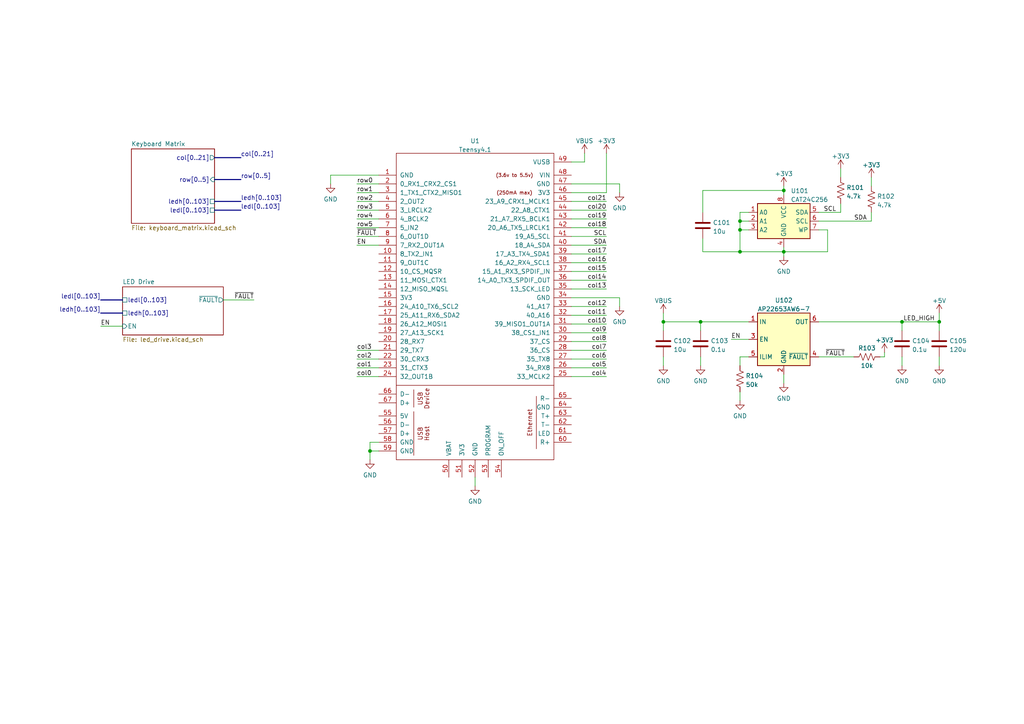
<source format=kicad_sch>
(kicad_sch (version 20211123) (generator eeschema)

  (uuid 29b3c2b6-55cf-48f3-81f9-6171ec90b525)

  (paper "A4")

  (lib_symbols
    (symbol "Device:C" (pin_numbers hide) (pin_names (offset 0.254)) (in_bom yes) (on_board yes)
      (property "Reference" "C" (id 0) (at 0.635 2.54 0)
        (effects (font (size 1.27 1.27)) (justify left))
      )
      (property "Value" "C" (id 1) (at 0.635 -2.54 0)
        (effects (font (size 1.27 1.27)) (justify left))
      )
      (property "Footprint" "" (id 2) (at 0.9652 -3.81 0)
        (effects (font (size 1.27 1.27)) hide)
      )
      (property "Datasheet" "~" (id 3) (at 0 0 0)
        (effects (font (size 1.27 1.27)) hide)
      )
      (property "ki_keywords" "cap capacitor" (id 4) (at 0 0 0)
        (effects (font (size 1.27 1.27)) hide)
      )
      (property "ki_description" "Unpolarized capacitor" (id 5) (at 0 0 0)
        (effects (font (size 1.27 1.27)) hide)
      )
      (property "ki_fp_filters" "C_*" (id 6) (at 0 0 0)
        (effects (font (size 1.27 1.27)) hide)
      )
      (symbol "C_0_1"
        (polyline
          (pts
            (xy -2.032 -0.762)
            (xy 2.032 -0.762)
          )
          (stroke (width 0.508) (type default) (color 0 0 0 0))
          (fill (type none))
        )
        (polyline
          (pts
            (xy -2.032 0.762)
            (xy 2.032 0.762)
          )
          (stroke (width 0.508) (type default) (color 0 0 0 0))
          (fill (type none))
        )
      )
      (symbol "C_1_1"
        (pin passive line (at 0 3.81 270) (length 2.794)
          (name "~" (effects (font (size 1.27 1.27))))
          (number "1" (effects (font (size 1.27 1.27))))
        )
        (pin passive line (at 0 -3.81 90) (length 2.794)
          (name "~" (effects (font (size 1.27 1.27))))
          (number "2" (effects (font (size 1.27 1.27))))
        )
      )
    )
    (symbol "Device:R_US" (pin_numbers hide) (pin_names (offset 0)) (in_bom yes) (on_board yes)
      (property "Reference" "R" (id 0) (at 2.54 0 90)
        (effects (font (size 1.27 1.27)))
      )
      (property "Value" "R_US" (id 1) (at -2.54 0 90)
        (effects (font (size 1.27 1.27)))
      )
      (property "Footprint" "" (id 2) (at 1.016 -0.254 90)
        (effects (font (size 1.27 1.27)) hide)
      )
      (property "Datasheet" "~" (id 3) (at 0 0 0)
        (effects (font (size 1.27 1.27)) hide)
      )
      (property "ki_keywords" "R res resistor" (id 4) (at 0 0 0)
        (effects (font (size 1.27 1.27)) hide)
      )
      (property "ki_description" "Resistor, US symbol" (id 5) (at 0 0 0)
        (effects (font (size 1.27 1.27)) hide)
      )
      (property "ki_fp_filters" "R_*" (id 6) (at 0 0 0)
        (effects (font (size 1.27 1.27)) hide)
      )
      (symbol "R_US_0_1"
        (polyline
          (pts
            (xy 0 -2.286)
            (xy 0 -2.54)
          )
          (stroke (width 0) (type default) (color 0 0 0 0))
          (fill (type none))
        )
        (polyline
          (pts
            (xy 0 2.286)
            (xy 0 2.54)
          )
          (stroke (width 0) (type default) (color 0 0 0 0))
          (fill (type none))
        )
        (polyline
          (pts
            (xy 0 -0.762)
            (xy 1.016 -1.143)
            (xy 0 -1.524)
            (xy -1.016 -1.905)
            (xy 0 -2.286)
          )
          (stroke (width 0) (type default) (color 0 0 0 0))
          (fill (type none))
        )
        (polyline
          (pts
            (xy 0 0.762)
            (xy 1.016 0.381)
            (xy 0 0)
            (xy -1.016 -0.381)
            (xy 0 -0.762)
          )
          (stroke (width 0) (type default) (color 0 0 0 0))
          (fill (type none))
        )
        (polyline
          (pts
            (xy 0 2.286)
            (xy 1.016 1.905)
            (xy 0 1.524)
            (xy -1.016 1.143)
            (xy 0 0.762)
          )
          (stroke (width 0) (type default) (color 0 0 0 0))
          (fill (type none))
        )
      )
      (symbol "R_US_1_1"
        (pin passive line (at 0 3.81 270) (length 1.27)
          (name "~" (effects (font (size 1.27 1.27))))
          (number "1" (effects (font (size 1.27 1.27))))
        )
        (pin passive line (at 0 -3.81 90) (length 1.27)
          (name "~" (effects (font (size 1.27 1.27))))
          (number "2" (effects (font (size 1.27 1.27))))
        )
      )
    )
    (symbol "Keyboard:AP22653AW6-7" (in_bom yes) (on_board yes)
      (property "Reference" "U" (id 0) (at 0 8.255 0)
        (effects (font (size 1.27 1.27)))
      )
      (property "Value" "AP22653AW6-7" (id 1) (at 0 6.35 0)
        (effects (font (size 1.27 1.27)))
      )
      (property "Footprint" "Package_TO_SOT_SMD:SOT-23-6_Handsoldering" (id 2) (at 1.27 -6.35 0)
        (effects (font (size 1.27 1.27)) (justify left) hide)
      )
      (property "Datasheet" "https://www.diodes.com/assets/Datasheets/AP22652_53_52A_53A.pdf" (id 3) (at 0 0 0)
        (effects (font (size 1.27 1.27)) hide)
      )
      (property "ki_keywords" "Lead control switch slew rate" (id 4) (at 0 0 0)
        (effects (font (size 1.27 1.27)) hide)
      )
      (property "ki_description" "Slew rate controlled load switch, WLCSP-4" (id 5) (at 0 0 0)
        (effects (font (size 1.27 1.27)) hide)
      )
      (property "ki_fp_filters" "WLCSP*X1*WLB0909*0.89x0.89*P0.5mm*" (id 6) (at 0 0 0)
        (effects (font (size 1.27 1.27)) hide)
      )
      (symbol "AP22653AW6-7_0_1"
        (rectangle (start -7.62 5.08) (end 7.62 -10.16)
          (stroke (width 0.254) (type default) (color 0 0 0 0))
          (fill (type background))
        )
      )
      (symbol "AP22653AW6-7_1_1"
        (pin power_in line (at -10.16 2.54 0) (length 2.54)
          (name "IN" (effects (font (size 1.27 1.27))))
          (number "1" (effects (font (size 1.27 1.27))))
        )
        (pin power_in line (at 0 -12.7 90) (length 2.54)
          (name "GND" (effects (font (size 1.27 1.27))))
          (number "2" (effects (font (size 1.27 1.27))))
        )
        (pin input line (at -10.16 -2.54 0) (length 2.54)
          (name "EN" (effects (font (size 1.27 1.27))))
          (number "3" (effects (font (size 1.27 1.27))))
        )
        (pin input line (at 10.16 -7.62 180) (length 2.54)
          (name "~{FAULT}" (effects (font (size 1.27 1.27))))
          (number "4" (effects (font (size 1.27 1.27))))
        )
        (pin input line (at -10.16 -7.62 0) (length 2.54)
          (name "ILIM" (effects (font (size 1.27 1.27))))
          (number "5" (effects (font (size 1.27 1.27))))
        )
        (pin power_out line (at 10.16 2.54 180) (length 2.54)
          (name "OUT" (effects (font (size 1.27 1.27))))
          (number "6" (effects (font (size 1.27 1.27))))
        )
      )
    )
    (symbol "Memory_EEPROM:CAT24C256" (in_bom yes) (on_board yes)
      (property "Reference" "U" (id 0) (at -6.35 6.35 0)
        (effects (font (size 1.27 1.27)))
      )
      (property "Value" "CAT24C256" (id 1) (at 1.27 6.35 0)
        (effects (font (size 1.27 1.27)) (justify left))
      )
      (property "Footprint" "" (id 2) (at 0 0 0)
        (effects (font (size 1.27 1.27)) hide)
      )
      (property "Datasheet" "https://www.onsemi.cn/PowerSolutions/document/CAT24C256-D.PDF" (id 3) (at 0 0 0)
        (effects (font (size 1.27 1.27)) hide)
      )
      (property "ki_keywords" "I2C EEPROM Serial 256kb" (id 4) (at 0 0 0)
        (effects (font (size 1.27 1.27)) hide)
      )
      (property "ki_description" "256 kb CMOS Serial EEPROM, DIP-8/SOIC-8/TSSOP-8/DFN-8" (id 5) (at 0 0 0)
        (effects (font (size 1.27 1.27)) hide)
      )
      (property "ki_fp_filters" "DIP*W7.62mm* SOIC*3.9x4.9mm* TSSOP*4.4x3mm*P0.65mm* DFN*3x2mm*P0.5mm*" (id 6) (at 0 0 0)
        (effects (font (size 1.27 1.27)) hide)
      )
      (symbol "CAT24C256_1_1"
        (rectangle (start -7.62 5.08) (end 7.62 -5.08)
          (stroke (width 0.254) (type default) (color 0 0 0 0))
          (fill (type background))
        )
        (pin input line (at -10.16 2.54 0) (length 2.54)
          (name "A0" (effects (font (size 1.27 1.27))))
          (number "1" (effects (font (size 1.27 1.27))))
        )
        (pin input line (at -10.16 0 0) (length 2.54)
          (name "A1" (effects (font (size 1.27 1.27))))
          (number "2" (effects (font (size 1.27 1.27))))
        )
        (pin input line (at -10.16 -2.54 0) (length 2.54)
          (name "A2" (effects (font (size 1.27 1.27))))
          (number "3" (effects (font (size 1.27 1.27))))
        )
        (pin power_in line (at 0 -7.62 90) (length 2.54)
          (name "GND" (effects (font (size 1.27 1.27))))
          (number "4" (effects (font (size 1.27 1.27))))
        )
        (pin bidirectional line (at 10.16 2.54 180) (length 2.54)
          (name "SDA" (effects (font (size 1.27 1.27))))
          (number "5" (effects (font (size 1.27 1.27))))
        )
        (pin input line (at 10.16 0 180) (length 2.54)
          (name "SCL" (effects (font (size 1.27 1.27))))
          (number "6" (effects (font (size 1.27 1.27))))
        )
        (pin input line (at 10.16 -2.54 180) (length 2.54)
          (name "WP" (effects (font (size 1.27 1.27))))
          (number "7" (effects (font (size 1.27 1.27))))
        )
        (pin power_in line (at 0 7.62 270) (length 2.54)
          (name "VCC" (effects (font (size 1.27 1.27))))
          (number "8" (effects (font (size 1.27 1.27))))
        )
      )
    )
    (symbol "power:+3V3" (power) (pin_names (offset 0)) (in_bom yes) (on_board yes)
      (property "Reference" "#PWR" (id 0) (at 0 -3.81 0)
        (effects (font (size 1.27 1.27)) hide)
      )
      (property "Value" "+3V3" (id 1) (at 0 3.556 0)
        (effects (font (size 1.27 1.27)))
      )
      (property "Footprint" "" (id 2) (at 0 0 0)
        (effects (font (size 1.27 1.27)) hide)
      )
      (property "Datasheet" "" (id 3) (at 0 0 0)
        (effects (font (size 1.27 1.27)) hide)
      )
      (property "ki_keywords" "power-flag" (id 4) (at 0 0 0)
        (effects (font (size 1.27 1.27)) hide)
      )
      (property "ki_description" "Power symbol creates a global label with name \"+3V3\"" (id 5) (at 0 0 0)
        (effects (font (size 1.27 1.27)) hide)
      )
      (symbol "+3V3_0_1"
        (polyline
          (pts
            (xy -0.762 1.27)
            (xy 0 2.54)
          )
          (stroke (width 0) (type default) (color 0 0 0 0))
          (fill (type none))
        )
        (polyline
          (pts
            (xy 0 0)
            (xy 0 2.54)
          )
          (stroke (width 0) (type default) (color 0 0 0 0))
          (fill (type none))
        )
        (polyline
          (pts
            (xy 0 2.54)
            (xy 0.762 1.27)
          )
          (stroke (width 0) (type default) (color 0 0 0 0))
          (fill (type none))
        )
      )
      (symbol "+3V3_1_1"
        (pin power_in line (at 0 0 90) (length 0) hide
          (name "+3V3" (effects (font (size 1.27 1.27))))
          (number "1" (effects (font (size 1.27 1.27))))
        )
      )
    )
    (symbol "power:+5V" (power) (pin_names (offset 0)) (in_bom yes) (on_board yes)
      (property "Reference" "#PWR" (id 0) (at 0 -3.81 0)
        (effects (font (size 1.27 1.27)) hide)
      )
      (property "Value" "+5V" (id 1) (at 0 3.556 0)
        (effects (font (size 1.27 1.27)))
      )
      (property "Footprint" "" (id 2) (at 0 0 0)
        (effects (font (size 1.27 1.27)) hide)
      )
      (property "Datasheet" "" (id 3) (at 0 0 0)
        (effects (font (size 1.27 1.27)) hide)
      )
      (property "ki_keywords" "power-flag" (id 4) (at 0 0 0)
        (effects (font (size 1.27 1.27)) hide)
      )
      (property "ki_description" "Power symbol creates a global label with name \"+5V\"" (id 5) (at 0 0 0)
        (effects (font (size 1.27 1.27)) hide)
      )
      (symbol "+5V_0_1"
        (polyline
          (pts
            (xy -0.762 1.27)
            (xy 0 2.54)
          )
          (stroke (width 0) (type default) (color 0 0 0 0))
          (fill (type none))
        )
        (polyline
          (pts
            (xy 0 0)
            (xy 0 2.54)
          )
          (stroke (width 0) (type default) (color 0 0 0 0))
          (fill (type none))
        )
        (polyline
          (pts
            (xy 0 2.54)
            (xy 0.762 1.27)
          )
          (stroke (width 0) (type default) (color 0 0 0 0))
          (fill (type none))
        )
      )
      (symbol "+5V_1_1"
        (pin power_in line (at 0 0 90) (length 0) hide
          (name "+5V" (effects (font (size 1.27 1.27))))
          (number "1" (effects (font (size 1.27 1.27))))
        )
      )
    )
    (symbol "power:GND" (power) (pin_names (offset 0)) (in_bom yes) (on_board yes)
      (property "Reference" "#PWR" (id 0) (at 0 -6.35 0)
        (effects (font (size 1.27 1.27)) hide)
      )
      (property "Value" "GND" (id 1) (at 0 -3.81 0)
        (effects (font (size 1.27 1.27)))
      )
      (property "Footprint" "" (id 2) (at 0 0 0)
        (effects (font (size 1.27 1.27)) hide)
      )
      (property "Datasheet" "" (id 3) (at 0 0 0)
        (effects (font (size 1.27 1.27)) hide)
      )
      (property "ki_keywords" "power-flag" (id 4) (at 0 0 0)
        (effects (font (size 1.27 1.27)) hide)
      )
      (property "ki_description" "Power symbol creates a global label with name \"GND\" , ground" (id 5) (at 0 0 0)
        (effects (font (size 1.27 1.27)) hide)
      )
      (symbol "GND_0_1"
        (polyline
          (pts
            (xy 0 0)
            (xy 0 -1.27)
            (xy 1.27 -1.27)
            (xy 0 -2.54)
            (xy -1.27 -1.27)
            (xy 0 -1.27)
          )
          (stroke (width 0) (type default) (color 0 0 0 0))
          (fill (type none))
        )
      )
      (symbol "GND_1_1"
        (pin power_in line (at 0 0 270) (length 0) hide
          (name "GND" (effects (font (size 1.27 1.27))))
          (number "1" (effects (font (size 1.27 1.27))))
        )
      )
    )
    (symbol "power:VBUS" (power) (pin_names (offset 0)) (in_bom yes) (on_board yes)
      (property "Reference" "#PWR" (id 0) (at 0 -3.81 0)
        (effects (font (size 1.27 1.27)) hide)
      )
      (property "Value" "VBUS" (id 1) (at 0 3.81 0)
        (effects (font (size 1.27 1.27)))
      )
      (property "Footprint" "" (id 2) (at 0 0 0)
        (effects (font (size 1.27 1.27)) hide)
      )
      (property "Datasheet" "" (id 3) (at 0 0 0)
        (effects (font (size 1.27 1.27)) hide)
      )
      (property "ki_keywords" "power-flag" (id 4) (at 0 0 0)
        (effects (font (size 1.27 1.27)) hide)
      )
      (property "ki_description" "Power symbol creates a global label with name \"VBUS\"" (id 5) (at 0 0 0)
        (effects (font (size 1.27 1.27)) hide)
      )
      (symbol "VBUS_0_1"
        (polyline
          (pts
            (xy -0.762 1.27)
            (xy 0 2.54)
          )
          (stroke (width 0) (type default) (color 0 0 0 0))
          (fill (type none))
        )
        (polyline
          (pts
            (xy 0 0)
            (xy 0 2.54)
          )
          (stroke (width 0) (type default) (color 0 0 0 0))
          (fill (type none))
        )
        (polyline
          (pts
            (xy 0 2.54)
            (xy 0.762 1.27)
          )
          (stroke (width 0) (type default) (color 0 0 0 0))
          (fill (type none))
        )
      )
      (symbol "VBUS_1_1"
        (pin power_in line (at 0 0 90) (length 0) hide
          (name "VBUS" (effects (font (size 1.27 1.27))))
          (number "1" (effects (font (size 1.27 1.27))))
        )
      )
    )
    (symbol "teensy:Teensy4.1" (pin_names (offset 1.016)) (in_bom yes) (on_board yes)
      (property "Reference" "U" (id 0) (at 0 64.77 0)
        (effects (font (size 1.27 1.27)))
      )
      (property "Value" "Teensy4.1" (id 1) (at 0 62.23 0)
        (effects (font (size 1.27 1.27)))
      )
      (property "Footprint" "" (id 2) (at -10.16 10.16 0)
        (effects (font (size 1.27 1.27)) hide)
      )
      (property "Datasheet" "" (id 3) (at -10.16 10.16 0)
        (effects (font (size 1.27 1.27)) hide)
      )
      (symbol "Teensy4.1_0_0"
        (polyline
          (pts
            (xy -22.86 -6.35)
            (xy 22.86 -6.35)
          )
          (stroke (width 0) (type default) (color 0 0 0 0))
          (fill (type none))
        )
        (polyline
          (pts
            (xy -17.78 -26.67)
            (xy -17.78 -13.97)
          )
          (stroke (width 0) (type default) (color 0 0 0 0))
          (fill (type none))
        )
        (polyline
          (pts
            (xy -17.78 -7.62)
            (xy -17.78 -12.7)
          )
          (stroke (width 0) (type default) (color 0 0 0 0))
          (fill (type none))
        )
        (polyline
          (pts
            (xy 17.78 -9.525)
            (xy 17.78 -24.765)
          )
          (stroke (width 0) (type default) (color 0 0 0 0))
          (fill (type none))
        )
        (text "(250mA max)" (at 11.43 49.53 0)
          (effects (font (size 1.016 1.016)))
        )
        (text "(3.6v to 5.5v)" (at 11.43 54.61 0)
          (effects (font (size 1.016 1.016)))
        )
        (text "Device" (at -13.97 -10.16 900)
          (effects (font (size 1.27 1.27)))
        )
        (text "Ethernet" (at 15.875 -17.145 900)
          (effects (font (size 1.27 1.27)))
        )
        (text "Host" (at -13.97 -20.32 900)
          (effects (font (size 1.27 1.27)))
        )
        (text "USB" (at -15.875 -20.32 900)
          (effects (font (size 1.27 1.27)))
        )
        (text "USB" (at -15.875 -10.16 900)
          (effects (font (size 1.27 1.27)))
        )
        (pin bidirectional line (at -27.94 31.75 0) (length 5.08)
          (name "8_TX2_IN1" (effects (font (size 1.27 1.27))))
          (number "10" (effects (font (size 1.27 1.27))))
        )
        (pin bidirectional line (at -27.94 29.21 0) (length 5.08)
          (name "9_OUT1C" (effects (font (size 1.27 1.27))))
          (number "11" (effects (font (size 1.27 1.27))))
        )
        (pin bidirectional line (at -27.94 26.67 0) (length 5.08)
          (name "10_CS_MQSR" (effects (font (size 1.27 1.27))))
          (number "12" (effects (font (size 1.27 1.27))))
        )
        (pin bidirectional line (at -27.94 24.13 0) (length 5.08)
          (name "11_MOSI_CTX1" (effects (font (size 1.27 1.27))))
          (number "13" (effects (font (size 1.27 1.27))))
        )
        (pin bidirectional line (at -27.94 21.59 0) (length 5.08)
          (name "12_MISO_MQSL" (effects (font (size 1.27 1.27))))
          (number "14" (effects (font (size 1.27 1.27))))
        )
        (pin power_in line (at -27.94 19.05 0) (length 5.08)
          (name "3V3" (effects (font (size 1.27 1.27))))
          (number "15" (effects (font (size 1.27 1.27))))
        )
        (pin bidirectional line (at -27.94 16.51 0) (length 5.08)
          (name "24_A10_TX6_SCL2" (effects (font (size 1.27 1.27))))
          (number "16" (effects (font (size 1.27 1.27))))
        )
        (pin bidirectional line (at -27.94 13.97 0) (length 5.08)
          (name "25_A11_RX6_SDA2" (effects (font (size 1.27 1.27))))
          (number "17" (effects (font (size 1.27 1.27))))
        )
        (pin bidirectional line (at -27.94 11.43 0) (length 5.08)
          (name "26_A12_MOSI1" (effects (font (size 1.27 1.27))))
          (number "18" (effects (font (size 1.27 1.27))))
        )
        (pin bidirectional line (at -27.94 8.89 0) (length 5.08)
          (name "27_A13_SCK1" (effects (font (size 1.27 1.27))))
          (number "19" (effects (font (size 1.27 1.27))))
        )
        (pin bidirectional line (at -27.94 6.35 0) (length 5.08)
          (name "28_RX7" (effects (font (size 1.27 1.27))))
          (number "20" (effects (font (size 1.27 1.27))))
        )
        (pin bidirectional line (at -27.94 3.81 0) (length 5.08)
          (name "29_TX7" (effects (font (size 1.27 1.27))))
          (number "21" (effects (font (size 1.27 1.27))))
        )
        (pin bidirectional line (at -27.94 1.27 0) (length 5.08)
          (name "30_CRX3" (effects (font (size 1.27 1.27))))
          (number "22" (effects (font (size 1.27 1.27))))
        )
        (pin bidirectional line (at -27.94 -1.27 0) (length 5.08)
          (name "31_CTX3" (effects (font (size 1.27 1.27))))
          (number "23" (effects (font (size 1.27 1.27))))
        )
        (pin bidirectional line (at -27.94 -3.81 0) (length 5.08)
          (name "32_OUT1B" (effects (font (size 1.27 1.27))))
          (number "24" (effects (font (size 1.27 1.27))))
        )
        (pin bidirectional line (at 27.94 -3.81 180) (length 5.08)
          (name "33_MCLK2" (effects (font (size 1.27 1.27))))
          (number "25" (effects (font (size 1.27 1.27))))
        )
        (pin bidirectional line (at 27.94 -1.27 180) (length 5.08)
          (name "34_RX8" (effects (font (size 1.27 1.27))))
          (number "26" (effects (font (size 1.27 1.27))))
        )
        (pin bidirectional line (at 27.94 1.27 180) (length 5.08)
          (name "35_TX8" (effects (font (size 1.27 1.27))))
          (number "27" (effects (font (size 1.27 1.27))))
        )
        (pin bidirectional line (at 27.94 3.81 180) (length 5.08)
          (name "36_CS" (effects (font (size 1.27 1.27))))
          (number "28" (effects (font (size 1.27 1.27))))
        )
        (pin bidirectional line (at 27.94 6.35 180) (length 5.08)
          (name "37_CS" (effects (font (size 1.27 1.27))))
          (number "29" (effects (font (size 1.27 1.27))))
        )
        (pin bidirectional line (at 27.94 8.89 180) (length 5.08)
          (name "38_CS1_IN1" (effects (font (size 1.27 1.27))))
          (number "30" (effects (font (size 1.27 1.27))))
        )
        (pin bidirectional line (at 27.94 11.43 180) (length 5.08)
          (name "39_MISO1_OUT1A" (effects (font (size 1.27 1.27))))
          (number "31" (effects (font (size 1.27 1.27))))
        )
        (pin bidirectional line (at 27.94 13.97 180) (length 5.08)
          (name "40_A16" (effects (font (size 1.27 1.27))))
          (number "32" (effects (font (size 1.27 1.27))))
        )
        (pin bidirectional line (at 27.94 16.51 180) (length 5.08)
          (name "41_A17" (effects (font (size 1.27 1.27))))
          (number "33" (effects (font (size 1.27 1.27))))
        )
        (pin bidirectional line (at 27.94 21.59 180) (length 5.08)
          (name "13_SCK_LED" (effects (font (size 1.27 1.27))))
          (number "35" (effects (font (size 1.27 1.27))))
        )
        (pin bidirectional line (at 27.94 24.13 180) (length 5.08)
          (name "14_A0_TX3_SPDIF_OUT" (effects (font (size 1.27 1.27))))
          (number "36" (effects (font (size 1.27 1.27))))
        )
        (pin bidirectional line (at 27.94 26.67 180) (length 5.08)
          (name "15_A1_RX3_SPDIF_IN" (effects (font (size 1.27 1.27))))
          (number "37" (effects (font (size 1.27 1.27))))
        )
        (pin bidirectional line (at 27.94 29.21 180) (length 5.08)
          (name "16_A2_RX4_SCL1" (effects (font (size 1.27 1.27))))
          (number "38" (effects (font (size 1.27 1.27))))
        )
        (pin bidirectional line (at 27.94 31.75 180) (length 5.08)
          (name "17_A3_TX4_SDA1" (effects (font (size 1.27 1.27))))
          (number "39" (effects (font (size 1.27 1.27))))
        )
        (pin bidirectional line (at 27.94 34.29 180) (length 5.08)
          (name "18_A4_SDA" (effects (font (size 1.27 1.27))))
          (number "40" (effects (font (size 1.27 1.27))))
        )
        (pin bidirectional line (at 27.94 36.83 180) (length 5.08)
          (name "19_A5_SCL" (effects (font (size 1.27 1.27))))
          (number "41" (effects (font (size 1.27 1.27))))
        )
        (pin bidirectional line (at 27.94 39.37 180) (length 5.08)
          (name "20_A6_TX5_LRCLK1" (effects (font (size 1.27 1.27))))
          (number "42" (effects (font (size 1.27 1.27))))
        )
        (pin bidirectional line (at 27.94 41.91 180) (length 5.08)
          (name "21_A7_RX5_BCLK1" (effects (font (size 1.27 1.27))))
          (number "43" (effects (font (size 1.27 1.27))))
        )
        (pin bidirectional line (at 27.94 44.45 180) (length 5.08)
          (name "22_A8_CTX1" (effects (font (size 1.27 1.27))))
          (number "44" (effects (font (size 1.27 1.27))))
        )
        (pin bidirectional line (at 27.94 46.99 180) (length 5.08)
          (name "23_A9_CRX1_MCLK1" (effects (font (size 1.27 1.27))))
          (number "45" (effects (font (size 1.27 1.27))))
        )
        (pin output line (at 27.94 49.53 180) (length 5.08)
          (name "3V3" (effects (font (size 1.27 1.27))))
          (number "46" (effects (font (size 1.27 1.27))))
        )
        (pin output line (at 27.94 52.07 180) (length 5.08)
          (name "GND" (effects (font (size 1.27 1.27))))
          (number "47" (effects (font (size 1.27 1.27))))
        )
        (pin power_in line (at 27.94 54.61 180) (length 5.08)
          (name "VIN" (effects (font (size 1.27 1.27))))
          (number "48" (effects (font (size 1.27 1.27))))
        )
        (pin power_out line (at 27.94 58.42 180) (length 5.08)
          (name "VUSB" (effects (font (size 1.27 1.27))))
          (number "49" (effects (font (size 1.27 1.27))))
        )
        (pin bidirectional line (at -27.94 44.45 0) (length 5.08)
          (name "3_LRCLK2" (effects (font (size 1.27 1.27))))
          (number "5" (effects (font (size 1.27 1.27))))
        )
        (pin power_in line (at -7.62 -33.02 90) (length 5.08)
          (name "VBAT" (effects (font (size 1.27 1.27))))
          (number "50" (effects (font (size 1.27 1.27))))
        )
        (pin power_in line (at -3.81 -33.02 90) (length 5.08)
          (name "3V3" (effects (font (size 1.27 1.27))))
          (number "51" (effects (font (size 1.27 1.27))))
        )
        (pin input line (at 0 -33.02 90) (length 5.08)
          (name "GND" (effects (font (size 1.27 1.27))))
          (number "52" (effects (font (size 1.27 1.27))))
        )
        (pin input line (at 3.81 -33.02 90) (length 5.08)
          (name "PROGRAM" (effects (font (size 1.27 1.27))))
          (number "53" (effects (font (size 1.27 1.27))))
        )
        (pin input line (at 7.62 -33.02 90) (length 5.08)
          (name "ON_OFF" (effects (font (size 1.27 1.27))))
          (number "54" (effects (font (size 1.27 1.27))))
        )
        (pin power_out line (at -27.94 -15.24 0) (length 5.08)
          (name "5V" (effects (font (size 1.27 1.27))))
          (number "55" (effects (font (size 1.27 1.27))))
        )
        (pin bidirectional line (at -27.94 -17.78 0) (length 5.08)
          (name "D-" (effects (font (size 1.27 1.27))))
          (number "56" (effects (font (size 1.27 1.27))))
        )
        (pin bidirectional line (at -27.94 -20.32 0) (length 5.08)
          (name "D+" (effects (font (size 1.27 1.27))))
          (number "57" (effects (font (size 1.27 1.27))))
        )
        (pin power_in line (at -27.94 -22.86 0) (length 5.08)
          (name "GND" (effects (font (size 1.27 1.27))))
          (number "58" (effects (font (size 1.27 1.27))))
        )
        (pin power_in line (at -27.94 -25.4 0) (length 5.08)
          (name "GND" (effects (font (size 1.27 1.27))))
          (number "59" (effects (font (size 1.27 1.27))))
        )
        (pin bidirectional line (at -27.94 41.91 0) (length 5.08)
          (name "4_BCLK2" (effects (font (size 1.27 1.27))))
          (number "6" (effects (font (size 1.27 1.27))))
        )
        (pin bidirectional line (at 27.94 -22.86 180) (length 5.08)
          (name "R+" (effects (font (size 1.27 1.27))))
          (number "60" (effects (font (size 1.27 1.27))))
        )
        (pin bidirectional line (at 27.94 -20.32 180) (length 5.08)
          (name "LED" (effects (font (size 1.27 1.27))))
          (number "61" (effects (font (size 1.27 1.27))))
        )
        (pin bidirectional line (at 27.94 -17.78 180) (length 5.08)
          (name "T-" (effects (font (size 1.27 1.27))))
          (number "62" (effects (font (size 1.27 1.27))))
        )
        (pin bidirectional line (at 27.94 -15.24 180) (length 5.08)
          (name "T+" (effects (font (size 1.27 1.27))))
          (number "63" (effects (font (size 1.27 1.27))))
        )
        (pin power_in line (at 27.94 -12.7 180) (length 5.08)
          (name "GND" (effects (font (size 1.27 1.27))))
          (number "64" (effects (font (size 1.27 1.27))))
        )
        (pin bidirectional line (at 27.94 -10.16 180) (length 5.08)
          (name "R-" (effects (font (size 1.27 1.27))))
          (number "65" (effects (font (size 1.27 1.27))))
        )
        (pin bidirectional line (at -27.94 -8.89 0) (length 5.08)
          (name "D-" (effects (font (size 1.27 1.27))))
          (number "66" (effects (font (size 1.27 1.27))))
        )
        (pin bidirectional line (at -27.94 -11.43 0) (length 5.08)
          (name "D+" (effects (font (size 1.27 1.27))))
          (number "67" (effects (font (size 1.27 1.27))))
        )
        (pin bidirectional line (at -27.94 39.37 0) (length 5.08)
          (name "5_IN2" (effects (font (size 1.27 1.27))))
          (number "7" (effects (font (size 1.27 1.27))))
        )
        (pin bidirectional line (at -27.94 36.83 0) (length 5.08)
          (name "6_OUT1D" (effects (font (size 1.27 1.27))))
          (number "8" (effects (font (size 1.27 1.27))))
        )
        (pin bidirectional line (at -27.94 34.29 0) (length 5.08)
          (name "7_RX2_OUT1A" (effects (font (size 1.27 1.27))))
          (number "9" (effects (font (size 1.27 1.27))))
        )
      )
      (symbol "Teensy4.1_0_1"
        (rectangle (start -22.86 60.96) (end 22.86 -27.94)
          (stroke (width 0) (type default) (color 0 0 0 0))
          (fill (type none))
        )
        (rectangle (start -20.32 -1.27) (end -20.32 -1.27)
          (stroke (width 0) (type default) (color 0 0 0 0))
          (fill (type none))
        )
      )
      (symbol "Teensy4.1_1_1"
        (pin power_in line (at -27.94 54.61 0) (length 5.08)
          (name "GND" (effects (font (size 1.27 1.27))))
          (number "1" (effects (font (size 1.27 1.27))))
        )
        (pin bidirectional line (at -27.94 52.07 0) (length 5.08)
          (name "0_RX1_CRX2_CS1" (effects (font (size 1.27 1.27))))
          (number "2" (effects (font (size 1.27 1.27))))
        )
        (pin bidirectional line (at -27.94 49.53 0) (length 5.08)
          (name "1_TX1_CTX2_MISO1" (effects (font (size 1.27 1.27))))
          (number "3" (effects (font (size 1.27 1.27))))
        )
        (pin power_in line (at 27.94 19.05 180) (length 5.08)
          (name "GND" (effects (font (size 1.27 1.27))))
          (number "34" (effects (font (size 1.27 1.27))))
        )
        (pin bidirectional line (at -27.94 46.99 0) (length 5.08)
          (name "2_OUT2" (effects (font (size 1.27 1.27))))
          (number "4" (effects (font (size 1.27 1.27))))
        )
      )
    )
  )

  (junction (at 261.62 93.345) (diameter 0) (color 0 0 0 0)
    (uuid 08f9204c-86b4-4b73-8c61-82f5ed5d1e67)
  )
  (junction (at 203.2 93.345) (diameter 0) (color 0 0 0 0)
    (uuid 2d5c9ab2-2776-4fe6-8816-49a428d8cbc2)
  )
  (junction (at 214.63 64.135) (diameter 0) (color 0 0 0 0)
    (uuid 50b5d5b7-9a5e-425b-8bca-ff68e82bf5da)
  )
  (junction (at 192.405 93.345) (diameter 0) (color 0 0 0 0)
    (uuid 546399b4-70b5-41fb-a569-d14153683772)
  )
  (junction (at 214.63 73.025) (diameter 0) (color 0 0 0 0)
    (uuid 74f9c7b7-6eff-4b9d-bbe5-aa803ebc4956)
  )
  (junction (at 227.33 55.245) (diameter 0) (color 0 0 0 0)
    (uuid 7df38799-9279-402f-a209-b0172dfe98b3)
  )
  (junction (at 272.415 93.345) (diameter 0) (color 0 0 0 0)
    (uuid 83452d43-7035-4e22-83a4-0e2d8d06232c)
  )
  (junction (at 214.63 66.675) (diameter 0) (color 0 0 0 0)
    (uuid a11d2b9d-0adf-4c08-b390-54b743ff323b)
  )
  (junction (at 227.33 73.025) (diameter 0) (color 0 0 0 0)
    (uuid b5483785-1246-443c-afda-2b6de8c5a5c0)
  )
  (junction (at 107.315 130.81) (diameter 0) (color 0 0 0 0)
    (uuid f24131dc-04af-42c7-b061-2a123d74d3d8)
  )

  (bus (pts (xy 29.21 90.805) (xy 35.56 90.805))
    (stroke (width 0) (type default) (color 0 0 0 0))
    (uuid 002a2100-6e79-4919-932a-328d7bbc7641)
  )

  (wire (pts (xy 165.735 109.22) (xy 175.895 109.22))
    (stroke (width 0) (type default) (color 0 0 0 0))
    (uuid 002fc0ca-a7b8-4311-a16c-a4a159433d8f)
  )
  (wire (pts (xy 212.09 98.425) (xy 217.17 98.425))
    (stroke (width 0) (type default) (color 0 0 0 0))
    (uuid 01eef469-5c98-41de-97cf-c10f0baf6d61)
  )
  (wire (pts (xy 103.505 106.68) (xy 109.855 106.68))
    (stroke (width 0) (type default) (color 0 0 0 0))
    (uuid 03e722e7-83bb-41af-acc2-e1db6fe09fd5)
  )
  (wire (pts (xy 227.33 53.975) (xy 227.33 55.245))
    (stroke (width 0) (type default) (color 0 0 0 0))
    (uuid 05ead3bd-5aac-4d99-9add-73d827ce185f)
  )
  (wire (pts (xy 165.735 104.14) (xy 175.895 104.14))
    (stroke (width 0) (type default) (color 0 0 0 0))
    (uuid 06a99ce9-2664-4a4f-96ca-2727a37c6ffc)
  )
  (wire (pts (xy 214.63 113.665) (xy 214.63 116.205))
    (stroke (width 0) (type default) (color 0 0 0 0))
    (uuid 0cf84f4f-d300-4f52-bb42-ea803f0aa8ea)
  )
  (wire (pts (xy 192.405 103.505) (xy 192.405 106.045))
    (stroke (width 0) (type default) (color 0 0 0 0))
    (uuid 104fc542-a597-491c-aca7-b54603065368)
  )
  (wire (pts (xy 165.735 101.6) (xy 175.895 101.6))
    (stroke (width 0) (type default) (color 0 0 0 0))
    (uuid 1154169a-e9c6-4e2c-b6c0-a16541991084)
  )
  (wire (pts (xy 237.49 64.135) (xy 252.73 64.135))
    (stroke (width 0) (type default) (color 0 0 0 0))
    (uuid 128ab431-0bdc-4820-9484-217974bde0f7)
  )
  (wire (pts (xy 165.735 71.12) (xy 175.895 71.12))
    (stroke (width 0) (type default) (color 0 0 0 0))
    (uuid 12d8e9fd-5235-4f57-a4fe-1057652b45e0)
  )
  (wire (pts (xy 165.735 76.2) (xy 175.895 76.2))
    (stroke (width 0) (type default) (color 0 0 0 0))
    (uuid 13238a99-9ac7-4837-a59f-2b1e14638dd1)
  )
  (wire (pts (xy 165.735 99.06) (xy 175.895 99.06))
    (stroke (width 0) (type default) (color 0 0 0 0))
    (uuid 137dc6c6-9080-4bf7-970c-423c891ddd41)
  )
  (wire (pts (xy 227.33 71.755) (xy 227.33 73.025))
    (stroke (width 0) (type default) (color 0 0 0 0))
    (uuid 1dc5fc2f-1f64-4fb2-a78c-98d4d98e121f)
  )
  (wire (pts (xy 237.49 66.675) (xy 240.03 66.675))
    (stroke (width 0) (type default) (color 0 0 0 0))
    (uuid 1e896897-2c98-450d-979e-6fa01d1ac394)
  )
  (wire (pts (xy 203.835 73.025) (xy 214.63 73.025))
    (stroke (width 0) (type default) (color 0 0 0 0))
    (uuid 1e9f8cbb-277c-4eef-87d2-06507a1682d2)
  )
  (wire (pts (xy 103.505 58.42) (xy 109.855 58.42))
    (stroke (width 0) (type default) (color 0 0 0 0))
    (uuid 20f7549d-7d4c-4154-8e70-f8a2f12b1e7e)
  )
  (wire (pts (xy 214.63 64.135) (xy 214.63 66.675))
    (stroke (width 0) (type default) (color 0 0 0 0))
    (uuid 225be8f1-607f-4404-8985-d981a4ee7410)
  )
  (bus (pts (xy 29.21 86.995) (xy 35.56 86.995))
    (stroke (width 0) (type default) (color 0 0 0 0))
    (uuid 23264987-a34e-4d66-b024-5e3e6a439d2d)
  )

  (wire (pts (xy 29.21 94.615) (xy 35.56 94.615))
    (stroke (width 0) (type default) (color 0 0 0 0))
    (uuid 25db0a9c-4007-49f1-814d-e9e92c2729d2)
  )
  (wire (pts (xy 203.2 103.505) (xy 203.2 106.045))
    (stroke (width 0) (type default) (color 0 0 0 0))
    (uuid 285dec15-7ccb-413c-8a77-98930b0ade14)
  )
  (wire (pts (xy 240.03 73.025) (xy 240.03 66.675))
    (stroke (width 0) (type default) (color 0 0 0 0))
    (uuid 29fa3040-6871-4b0f-ad2d-b387ac332938)
  )
  (bus (pts (xy 62.23 60.96) (xy 69.85 60.96))
    (stroke (width 0) (type default) (color 0 0 0 0))
    (uuid 2bdcc306-d7f1-41bb-b945-a404599356c4)
  )

  (wire (pts (xy 169.545 44.45) (xy 169.545 46.99))
    (stroke (width 0) (type default) (color 0 0 0 0))
    (uuid 32d7762e-5d31-48bb-ba69-1cf988d1bde1)
  )
  (wire (pts (xy 107.315 130.81) (xy 107.315 133.35))
    (stroke (width 0) (type default) (color 0 0 0 0))
    (uuid 3729afff-7ac1-4471-adfe-064d135a03fe)
  )
  (bus (pts (xy 62.23 52.07) (xy 69.85 52.07))
    (stroke (width 0) (type default) (color 0 0 0 0))
    (uuid 38b526b9-4419-4a34-9bcc-0fc20b9b8c5d)
  )

  (wire (pts (xy 165.735 93.98) (xy 175.895 93.98))
    (stroke (width 0) (type default) (color 0 0 0 0))
    (uuid 3b118042-8d5a-4877-80f9-73f5d68f7b7d)
  )
  (wire (pts (xy 165.735 63.5) (xy 175.895 63.5))
    (stroke (width 0) (type default) (color 0 0 0 0))
    (uuid 3c34f51e-a4d6-437f-b854-001565322287)
  )
  (wire (pts (xy 272.415 103.505) (xy 272.415 106.045))
    (stroke (width 0) (type default) (color 0 0 0 0))
    (uuid 3d522daa-7b8e-4b10-ab74-777fe3c0ff1c)
  )
  (wire (pts (xy 165.735 55.88) (xy 175.895 55.88))
    (stroke (width 0) (type default) (color 0 0 0 0))
    (uuid 3f83647c-6965-4247-aed1-3486910fc31d)
  )
  (wire (pts (xy 237.49 103.505) (xy 247.65 103.505))
    (stroke (width 0) (type default) (color 0 0 0 0))
    (uuid 4036f06b-f790-4e3d-8cf9-80348b27c2bf)
  )
  (wire (pts (xy 227.33 55.245) (xy 227.33 56.515))
    (stroke (width 0) (type default) (color 0 0 0 0))
    (uuid 40e36966-3c6e-4957-a128-be32bdbba05f)
  )
  (wire (pts (xy 165.735 86.36) (xy 179.705 86.36))
    (stroke (width 0) (type default) (color 0 0 0 0))
    (uuid 44e65ca9-ccfb-45cb-ac42-701f046da37e)
  )
  (wire (pts (xy 203.835 55.245) (xy 227.33 55.245))
    (stroke (width 0) (type default) (color 0 0 0 0))
    (uuid 45696068-2dbe-466b-acd3-2d4d5ee2dd0c)
  )
  (wire (pts (xy 192.405 93.345) (xy 192.405 95.885))
    (stroke (width 0) (type default) (color 0 0 0 0))
    (uuid 46b2a90e-6e08-41b1-965d-69e5047961a4)
  )
  (wire (pts (xy 175.895 44.45) (xy 175.895 55.88))
    (stroke (width 0) (type default) (color 0 0 0 0))
    (uuid 46e98ce3-48f4-423f-a34a-8e760c9aa22b)
  )
  (wire (pts (xy 103.505 68.58) (xy 109.855 68.58))
    (stroke (width 0) (type default) (color 0 0 0 0))
    (uuid 4a7e8b09-93c4-4ebc-9caf-ffc0304f3625)
  )
  (wire (pts (xy 64.77 86.995) (xy 73.66 86.995))
    (stroke (width 0) (type default) (color 0 0 0 0))
    (uuid 4b814f09-8d92-4f8b-bae3-853d3346245e)
  )
  (wire (pts (xy 179.705 86.36) (xy 179.705 88.9))
    (stroke (width 0) (type default) (color 0 0 0 0))
    (uuid 4d2c2731-e9f4-4acc-8b68-cc66c24ebdf4)
  )
  (wire (pts (xy 261.62 93.345) (xy 272.415 93.345))
    (stroke (width 0) (type default) (color 0 0 0 0))
    (uuid 53f2c235-a4cc-4ece-b342-92a2268c004c)
  )
  (wire (pts (xy 165.735 88.9) (xy 175.895 88.9))
    (stroke (width 0) (type default) (color 0 0 0 0))
    (uuid 58aa73a8-9118-479a-8455-a4fc99a73315)
  )
  (wire (pts (xy 227.33 73.025) (xy 240.03 73.025))
    (stroke (width 0) (type default) (color 0 0 0 0))
    (uuid 59e62686-ddc3-44bb-ab75-f79cd1d46140)
  )
  (bus (pts (xy 62.23 58.42) (xy 69.85 58.42))
    (stroke (width 0) (type default) (color 0 0 0 0))
    (uuid 5a66dfd0-5c4f-44f5-b2a2-9be5320998b7)
  )

  (wire (pts (xy 165.735 106.68) (xy 175.895 106.68))
    (stroke (width 0) (type default) (color 0 0 0 0))
    (uuid 5b9499f5-eec1-450b-8221-1a8e80e46897)
  )
  (wire (pts (xy 227.33 73.025) (xy 227.33 74.295))
    (stroke (width 0) (type default) (color 0 0 0 0))
    (uuid 5bc602ed-f21e-4e30-ba8f-7c73da62794e)
  )
  (wire (pts (xy 103.505 104.14) (xy 109.855 104.14))
    (stroke (width 0) (type default) (color 0 0 0 0))
    (uuid 5d82ce32-f574-470d-a154-d124bb44dc84)
  )
  (wire (pts (xy 227.33 108.585) (xy 227.33 111.125))
    (stroke (width 0) (type default) (color 0 0 0 0))
    (uuid 60d9b746-bee7-4ea1-9dc4-91db2d6c845a)
  )
  (wire (pts (xy 214.63 106.045) (xy 214.63 103.505))
    (stroke (width 0) (type default) (color 0 0 0 0))
    (uuid 631494f6-9a47-4f6c-b204-c01652d15088)
  )
  (wire (pts (xy 272.415 93.345) (xy 272.415 95.885))
    (stroke (width 0) (type default) (color 0 0 0 0))
    (uuid 643d6275-4d68-4d30-bf3a-f0962986dd4b)
  )
  (wire (pts (xy 165.735 46.99) (xy 169.545 46.99))
    (stroke (width 0) (type default) (color 0 0 0 0))
    (uuid 65dd89e1-ca43-426e-b90e-89d5943d922b)
  )
  (wire (pts (xy 103.505 55.88) (xy 109.855 55.88))
    (stroke (width 0) (type default) (color 0 0 0 0))
    (uuid 6728ce57-47fc-4b44-b352-42b354010dfc)
  )
  (wire (pts (xy 107.315 128.27) (xy 107.315 130.81))
    (stroke (width 0) (type default) (color 0 0 0 0))
    (uuid 67ebaae4-749e-4738-a55d-3c6b7c2a4f44)
  )
  (wire (pts (xy 165.735 96.52) (xy 175.895 96.52))
    (stroke (width 0) (type default) (color 0 0 0 0))
    (uuid 6ac0f7fa-0a1f-4b63-b072-0b2a10608b6a)
  )
  (bus (pts (xy 62.23 45.72) (xy 69.85 45.72))
    (stroke (width 0) (type default) (color 0 0 0 0))
    (uuid 6b0209fc-fbe6-4561-8c7e-b5f3e8c2d13c)
  )

  (wire (pts (xy 243.84 61.595) (xy 243.84 59.055))
    (stroke (width 0) (type default) (color 0 0 0 0))
    (uuid 713472f3-558d-43a5-92f8-8c6879ddb8f0)
  )
  (wire (pts (xy 192.405 93.345) (xy 203.2 93.345))
    (stroke (width 0) (type default) (color 0 0 0 0))
    (uuid 78fbe547-2580-4d3f-9f59-64f60378b29d)
  )
  (wire (pts (xy 103.505 109.22) (xy 109.855 109.22))
    (stroke (width 0) (type default) (color 0 0 0 0))
    (uuid 7aec1163-6618-4ed8-bac1-ea91acd36a8c)
  )
  (wire (pts (xy 109.855 50.8) (xy 95.885 50.8))
    (stroke (width 0) (type default) (color 0 0 0 0))
    (uuid 7cc28167-65ee-4fbe-94de-66f029bf059a)
  )
  (wire (pts (xy 256.54 102.235) (xy 256.54 103.505))
    (stroke (width 0) (type default) (color 0 0 0 0))
    (uuid 809bf180-41f2-477c-bf28-7a44b3d770d1)
  )
  (wire (pts (xy 109.855 130.81) (xy 107.315 130.81))
    (stroke (width 0) (type default) (color 0 0 0 0))
    (uuid 8c016ec1-07ad-417a-ba0f-40edfc664664)
  )
  (wire (pts (xy 261.62 103.505) (xy 261.62 106.045))
    (stroke (width 0) (type default) (color 0 0 0 0))
    (uuid 8fafb7f5-9b0e-43d5-a031-7458efab6833)
  )
  (wire (pts (xy 214.63 66.675) (xy 217.17 66.675))
    (stroke (width 0) (type default) (color 0 0 0 0))
    (uuid 9351fc9c-2cdd-40d9-8fcb-4e4b9dfee555)
  )
  (wire (pts (xy 214.63 73.025) (xy 227.33 73.025))
    (stroke (width 0) (type default) (color 0 0 0 0))
    (uuid 943a9d71-66cd-4082-b6bd-7302ebefb8e3)
  )
  (wire (pts (xy 179.705 53.34) (xy 179.705 55.88))
    (stroke (width 0) (type default) (color 0 0 0 0))
    (uuid 9678035b-1ab2-4ef6-9454-fd1f763d0dac)
  )
  (wire (pts (xy 103.505 60.96) (xy 109.855 60.96))
    (stroke (width 0) (type default) (color 0 0 0 0))
    (uuid 98854454-a6ba-4af6-b4a5-483905a405e7)
  )
  (wire (pts (xy 237.49 61.595) (xy 243.84 61.595))
    (stroke (width 0) (type default) (color 0 0 0 0))
    (uuid 9c544a35-6a24-4382-852a-ce2f9f2e10c7)
  )
  (wire (pts (xy 103.505 66.04) (xy 109.855 66.04))
    (stroke (width 0) (type default) (color 0 0 0 0))
    (uuid 9c680b48-75cd-4e0e-ba35-90b100636ddc)
  )
  (wire (pts (xy 261.62 93.345) (xy 261.62 95.885))
    (stroke (width 0) (type default) (color 0 0 0 0))
    (uuid a2a8d651-2027-4fb2-b794-957a4373e96b)
  )
  (wire (pts (xy 103.505 71.12) (xy 109.855 71.12))
    (stroke (width 0) (type default) (color 0 0 0 0))
    (uuid a6eda371-b920-4016-85c0-af0207b27776)
  )
  (wire (pts (xy 103.505 53.34) (xy 109.855 53.34))
    (stroke (width 0) (type default) (color 0 0 0 0))
    (uuid a84af005-1983-4718-86f8-0da304dcf831)
  )
  (wire (pts (xy 165.735 66.04) (xy 175.895 66.04))
    (stroke (width 0) (type default) (color 0 0 0 0))
    (uuid b350ecdc-9f61-40d6-97c4-1b8b9b1aecde)
  )
  (wire (pts (xy 165.735 58.42) (xy 175.895 58.42))
    (stroke (width 0) (type default) (color 0 0 0 0))
    (uuid b4ef32ad-31e6-4358-b568-d05236867c09)
  )
  (wire (pts (xy 255.27 103.505) (xy 256.54 103.505))
    (stroke (width 0) (type default) (color 0 0 0 0))
    (uuid b56c5218-95a6-45e2-8bca-3fd65ee2ed57)
  )
  (wire (pts (xy 214.63 64.135) (xy 217.17 64.135))
    (stroke (width 0) (type default) (color 0 0 0 0))
    (uuid bc7db00f-0aba-4ec2-9a52-2ef7dcffcf21)
  )
  (wire (pts (xy 165.735 81.28) (xy 175.895 81.28))
    (stroke (width 0) (type default) (color 0 0 0 0))
    (uuid be6e290a-7a98-45e8-9b43-40588fe571a6)
  )
  (wire (pts (xy 252.73 51.435) (xy 252.73 53.975))
    (stroke (width 0) (type default) (color 0 0 0 0))
    (uuid bfe907d8-3120-4cf2-96e6-ea4ee6249388)
  )
  (wire (pts (xy 165.735 83.82) (xy 175.895 83.82))
    (stroke (width 0) (type default) (color 0 0 0 0))
    (uuid c2c26c5b-242f-48f6-a5a7-06f28843e82a)
  )
  (wire (pts (xy 237.49 93.345) (xy 261.62 93.345))
    (stroke (width 0) (type default) (color 0 0 0 0))
    (uuid c4f87383-b1a9-487c-9db4-abad16df66d7)
  )
  (wire (pts (xy 252.73 61.595) (xy 252.73 64.135))
    (stroke (width 0) (type default) (color 0 0 0 0))
    (uuid c880c6e8-c806-41a1-a56d-584686ceb53a)
  )
  (wire (pts (xy 203.2 93.345) (xy 217.17 93.345))
    (stroke (width 0) (type default) (color 0 0 0 0))
    (uuid cad2f587-b692-4319-ab1f-ce7fe3c4a899)
  )
  (wire (pts (xy 95.885 50.8) (xy 95.885 53.34))
    (stroke (width 0) (type default) (color 0 0 0 0))
    (uuid cb30c8a1-7517-4891-925a-c2a1a38166c0)
  )
  (wire (pts (xy 165.735 78.74) (xy 175.895 78.74))
    (stroke (width 0) (type default) (color 0 0 0 0))
    (uuid ccd1f93d-eaca-4515-9320-ecb26320908d)
  )
  (wire (pts (xy 272.415 90.805) (xy 272.415 93.345))
    (stroke (width 0) (type default) (color 0 0 0 0))
    (uuid ce055bc2-29f1-478e-9947-9d8f31c2e626)
  )
  (wire (pts (xy 103.505 101.6) (xy 109.855 101.6))
    (stroke (width 0) (type default) (color 0 0 0 0))
    (uuid d36e7f68-155f-4821-b259-a4410b0b8755)
  )
  (wire (pts (xy 165.735 53.34) (xy 179.705 53.34))
    (stroke (width 0) (type default) (color 0 0 0 0))
    (uuid da423804-97ad-4cb4-90ef-d996e2c1401f)
  )
  (wire (pts (xy 165.735 60.96) (xy 175.895 60.96))
    (stroke (width 0) (type default) (color 0 0 0 0))
    (uuid db931602-afb1-486e-9520-0bf8027f318b)
  )
  (wire (pts (xy 214.63 61.595) (xy 214.63 64.135))
    (stroke (width 0) (type default) (color 0 0 0 0))
    (uuid ddc2bde0-963d-43bf-bafa-f3afdc6f3577)
  )
  (wire (pts (xy 165.735 91.44) (xy 175.895 91.44))
    (stroke (width 0) (type default) (color 0 0 0 0))
    (uuid e2e64ad3-5e85-4fdd-b53c-e38558410741)
  )
  (wire (pts (xy 214.63 103.505) (xy 217.17 103.505))
    (stroke (width 0) (type default) (color 0 0 0 0))
    (uuid e3947c5f-13af-436a-8450-903b7da84a3c)
  )
  (wire (pts (xy 192.405 90.805) (xy 192.405 93.345))
    (stroke (width 0) (type default) (color 0 0 0 0))
    (uuid e6368e20-32eb-48ae-a801-68f2534ee9e2)
  )
  (wire (pts (xy 214.63 66.675) (xy 214.63 73.025))
    (stroke (width 0) (type default) (color 0 0 0 0))
    (uuid e83dd01a-cab0-4a9e-94a3-628edfa66278)
  )
  (wire (pts (xy 203.835 55.245) (xy 203.835 61.595))
    (stroke (width 0) (type default) (color 0 0 0 0))
    (uuid ea9767b5-b67c-4b4d-af4f-f22e68bee839)
  )
  (wire (pts (xy 165.735 68.58) (xy 175.895 68.58))
    (stroke (width 0) (type default) (color 0 0 0 0))
    (uuid ece00035-2ad5-4372-9eaa-9c62c3765334)
  )
  (wire (pts (xy 203.2 93.345) (xy 203.2 95.885))
    (stroke (width 0) (type default) (color 0 0 0 0))
    (uuid ee9233ca-a398-4104-ab31-793e4a57d3e5)
  )
  (wire (pts (xy 165.735 73.66) (xy 175.895 73.66))
    (stroke (width 0) (type default) (color 0 0 0 0))
    (uuid f2048ca4-f2ea-4f6f-8cab-f7bf528d31e2)
  )
  (wire (pts (xy 103.505 63.5) (xy 109.855 63.5))
    (stroke (width 0) (type default) (color 0 0 0 0))
    (uuid f2a91034-5f07-468a-9f84-b27b5bbf93c0)
  )
  (wire (pts (xy 217.17 61.595) (xy 214.63 61.595))
    (stroke (width 0) (type default) (color 0 0 0 0))
    (uuid f36614ac-c97e-4a31-afea-fbd4abffc2eb)
  )
  (wire (pts (xy 137.795 138.43) (xy 137.795 140.97))
    (stroke (width 0) (type default) (color 0 0 0 0))
    (uuid fa63d4dc-668e-4448-a785-a36268bcdc55)
  )
  (wire (pts (xy 109.855 128.27) (xy 107.315 128.27))
    (stroke (width 0) (type default) (color 0 0 0 0))
    (uuid fc1c70d3-3d51-4c74-b95c-78021c2148a5)
  )
  (wire (pts (xy 243.84 48.895) (xy 243.84 51.435))
    (stroke (width 0) (type default) (color 0 0 0 0))
    (uuid fd247851-69b4-4b73-ba05-c17af05feb13)
  )
  (wire (pts (xy 203.835 69.215) (xy 203.835 73.025))
    (stroke (width 0) (type default) (color 0 0 0 0))
    (uuid ffe869b1-7140-4230-b471-833cb42a5aae)
  )

  (label "EN" (at 103.505 71.12 0)
    (effects (font (size 1.27 1.27)) (justify left bottom))
    (uuid 007167f4-ce0f-4c19-a995-0e0a84c35d6a)
  )
  (label "row3" (at 103.505 60.96 0)
    (effects (font (size 1.27 1.27)) (justify left bottom))
    (uuid 0b414df2-903e-4178-8abf-c1d77bb9803c)
  )
  (label "LED_HIGH" (at 271.145 93.345 180)
    (effects (font (size 1.27 1.27)) (justify right bottom))
    (uuid 13af58f1-7b27-4ffb-9c8f-9c68a5d0405e)
  )
  (label "ledh[0..103]" (at 69.85 58.42 0)
    (effects (font (size 1.27 1.27)) (justify left bottom))
    (uuid 26537f6c-7d21-4b9d-91f7-7cce17ca2394)
  )
  (label "EN" (at 29.21 94.615 0)
    (effects (font (size 1.27 1.27)) (justify left bottom))
    (uuid 2879cae8-91d7-437a-a26e-db83393435c1)
  )
  (label "col7" (at 175.895 101.6 180)
    (effects (font (size 1.27 1.27)) (justify right bottom))
    (uuid 2cf7d6f5-0bd4-4e9a-b51b-145b63480d2d)
  )
  (label "col15" (at 175.895 78.74 180)
    (effects (font (size 1.27 1.27)) (justify right bottom))
    (uuid 2fb0e654-f8a4-4d5d-8399-1799fd580ad5)
  )
  (label "row4" (at 103.505 63.5 0)
    (effects (font (size 1.27 1.27)) (justify left bottom))
    (uuid 3b2a01a3-05d1-4ec5-9e5c-96f80519bc61)
  )
  (label "row0" (at 103.505 53.34 0)
    (effects (font (size 1.27 1.27)) (justify left bottom))
    (uuid 4bf49ef7-9ca3-42e4-bfe5-2bae85ee6838)
  )
  (label "col10" (at 175.895 93.98 180)
    (effects (font (size 1.27 1.27)) (justify right bottom))
    (uuid 51fb69b4-94f4-43f3-a5ec-103a37836519)
  )
  (label "SDA" (at 175.895 71.12 180)
    (effects (font (size 1.27 1.27)) (justify right bottom))
    (uuid 53998ed3-d02a-489d-a687-9845a5e06a97)
  )
  (label "col20" (at 175.895 60.96 180)
    (effects (font (size 1.27 1.27)) (justify right bottom))
    (uuid 54689298-9c03-4151-adaf-64f2f862b6e0)
  )
  (label "col14" (at 175.895 81.28 180)
    (effects (font (size 1.27 1.27)) (justify right bottom))
    (uuid 5c8017d1-bff9-40eb-8097-1cb5594a2977)
  )
  (label "SDA" (at 251.46 64.135 180)
    (effects (font (size 1.27 1.27)) (justify right bottom))
    (uuid 6472e21c-b9cd-4de1-8f37-70ffec0bfa66)
  )
  (label "col19" (at 175.895 63.5 180)
    (effects (font (size 1.27 1.27)) (justify right bottom))
    (uuid 75907da6-f0e9-4575-8efa-380b05caa4a2)
  )
  (label "col16" (at 175.895 76.2 180)
    (effects (font (size 1.27 1.27)) (justify right bottom))
    (uuid 7bee1c37-36ce-43c4-83b0-bc9496f92686)
  )
  (label "col8" (at 175.895 99.06 180)
    (effects (font (size 1.27 1.27)) (justify right bottom))
    (uuid 878bb577-9c7a-4f44-a4ae-c463a1aabd41)
  )
  (label "col11" (at 175.895 91.44 180)
    (effects (font (size 1.27 1.27)) (justify right bottom))
    (uuid 8a206efd-ca70-4bca-a43b-edb31d55d2f3)
  )
  (label "col3" (at 103.505 101.6 0)
    (effects (font (size 1.27 1.27)) (justify left bottom))
    (uuid 8b281750-c2c6-4261-a5d9-c0b0c6ad95ca)
  )
  (label "col4" (at 175.895 109.22 180)
    (effects (font (size 1.27 1.27)) (justify right bottom))
    (uuid 8d3d53b7-b8c4-4588-af7f-9dc249c92e51)
  )
  (label "row2" (at 103.505 58.42 0)
    (effects (font (size 1.27 1.27)) (justify left bottom))
    (uuid 92e84b3b-6495-4ce2-8d3e-8c3748a1aaad)
  )
  (label "col21" (at 175.895 58.42 180)
    (effects (font (size 1.27 1.27)) (justify right bottom))
    (uuid 933eb0bb-9c4e-406c-9a40-84cc07148262)
  )
  (label "col0" (at 103.505 109.22 0)
    (effects (font (size 1.27 1.27)) (justify left bottom))
    (uuid 98c8291e-1b2a-47ce-afcd-5f4cd11d72d4)
  )
  (label "col6" (at 175.895 104.14 180)
    (effects (font (size 1.27 1.27)) (justify right bottom))
    (uuid 9a76e59a-7b33-4760-b359-2fb41b88b6a5)
  )
  (label "col[0..21]" (at 69.85 45.72 0)
    (effects (font (size 1.27 1.27)) (justify left bottom))
    (uuid a76464dc-a33e-43d1-880e-bb2c87dc2e1b)
  )
  (label "~{FAULT}" (at 245.11 103.505 180)
    (effects (font (size 1.27 1.27)) (justify right bottom))
    (uuid abb99244-7284-4207-bab6-5361e751437f)
  )
  (label "col5" (at 175.895 106.68 180)
    (effects (font (size 1.27 1.27)) (justify right bottom))
    (uuid ac329470-b871-4ce2-b598-461442bbd59d)
  )
  (label "ledl[0..103]" (at 29.21 86.995 180)
    (effects (font (size 1.27 1.27)) (justify right bottom))
    (uuid b006a3e3-5845-4d3d-8973-1d0eeb89020f)
  )
  (label "ledh[0..103]" (at 29.21 90.805 180)
    (effects (font (size 1.27 1.27)) (justify right bottom))
    (uuid bf1af06a-5cd3-4bea-a1ef-f85b5946ae66)
  )
  (label "col17" (at 175.895 73.66 180)
    (effects (font (size 1.27 1.27)) (justify right bottom))
    (uuid d17db5a8-7be1-4ad0-a6ae-705783d38afc)
  )
  (label "col9" (at 175.895 96.52 180)
    (effects (font (size 1.27 1.27)) (justify right bottom))
    (uuid d7cc466b-ff09-4172-b4fa-d7c0d7bc3751)
  )
  (label "row[0..5]" (at 69.85 52.07 0)
    (effects (font (size 1.27 1.27)) (justify left bottom))
    (uuid de836e50-3cc7-47da-97f4-a04f918fd9b6)
  )
  (label "col2" (at 103.505 104.14 0)
    (effects (font (size 1.27 1.27)) (justify left bottom))
    (uuid deaf72bf-aedd-4582-b1c9-b6043225898b)
  )
  (label "~{FAULT}" (at 103.505 68.58 0)
    (effects (font (size 1.27 1.27)) (justify left bottom))
    (uuid e2b658e4-a3d0-45a6-a827-648bfc9314dd)
  )
  (label "col18" (at 175.895 66.04 180)
    (effects (font (size 1.27 1.27)) (justify right bottom))
    (uuid e4678a1a-4499-45a2-83c7-0bcbf50e1b5d)
  )
  (label "ledl[0..103]" (at 69.85 60.96 0)
    (effects (font (size 1.27 1.27)) (justify left bottom))
    (uuid e4a368bf-56ba-4105-8482-1a0bc06cdf1f)
  )
  (label "SCL" (at 242.57 61.595 180)
    (effects (font (size 1.27 1.27)) (justify right bottom))
    (uuid e8842a29-fa16-40c7-aa60-ba4af6132ef8)
  )
  (label "row5" (at 103.505 66.04 0)
    (effects (font (size 1.27 1.27)) (justify left bottom))
    (uuid e93c4943-e2c4-48fe-8cfb-f5be5c6bcacd)
  )
  (label "EN" (at 212.09 98.425 0)
    (effects (font (size 1.27 1.27)) (justify left bottom))
    (uuid e9a790b3-068c-43d8-8191-5098d778aef9)
  )
  (label "col12" (at 175.895 88.9 180)
    (effects (font (size 1.27 1.27)) (justify right bottom))
    (uuid eb9e726e-b157-4fb1-8a6e-626540131719)
  )
  (label "~{FAULT}" (at 73.66 86.995 180)
    (effects (font (size 1.27 1.27)) (justify right bottom))
    (uuid eeb35b4d-905e-4761-b872-b1ee117d61ce)
  )
  (label "SCL" (at 175.895 68.58 180)
    (effects (font (size 1.27 1.27)) (justify right bottom))
    (uuid f5b9a1ca-9059-419d-b709-dcac508e4a12)
  )
  (label "col1" (at 103.505 106.68 0)
    (effects (font (size 1.27 1.27)) (justify left bottom))
    (uuid fb9a4790-62f5-4c32-8282-a5a443be1378)
  )
  (label "col13" (at 175.895 83.82 180)
    (effects (font (size 1.27 1.27)) (justify right bottom))
    (uuid fba8ee1a-db0c-4221-8e4a-ac5074bfaa9f)
  )
  (label "row1" (at 103.505 55.88 0)
    (effects (font (size 1.27 1.27)) (justify left bottom))
    (uuid ff4cb9a4-a7c3-4fb1-852d-fca9d97d463d)
  )

  (symbol (lib_id "power:+3V3") (at 252.73 51.435 0) (unit 1)
    (in_bom yes) (on_board yes) (fields_autoplaced)
    (uuid 046381e1-f9db-49f9-b379-aac724d21495)
    (property "Reference" "#PWR0109" (id 0) (at 252.73 55.245 0)
      (effects (font (size 1.27 1.27)) hide)
    )
    (property "Value" "+3V3" (id 1) (at 252.73 47.8592 0))
    (property "Footprint" "" (id 2) (at 252.73 51.435 0)
      (effects (font (size 1.27 1.27)) hide)
    )
    (property "Datasheet" "" (id 3) (at 252.73 51.435 0)
      (effects (font (size 1.27 1.27)) hide)
    )
    (pin "1" (uuid f72d872e-f7b6-4e2a-b184-ff90ce940625))
  )

  (symbol (lib_id "power:+3V3") (at 227.33 53.975 0) (unit 1)
    (in_bom yes) (on_board yes) (fields_autoplaced)
    (uuid 0aae43ad-4d9c-4f36-a5d4-5cbccc4105ac)
    (property "Reference" "#PWR0110" (id 0) (at 227.33 57.785 0)
      (effects (font (size 1.27 1.27)) hide)
    )
    (property "Value" "+3V3" (id 1) (at 227.33 50.3992 0))
    (property "Footprint" "" (id 2) (at 227.33 53.975 0)
      (effects (font (size 1.27 1.27)) hide)
    )
    (property "Datasheet" "" (id 3) (at 227.33 53.975 0)
      (effects (font (size 1.27 1.27)) hide)
    )
    (pin "1" (uuid 11e180b0-e7e3-442c-bfca-c94d6fe80d05))
  )

  (symbol (lib_id "power:GND") (at 203.2 106.045 0) (unit 1)
    (in_bom yes) (on_board yes) (fields_autoplaced)
    (uuid 0b0855de-760e-441b-ae75-4949828e789e)
    (property "Reference" "#PWR0116" (id 0) (at 203.2 112.395 0)
      (effects (font (size 1.27 1.27)) hide)
    )
    (property "Value" "GND" (id 1) (at 203.2 110.4884 0))
    (property "Footprint" "" (id 2) (at 203.2 106.045 0)
      (effects (font (size 1.27 1.27)) hide)
    )
    (property "Datasheet" "" (id 3) (at 203.2 106.045 0)
      (effects (font (size 1.27 1.27)) hide)
    )
    (pin "1" (uuid 45310e22-88eb-48d3-afaf-0274ff8287a5))
  )

  (symbol (lib_id "Device:R_US") (at 251.46 103.505 270) (unit 1)
    (in_bom yes) (on_board yes)
    (uuid 0c371679-3db8-4361-bdec-bd0c5a419494)
    (property "Reference" "R103" (id 0) (at 251.46 100.965 90))
    (property "Value" "10k" (id 1) (at 251.46 106.045 90))
    (property "Footprint" "Resistor_SMD:R_0603_1608Metric" (id 2) (at 251.206 104.521 90)
      (effects (font (size 1.27 1.27)) hide)
    )
    (property "Datasheet" "~" (id 3) (at 251.46 103.505 0)
      (effects (font (size 1.27 1.27)) hide)
    )
    (pin "1" (uuid 3d9b6277-c2a9-427e-bd8b-2bdeaf66ebac))
    (pin "2" (uuid 8b0df3c5-a423-4845-9032-d44e6a124640))
  )

  (symbol (lib_id "power:GND") (at 227.33 74.295 0) (unit 1)
    (in_bom yes) (on_board yes) (fields_autoplaced)
    (uuid 1c8ffb93-808d-4410-8066-f265b4c6bd28)
    (property "Reference" "#PWR0111" (id 0) (at 227.33 80.645 0)
      (effects (font (size 1.27 1.27)) hide)
    )
    (property "Value" "GND" (id 1) (at 227.33 78.7384 0))
    (property "Footprint" "" (id 2) (at 227.33 74.295 0)
      (effects (font (size 1.27 1.27)) hide)
    )
    (property "Datasheet" "" (id 3) (at 227.33 74.295 0)
      (effects (font (size 1.27 1.27)) hide)
    )
    (pin "1" (uuid 4224de6b-f436-47d3-81d9-755e8b962355))
  )

  (symbol (lib_id "power:GND") (at 261.62 106.045 0) (unit 1)
    (in_bom yes) (on_board yes) (fields_autoplaced)
    (uuid 22951215-9361-4c97-88d3-02ce4525e5b4)
    (property "Reference" "#PWR0117" (id 0) (at 261.62 112.395 0)
      (effects (font (size 1.27 1.27)) hide)
    )
    (property "Value" "GND" (id 1) (at 261.62 110.4884 0))
    (property "Footprint" "" (id 2) (at 261.62 106.045 0)
      (effects (font (size 1.27 1.27)) hide)
    )
    (property "Datasheet" "" (id 3) (at 261.62 106.045 0)
      (effects (font (size 1.27 1.27)) hide)
    )
    (pin "1" (uuid 821ac03f-2937-4ff4-9c95-c46728536f8a))
  )

  (symbol (lib_id "power:GND") (at 179.705 55.88 0) (unit 1)
    (in_bom yes) (on_board yes) (fields_autoplaced)
    (uuid 25585d82-e560-4470-98b7-318ca16cca38)
    (property "Reference" "#PWR0106" (id 0) (at 179.705 62.23 0)
      (effects (font (size 1.27 1.27)) hide)
    )
    (property "Value" "GND" (id 1) (at 179.705 60.3234 0))
    (property "Footprint" "" (id 2) (at 179.705 55.88 0)
      (effects (font (size 1.27 1.27)) hide)
    )
    (property "Datasheet" "" (id 3) (at 179.705 55.88 0)
      (effects (font (size 1.27 1.27)) hide)
    )
    (pin "1" (uuid e19c1915-c680-454b-8090-8bfa3846496c))
  )

  (symbol (lib_id "power:GND") (at 214.63 116.205 0) (unit 1)
    (in_bom yes) (on_board yes) (fields_autoplaced)
    (uuid 3b98fca0-3a1d-4e65-bde4-cddb927b60d8)
    (property "Reference" "#PWR0120" (id 0) (at 214.63 122.555 0)
      (effects (font (size 1.27 1.27)) hide)
    )
    (property "Value" "GND" (id 1) (at 214.63 120.6484 0))
    (property "Footprint" "" (id 2) (at 214.63 116.205 0)
      (effects (font (size 1.27 1.27)) hide)
    )
    (property "Datasheet" "" (id 3) (at 214.63 116.205 0)
      (effects (font (size 1.27 1.27)) hide)
    )
    (pin "1" (uuid ad5c772a-4751-4e5c-ae8b-9050e57c6004))
  )

  (symbol (lib_id "Device:C") (at 272.415 99.695 0) (unit 1)
    (in_bom yes) (on_board yes) (fields_autoplaced)
    (uuid 3c99f6a4-e6de-4f07-a687-b25bb08755fa)
    (property "Reference" "C105" (id 0) (at 275.336 98.8603 0)
      (effects (font (size 1.27 1.27)) (justify left))
    )
    (property "Value" "120u" (id 1) (at 275.336 101.3972 0)
      (effects (font (size 1.27 1.27)) (justify left))
    )
    (property "Footprint" "Capacitor_SMD:C_0603_1608Metric" (id 2) (at 273.3802 103.505 0)
      (effects (font (size 1.27 1.27)) hide)
    )
    (property "Datasheet" "~" (id 3) (at 272.415 99.695 0)
      (effects (font (size 1.27 1.27)) hide)
    )
    (pin "1" (uuid c20f531e-9553-4ef7-ac34-e4dbc3123c76))
    (pin "2" (uuid 94500ec8-bff4-4609-9dfa-71f12d772ae0))
  )

  (symbol (lib_id "Device:C") (at 261.62 99.695 0) (unit 1)
    (in_bom yes) (on_board yes) (fields_autoplaced)
    (uuid 3fc1c5f3-246d-4019-8370-c244b059121f)
    (property "Reference" "C104" (id 0) (at 264.541 98.8603 0)
      (effects (font (size 1.27 1.27)) (justify left))
    )
    (property "Value" "0.1u" (id 1) (at 264.541 101.3972 0)
      (effects (font (size 1.27 1.27)) (justify left))
    )
    (property "Footprint" "Capacitor_SMD:C_0603_1608Metric" (id 2) (at 262.5852 103.505 0)
      (effects (font (size 1.27 1.27)) hide)
    )
    (property "Datasheet" "~" (id 3) (at 261.62 99.695 0)
      (effects (font (size 1.27 1.27)) hide)
    )
    (pin "1" (uuid 1ac6cf40-b219-4a7e-9dcc-07f77734dded))
    (pin "2" (uuid d805212b-32eb-4e44-815e-4e986d25e7c5))
  )

  (symbol (lib_id "power:+3V3") (at 175.895 44.45 0) (unit 1)
    (in_bom yes) (on_board yes) (fields_autoplaced)
    (uuid 42233d00-5104-47ca-a556-a0afa41ad222)
    (property "Reference" "#PWR0107" (id 0) (at 175.895 48.26 0)
      (effects (font (size 1.27 1.27)) hide)
    )
    (property "Value" "+3V3" (id 1) (at 175.895 40.8742 0))
    (property "Footprint" "" (id 2) (at 175.895 44.45 0)
      (effects (font (size 1.27 1.27)) hide)
    )
    (property "Datasheet" "" (id 3) (at 175.895 44.45 0)
      (effects (font (size 1.27 1.27)) hide)
    )
    (pin "1" (uuid 123c8f9b-c7e4-4802-8cc7-2ae9a711faf4))
  )

  (symbol (lib_id "Device:R_US") (at 252.73 57.785 0) (unit 1)
    (in_bom yes) (on_board yes) (fields_autoplaced)
    (uuid 442c6e26-fd6b-4793-abfc-c38cf594fde0)
    (property "Reference" "R102" (id 0) (at 254.381 56.9503 0)
      (effects (font (size 1.27 1.27)) (justify left))
    )
    (property "Value" "4.7k" (id 1) (at 254.381 59.4872 0)
      (effects (font (size 1.27 1.27)) (justify left))
    )
    (property "Footprint" "Resistor_SMD:R_0603_1608Metric" (id 2) (at 253.746 58.039 90)
      (effects (font (size 1.27 1.27)) hide)
    )
    (property "Datasheet" "~" (id 3) (at 252.73 57.785 0)
      (effects (font (size 1.27 1.27)) hide)
    )
    (pin "1" (uuid a8b3c3e5-adfd-4369-8705-771fbdef6794))
    (pin "2" (uuid 3b192005-9723-463b-a732-cda57824f1be))
  )

  (symbol (lib_id "Device:C") (at 203.835 65.405 0) (unit 1)
    (in_bom yes) (on_board yes) (fields_autoplaced)
    (uuid 56407d6a-94f6-43b9-9d07-3429443c1e0f)
    (property "Reference" "C101" (id 0) (at 206.756 64.5703 0)
      (effects (font (size 1.27 1.27)) (justify left))
    )
    (property "Value" "10u" (id 1) (at 206.756 67.1072 0)
      (effects (font (size 1.27 1.27)) (justify left))
    )
    (property "Footprint" "Capacitor_SMD:C_0603_1608Metric" (id 2) (at 204.8002 69.215 0)
      (effects (font (size 1.27 1.27)) hide)
    )
    (property "Datasheet" "~" (id 3) (at 203.835 65.405 0)
      (effects (font (size 1.27 1.27)) hide)
    )
    (pin "1" (uuid c36a2d2d-e767-4522-ad78-4abab7ad9166))
    (pin "2" (uuid df36c430-aacc-4498-b57a-587b9a82f614))
  )

  (symbol (lib_id "power:GND") (at 107.315 133.35 0) (unit 1)
    (in_bom yes) (on_board yes) (fields_autoplaced)
    (uuid 5ad86baf-e2d8-4a5d-8314-00e1e41f5909)
    (property "Reference" "#PWR0102" (id 0) (at 107.315 139.7 0)
      (effects (font (size 1.27 1.27)) hide)
    )
    (property "Value" "GND" (id 1) (at 107.315 137.7934 0))
    (property "Footprint" "" (id 2) (at 107.315 133.35 0)
      (effects (font (size 1.27 1.27)) hide)
    )
    (property "Datasheet" "" (id 3) (at 107.315 133.35 0)
      (effects (font (size 1.27 1.27)) hide)
    )
    (pin "1" (uuid 63667179-353c-43b5-9bf9-e1c1910bc37b))
  )

  (symbol (lib_id "power:+5V") (at 272.415 90.805 0) (unit 1)
    (in_bom yes) (on_board yes) (fields_autoplaced)
    (uuid 65496ab1-52f2-4ca3-847c-9358cbdf8f21)
    (property "Reference" "#PWR0113" (id 0) (at 272.415 94.615 0)
      (effects (font (size 1.27 1.27)) hide)
    )
    (property "Value" "+5V" (id 1) (at 272.415 87.2292 0))
    (property "Footprint" "" (id 2) (at 272.415 90.805 0)
      (effects (font (size 1.27 1.27)) hide)
    )
    (property "Datasheet" "" (id 3) (at 272.415 90.805 0)
      (effects (font (size 1.27 1.27)) hide)
    )
    (pin "1" (uuid 107f9486-1bbb-426e-be05-6aa430f33986))
  )

  (symbol (lib_id "Device:R_US") (at 214.63 109.855 0) (unit 1)
    (in_bom yes) (on_board yes) (fields_autoplaced)
    (uuid 6836c566-8bc9-4293-b4ef-28f85211c638)
    (property "Reference" "R104" (id 0) (at 216.281 109.0203 0)
      (effects (font (size 1.27 1.27)) (justify left))
    )
    (property "Value" "50k" (id 1) (at 216.281 111.5572 0)
      (effects (font (size 1.27 1.27)) (justify left))
    )
    (property "Footprint" "Resistor_SMD:R_0603_1608Metric" (id 2) (at 215.646 110.109 90)
      (effects (font (size 1.27 1.27)) hide)
    )
    (property "Datasheet" "~" (id 3) (at 214.63 109.855 0)
      (effects (font (size 1.27 1.27)) hide)
    )
    (pin "1" (uuid 009fd18a-2a77-4bd4-b09d-c9d8526f7878))
    (pin "2" (uuid ed4a08c2-e5da-41e5-8214-cf7e3811eedc))
  )

  (symbol (lib_id "Keyboard:AP22653AW6-7") (at 227.33 95.885 0) (unit 1)
    (in_bom yes) (on_board yes) (fields_autoplaced)
    (uuid 6bdd2dd2-89a0-4683-bf0b-09c678a90b9f)
    (property "Reference" "U102" (id 0) (at 227.33 87.1052 0))
    (property "Value" "AP22653AW6-7" (id 1) (at 227.33 89.6421 0))
    (property "Footprint" "Package_TO_SOT_SMD:SOT-23-6_Handsoldering" (id 2) (at 228.6 102.235 0)
      (effects (font (size 1.27 1.27)) (justify left) hide)
    )
    (property "Datasheet" "https://www.diodes.com/assets/Datasheets/AP22652_53_52A_53A.pdf" (id 3) (at 227.33 95.885 0)
      (effects (font (size 1.27 1.27)) hide)
    )
    (pin "1" (uuid 3fe11b52-dd4f-40f8-bdee-614cdac9f671))
    (pin "2" (uuid 19f8fc8a-6c00-4db7-ab37-00276d504420))
    (pin "3" (uuid 8734d9b3-1212-4343-bc05-9256ba8d7a38))
    (pin "4" (uuid bf5e08a5-b17c-4e4e-bced-288981956566))
    (pin "5" (uuid fd3b7037-df65-41c5-a0a4-3fe336de833c))
    (pin "6" (uuid be93e644-2305-4d23-aa57-3f6e330e61d2))
  )

  (symbol (lib_id "power:VBUS") (at 169.545 44.45 0) (unit 1)
    (in_bom yes) (on_board yes) (fields_autoplaced)
    (uuid 8b05bd18-2889-4de6-9845-d06225bb3123)
    (property "Reference" "#PWR0104" (id 0) (at 169.545 48.26 0)
      (effects (font (size 1.27 1.27)) hide)
    )
    (property "Value" "VBUS" (id 1) (at 169.545 40.8742 0))
    (property "Footprint" "" (id 2) (at 169.545 44.45 0)
      (effects (font (size 1.27 1.27)) hide)
    )
    (property "Datasheet" "" (id 3) (at 169.545 44.45 0)
      (effects (font (size 1.27 1.27)) hide)
    )
    (pin "1" (uuid 4a3ea657-12e2-4c13-a62f-f14935a75b98))
  )

  (symbol (lib_id "teensy:Teensy4.1") (at 137.795 105.41 0) (unit 1)
    (in_bom yes) (on_board yes) (fields_autoplaced)
    (uuid a89cd96e-efe7-4dfe-8151-fecd34ad5c42)
    (property "Reference" "U1" (id 0) (at 137.795 40.8772 0))
    (property "Value" "Teensy4.1" (id 1) (at 137.795 43.4141 0))
    (property "Footprint" "Teensy:Teensy41" (id 2) (at 127.635 95.25 0)
      (effects (font (size 1.27 1.27)) hide)
    )
    (property "Datasheet" "" (id 3) (at 127.635 95.25 0)
      (effects (font (size 1.27 1.27)) hide)
    )
    (pin "10" (uuid b125f51f-de9d-4fc8-b0d0-56bb8006b5a3))
    (pin "11" (uuid 4dd7a299-e5b9-42a3-8efc-162cd56d4d48))
    (pin "12" (uuid e99c236b-9658-465b-a1e2-8168ae9d3727))
    (pin "13" (uuid fd13d5eb-0d50-4dff-b9c0-3e52b1e042b3))
    (pin "14" (uuid 8f91fc60-27e1-4bfc-bd99-6c5f596a4c87))
    (pin "15" (uuid 7c6169f6-174a-433e-8ddc-fd13c3640571))
    (pin "16" (uuid 8281e069-790e-46d7-9086-20f1c898e753))
    (pin "17" (uuid 8b37fd76-8511-42d6-be5e-769fc2d245c3))
    (pin "18" (uuid a16df0d5-36f9-4bd7-9629-9e7392adb635))
    (pin "19" (uuid 4d1fff69-a9c5-491c-bd10-6d52dd831efc))
    (pin "20" (uuid fd79457c-51d2-4886-a6d9-b6f82fe13f5f))
    (pin "21" (uuid 2a1366de-80ff-435e-9938-3fc9fe89b6b3))
    (pin "22" (uuid 98cdae01-b55d-47d8-8bd7-cc8dafb4ac6b))
    (pin "23" (uuid eb114913-eae3-46ae-93ac-578425d4b0f4))
    (pin "24" (uuid 3159c537-9cad-44d6-b548-82dae476c8cf))
    (pin "25" (uuid 3f0ac26a-cd33-4ba4-9973-1bff48687637))
    (pin "26" (uuid 828dc628-0af6-49b5-951a-d0c7a3adbcf8))
    (pin "27" (uuid a248f5cf-4fb9-4641-b9a0-4b1b06c060a8))
    (pin "28" (uuid 4c0f08bb-3b56-40a7-b79b-b1cfd45c5a97))
    (pin "29" (uuid b5eb0808-7392-49ec-8fc0-a935e4051aed))
    (pin "30" (uuid 73a5bc68-6f91-468a-a882-3722fe368188))
    (pin "31" (uuid c8968a0e-e40f-47fa-8370-8118894ce72a))
    (pin "32" (uuid d3b5a6cf-b4d7-4f72-a34c-4f64f0c46dac))
    (pin "33" (uuid ddd819d1-2ebb-463b-81ec-59bf09f49d61))
    (pin "35" (uuid b648dc7a-02c6-44ab-96b9-7c98e364dc91))
    (pin "36" (uuid 39c379cc-5f34-4cf6-a422-dc602c8b3bd5))
    (pin "37" (uuid b3368554-ee81-40c9-b0ea-36359fa46167))
    (pin "38" (uuid b2ab64dd-0782-472e-b3c8-24809ee59373))
    (pin "39" (uuid 4e13529a-34ea-4cd0-b578-ca02eb25a4f4))
    (pin "40" (uuid 87285de7-fa64-4497-8b2c-209014ee6117))
    (pin "41" (uuid 746b8cff-afb5-42d0-a069-c5a662140780))
    (pin "42" (uuid 0282aa36-addb-4109-aff0-d3fa0b1e8baf))
    (pin "43" (uuid 479340ef-9eea-4811-b6be-5d07652f96c8))
    (pin "44" (uuid 070c372e-e195-4d23-9ab8-86fed28ea47e))
    (pin "45" (uuid 73a716aa-50ff-434a-ad36-e1c67a045054))
    (pin "46" (uuid 31a86bd4-22e4-4de2-b64f-778d59a5ace4))
    (pin "47" (uuid afc340e8-7d59-45bc-8048-9c01d02c3eb0))
    (pin "48" (uuid 2cdef17a-f911-4d01-b03d-8d4ae0f43b58))
    (pin "49" (uuid 88951db7-1f35-4f52-b066-4ad42cd1613c))
    (pin "5" (uuid 0feca15a-0acd-4776-a3f4-ce04220f218b))
    (pin "50" (uuid 4ae721fe-647d-463e-bac6-5ac234de2056))
    (pin "51" (uuid 1a60e4cf-41c8-40b8-ab1f-74fcf2ba15bb))
    (pin "52" (uuid e8e101c9-6cfb-4ec9-a240-4bbbcbb5722e))
    (pin "53" (uuid 89211e52-e7e3-4406-a82b-f554950f1e64))
    (pin "54" (uuid dad2b401-56e0-4583-8c44-b1c735dba71c))
    (pin "55" (uuid b029d803-9d5d-4010-bf2e-ea956831f540))
    (pin "56" (uuid eb09411f-0f8f-435c-84fe-9ab5c4a9367a))
    (pin "57" (uuid e2c8b77b-6864-4bf2-94b6-00f8aaf8fbf6))
    (pin "58" (uuid b032910d-13b7-4e9f-9593-be73888a87a4))
    (pin "59" (uuid 24ab77d4-ea35-4858-9fd2-b96dfc2af567))
    (pin "6" (uuid 9e3ad560-1ce5-4de9-990c-6744fe2e4a48))
    (pin "60" (uuid 20985deb-6b05-4749-97f6-e10b5d76bf68))
    (pin "61" (uuid 903374bb-c022-4969-8cf1-f0c46db37fb4))
    (pin "62" (uuid 2f5f0e7d-b6b1-43f7-a425-1ec09c5d2215))
    (pin "63" (uuid 1676e90a-21d1-4bdb-b3fb-ca359586ec6b))
    (pin "64" (uuid 9215987a-73c7-427a-aee5-00a0a0daed64))
    (pin "65" (uuid d0c1a3e8-88d1-461e-94cb-b3a157a244cf))
    (pin "66" (uuid a6ca1360-bb1e-426f-a3da-d562bf398442))
    (pin "67" (uuid 2b7adbfa-d1df-4b75-94cb-e64addbdc048))
    (pin "7" (uuid b2c703b7-ed7c-43e1-a262-b4bf796b3346))
    (pin "8" (uuid 136058c8-083d-4c13-93b3-251f081db0ca))
    (pin "9" (uuid 5f9f9a8d-8f01-4e10-952e-95fa85cf2725))
    (pin "1" (uuid 29098544-9e35-4efb-b23d-568882f55582))
    (pin "2" (uuid 7c139893-2c8c-4877-9fa3-a138e7a75f9a))
    (pin "3" (uuid 9c19b016-c190-4ddb-9d46-da1bad95113c))
    (pin "34" (uuid 1ffebf5c-f7dc-406e-98fe-d9d9c594a0d0))
    (pin "4" (uuid e8baebfb-2400-4c3a-a9a8-1fe9d777f445))
  )

  (symbol (lib_id "Device:C") (at 192.405 99.695 0) (unit 1)
    (in_bom yes) (on_board yes) (fields_autoplaced)
    (uuid bd0aa6d5-2f47-4656-b605-96edf9051085)
    (property "Reference" "C102" (id 0) (at 195.326 98.8603 0)
      (effects (font (size 1.27 1.27)) (justify left))
    )
    (property "Value" "10u" (id 1) (at 195.326 101.3972 0)
      (effects (font (size 1.27 1.27)) (justify left))
    )
    (property "Footprint" "Capacitor_SMD:C_0603_1608Metric" (id 2) (at 193.3702 103.505 0)
      (effects (font (size 1.27 1.27)) hide)
    )
    (property "Datasheet" "~" (id 3) (at 192.405 99.695 0)
      (effects (font (size 1.27 1.27)) hide)
    )
    (pin "1" (uuid 3a484390-2e59-4029-9a88-37a28100224b))
    (pin "2" (uuid 28c9d3d8-07f6-4930-892c-dd6997fb89b8))
  )

  (symbol (lib_id "power:GND") (at 272.415 106.045 0) (unit 1)
    (in_bom yes) (on_board yes) (fields_autoplaced)
    (uuid c535e4d7-3f99-4fea-b2c6-3bf00d9cf8e6)
    (property "Reference" "#PWR0118" (id 0) (at 272.415 112.395 0)
      (effects (font (size 1.27 1.27)) hide)
    )
    (property "Value" "GND" (id 1) (at 272.415 110.4884 0))
    (property "Footprint" "" (id 2) (at 272.415 106.045 0)
      (effects (font (size 1.27 1.27)) hide)
    )
    (property "Datasheet" "" (id 3) (at 272.415 106.045 0)
      (effects (font (size 1.27 1.27)) hide)
    )
    (pin "1" (uuid 08fed578-1cd9-4fc9-8f95-0471bfc266d5))
  )

  (symbol (lib_id "power:+3V3") (at 256.54 102.235 0) (unit 1)
    (in_bom yes) (on_board yes)
    (uuid cb6a94ff-4db1-4dc9-a933-7ae01641cd66)
    (property "Reference" "#PWR0114" (id 0) (at 256.54 106.045 0)
      (effects (font (size 1.27 1.27)) hide)
    )
    (property "Value" "+3V3" (id 1) (at 256.54 98.6592 0))
    (property "Footprint" "" (id 2) (at 256.54 102.235 0)
      (effects (font (size 1.27 1.27)) hide)
    )
    (property "Datasheet" "" (id 3) (at 256.54 102.235 0)
      (effects (font (size 1.27 1.27)) hide)
    )
    (pin "1" (uuid ad3c0520-190b-43c2-98df-b151abaca974))
  )

  (symbol (lib_id "power:+3V3") (at 243.84 48.895 0) (unit 1)
    (in_bom yes) (on_board yes) (fields_autoplaced)
    (uuid d1f85bdb-4e33-4a01-91e1-a9e29487a2dc)
    (property "Reference" "#PWR0108" (id 0) (at 243.84 52.705 0)
      (effects (font (size 1.27 1.27)) hide)
    )
    (property "Value" "+3V3" (id 1) (at 243.84 45.3192 0))
    (property "Footprint" "" (id 2) (at 243.84 48.895 0)
      (effects (font (size 1.27 1.27)) hide)
    )
    (property "Datasheet" "" (id 3) (at 243.84 48.895 0)
      (effects (font (size 1.27 1.27)) hide)
    )
    (pin "1" (uuid c2ab8e09-23d1-4799-83eb-64511050c896))
  )

  (symbol (lib_id "Device:R_US") (at 243.84 55.245 0) (unit 1)
    (in_bom yes) (on_board yes) (fields_autoplaced)
    (uuid e2f175a9-1dfb-4d7e-add4-3a8c6ce4b03e)
    (property "Reference" "R101" (id 0) (at 245.491 54.4103 0)
      (effects (font (size 1.27 1.27)) (justify left))
    )
    (property "Value" "4.7k" (id 1) (at 245.491 56.9472 0)
      (effects (font (size 1.27 1.27)) (justify left))
    )
    (property "Footprint" "Resistor_SMD:R_0603_1608Metric" (id 2) (at 244.856 55.499 90)
      (effects (font (size 1.27 1.27)) hide)
    )
    (property "Datasheet" "~" (id 3) (at 243.84 55.245 0)
      (effects (font (size 1.27 1.27)) hide)
    )
    (pin "1" (uuid 852642e5-f0d4-4fcc-bd58-5b4581697791))
    (pin "2" (uuid d2d0317c-6f3d-4c64-993a-b43b1fe122ea))
  )

  (symbol (lib_id "Memory_EEPROM:CAT24C256") (at 227.33 64.135 0) (unit 1)
    (in_bom yes) (on_board yes) (fields_autoplaced)
    (uuid e687e1ca-dbac-4628-a6d5-1b6a4af39dad)
    (property "Reference" "U101" (id 0) (at 229.3494 55.3552 0)
      (effects (font (size 1.27 1.27)) (justify left))
    )
    (property "Value" "CAT24C256" (id 1) (at 229.3494 57.8921 0)
      (effects (font (size 1.27 1.27)) (justify left))
    )
    (property "Footprint" "Package_SO:TSSOP-8_4.4x3mm_P0.65mm" (id 2) (at 227.33 64.135 0)
      (effects (font (size 1.27 1.27)) hide)
    )
    (property "Datasheet" "https://www.onsemi.cn/PowerSolutions/document/CAT24C256-D.PDF" (id 3) (at 227.33 64.135 0)
      (effects (font (size 1.27 1.27)) hide)
    )
    (pin "1" (uuid c2488d30-1844-4576-ab55-d75fb989dc9f))
    (pin "2" (uuid 8003454a-e985-4475-8a2c-e12f8b7e7734))
    (pin "3" (uuid 17468513-ea22-42e7-8674-e0492a8f1e57))
    (pin "4" (uuid 0e43e7e8-0a28-4a0c-8bfd-7e4142c1f1dd))
    (pin "5" (uuid fc1b7f11-8cc3-4b07-b12b-bf74fcfcc674))
    (pin "6" (uuid 3f385714-456a-4199-980b-f40ed365c2cb))
    (pin "7" (uuid a07545c7-1ae5-4992-b84e-519b9aa026a0))
    (pin "8" (uuid d616a081-7a8f-402e-95fe-7095cd547899))
  )

  (symbol (lib_id "Device:C") (at 203.2 99.695 0) (unit 1)
    (in_bom yes) (on_board yes) (fields_autoplaced)
    (uuid e7e57031-8ef2-42f3-a77c-dc9236d5792a)
    (property "Reference" "C103" (id 0) (at 206.121 98.8603 0)
      (effects (font (size 1.27 1.27)) (justify left))
    )
    (property "Value" "0.1u" (id 1) (at 206.121 101.3972 0)
      (effects (font (size 1.27 1.27)) (justify left))
    )
    (property "Footprint" "Capacitor_SMD:C_0603_1608Metric" (id 2) (at 204.1652 103.505 0)
      (effects (font (size 1.27 1.27)) hide)
    )
    (property "Datasheet" "~" (id 3) (at 203.2 99.695 0)
      (effects (font (size 1.27 1.27)) hide)
    )
    (pin "1" (uuid 4a6304b1-4930-4635-84e7-8aa9808f1e32))
    (pin "2" (uuid d11ac0f7-492b-4f8e-a10e-2bdd45f1d1a8))
  )

  (symbol (lib_id "power:VBUS") (at 192.405 90.805 0) (unit 1)
    (in_bom yes) (on_board yes) (fields_autoplaced)
    (uuid e844083b-050e-4764-92a5-498c86f1d841)
    (property "Reference" "#PWR0112" (id 0) (at 192.405 94.615 0)
      (effects (font (size 1.27 1.27)) hide)
    )
    (property "Value" "VBUS" (id 1) (at 192.405 87.2292 0))
    (property "Footprint" "" (id 2) (at 192.405 90.805 0)
      (effects (font (size 1.27 1.27)) hide)
    )
    (property "Datasheet" "" (id 3) (at 192.405 90.805 0)
      (effects (font (size 1.27 1.27)) hide)
    )
    (pin "1" (uuid d31afb56-6d0c-4aee-a661-381b2d87fefd))
  )

  (symbol (lib_id "power:GND") (at 227.33 111.125 0) (unit 1)
    (in_bom yes) (on_board yes) (fields_autoplaced)
    (uuid eb317063-b7de-40cc-a142-fee11401c4a5)
    (property "Reference" "#PWR0119" (id 0) (at 227.33 117.475 0)
      (effects (font (size 1.27 1.27)) hide)
    )
    (property "Value" "GND" (id 1) (at 227.33 115.5684 0))
    (property "Footprint" "" (id 2) (at 227.33 111.125 0)
      (effects (font (size 1.27 1.27)) hide)
    )
    (property "Datasheet" "" (id 3) (at 227.33 111.125 0)
      (effects (font (size 1.27 1.27)) hide)
    )
    (pin "1" (uuid c89df62e-f2ff-4976-a506-0b2a7ea9b5ec))
  )

  (symbol (lib_id "power:GND") (at 179.705 88.9 0) (mirror y) (unit 1)
    (in_bom yes) (on_board yes) (fields_autoplaced)
    (uuid ec166b2c-bc17-42f0-9cd8-25a5f923702e)
    (property "Reference" "#PWR0105" (id 0) (at 179.705 95.25 0)
      (effects (font (size 1.27 1.27)) hide)
    )
    (property "Value" "GND" (id 1) (at 179.705 93.3434 0))
    (property "Footprint" "" (id 2) (at 179.705 88.9 0)
      (effects (font (size 1.27 1.27)) hide)
    )
    (property "Datasheet" "" (id 3) (at 179.705 88.9 0)
      (effects (font (size 1.27 1.27)) hide)
    )
    (pin "1" (uuid 213c790c-649a-437a-bcea-63dafbb5b479))
  )

  (symbol (lib_id "power:GND") (at 137.795 140.97 0) (unit 1)
    (in_bom yes) (on_board yes) (fields_autoplaced)
    (uuid f9984913-45ec-42c2-9a6c-2031434c6df9)
    (property "Reference" "#PWR0103" (id 0) (at 137.795 147.32 0)
      (effects (font (size 1.27 1.27)) hide)
    )
    (property "Value" "GND" (id 1) (at 137.795 145.4134 0))
    (property "Footprint" "" (id 2) (at 137.795 140.97 0)
      (effects (font (size 1.27 1.27)) hide)
    )
    (property "Datasheet" "" (id 3) (at 137.795 140.97 0)
      (effects (font (size 1.27 1.27)) hide)
    )
    (pin "1" (uuid 614fc5cf-0cd2-4c7c-a44b-9f42dfcd434f))
  )

  (symbol (lib_id "power:GND") (at 95.885 53.34 0) (unit 1)
    (in_bom yes) (on_board yes) (fields_autoplaced)
    (uuid fac68dc4-48d2-4736-a2c2-c9b312dfcfb1)
    (property "Reference" "#PWR0101" (id 0) (at 95.885 59.69 0)
      (effects (font (size 1.27 1.27)) hide)
    )
    (property "Value" "GND" (id 1) (at 95.885 57.7834 0))
    (property "Footprint" "" (id 2) (at 95.885 53.34 0)
      (effects (font (size 1.27 1.27)) hide)
    )
    (property "Datasheet" "" (id 3) (at 95.885 53.34 0)
      (effects (font (size 1.27 1.27)) hide)
    )
    (pin "1" (uuid 22260a93-513f-4dc9-9ee0-6b7c2a8b2085))
  )

  (symbol (lib_id "power:GND") (at 192.405 106.045 0) (unit 1)
    (in_bom yes) (on_board yes) (fields_autoplaced)
    (uuid fdf7a62d-ca30-4793-91f2-3dbee727f599)
    (property "Reference" "#PWR0115" (id 0) (at 192.405 112.395 0)
      (effects (font (size 1.27 1.27)) hide)
    )
    (property "Value" "GND" (id 1) (at 192.405 110.4884 0))
    (property "Footprint" "" (id 2) (at 192.405 106.045 0)
      (effects (font (size 1.27 1.27)) hide)
    )
    (property "Datasheet" "" (id 3) (at 192.405 106.045 0)
      (effects (font (size 1.27 1.27)) hide)
    )
    (pin "1" (uuid c18878b5-a4c4-4c14-915d-3da32edff433))
  )

  (sheet (at 38.1 43.18) (size 24.13 21.59) (fields_autoplaced)
    (stroke (width 0.1524) (type solid) (color 0 0 0 0))
    (fill (color 0 0 0 0.0000))
    (uuid 31bb8932-832f-42ce-a5dc-7daa763a98f8)
    (property "Sheet name" "Keyboard Matrix" (id 0) (at 38.1 42.4684 0)
      (effects (font (size 1.27 1.27)) (justify left bottom))
    )
    (property "Sheet file" "keyboard_matrix.kicad_sch" (id 1) (at 38.1 65.3546 0)
      (effects (font (size 1.27 1.27)) (justify left top))
    )
    (pin "col[0..21]" output (at 62.23 45.72 0)
      (effects (font (size 1.27 1.27)) (justify right))
      (uuid 759aac10-878c-4c5e-8fa2-54aa4e9d9f27)
    )
    (pin "row[0..5]" input (at 62.23 52.07 0)
      (effects (font (size 1.27 1.27)) (justify right))
      (uuid dc7d7881-c683-4abe-b2b6-fc01ca410b60)
    )
    (pin "ledl[0..103]" passive (at 62.23 60.96 0)
      (effects (font (size 1.27 1.27)) (justify right))
      (uuid 158dec53-2ff3-4b2a-902c-fd7d89bbf45d)
    )
    (pin "ledh[0..103]" passive (at 62.23 58.42 0)
      (effects (font (size 1.27 1.27)) (justify right))
      (uuid 066fa966-7a15-4795-8f02-df33d45ce968)
    )
  )

  (sheet (at 35.56 83.185) (size 29.21 13.97) (fields_autoplaced)
    (stroke (width 0.1524) (type solid) (color 0 0 0 0))
    (fill (color 0 0 0 0.0000))
    (uuid b34db869-75de-41e1-87eb-fcf4a8830e98)
    (property "Sheet name" "LED Drive" (id 0) (at 35.56 82.4734 0)
      (effects (font (size 1.27 1.27)) (justify left bottom))
    )
    (property "Sheet file" "led_drive.kicad_sch" (id 1) (at 35.56 97.7396 0)
      (effects (font (size 1.27 1.27)) (justify left top))
    )
    (pin "ledl[0..103]" passive (at 35.56 86.995 180)
      (effects (font (size 1.27 1.27)) (justify left))
      (uuid 19bd08f4-20d8-442b-ad98-ab2d2b35d23c)
    )
    (pin "EN" input (at 35.56 94.615 180)
      (effects (font (size 1.27 1.27)) (justify left))
      (uuid 4d2f4157-d371-4c27-9892-0278105c6b28)
    )
    (pin "ledh[0..103]" passive (at 35.56 90.805 180)
      (effects (font (size 1.27 1.27)) (justify left))
      (uuid 58dd5ac9-8d32-4814-8f53-63f23d8d6e06)
    )
    (pin "~{FAULT}" output (at 64.77 86.995 0)
      (effects (font (size 1.27 1.27)) (justify right))
      (uuid 2b414567-c229-464e-acff-eca765d1f186)
    )
  )

  (sheet_instances
    (path "/" (page "1"))
    (path "/31bb8932-832f-42ce-a5dc-7daa763a98f8" (page "2"))
    (path "/b34db869-75de-41e1-87eb-fcf4a8830e98" (page "3"))
  )

  (symbol_instances
    (path "/fac68dc4-48d2-4736-a2c2-c9b312dfcfb1"
      (reference "#PWR0101") (unit 1) (value "GND") (footprint "")
    )
    (path "/5ad86baf-e2d8-4a5d-8314-00e1e41f5909"
      (reference "#PWR0102") (unit 1) (value "GND") (footprint "")
    )
    (path "/f9984913-45ec-42c2-9a6c-2031434c6df9"
      (reference "#PWR0103") (unit 1) (value "GND") (footprint "")
    )
    (path "/8b05bd18-2889-4de6-9845-d06225bb3123"
      (reference "#PWR0104") (unit 1) (value "VBUS") (footprint "")
    )
    (path "/ec166b2c-bc17-42f0-9cd8-25a5f923702e"
      (reference "#PWR0105") (unit 1) (value "GND") (footprint "")
    )
    (path "/25585d82-e560-4470-98b7-318ca16cca38"
      (reference "#PWR0106") (unit 1) (value "GND") (footprint "")
    )
    (path "/42233d00-5104-47ca-a556-a0afa41ad222"
      (reference "#PWR0107") (unit 1) (value "+3V3") (footprint "")
    )
    (path "/d1f85bdb-4e33-4a01-91e1-a9e29487a2dc"
      (reference "#PWR0108") (unit 1) (value "+3V3") (footprint "")
    )
    (path "/046381e1-f9db-49f9-b379-aac724d21495"
      (reference "#PWR0109") (unit 1) (value "+3V3") (footprint "")
    )
    (path "/0aae43ad-4d9c-4f36-a5d4-5cbccc4105ac"
      (reference "#PWR0110") (unit 1) (value "+3V3") (footprint "")
    )
    (path "/1c8ffb93-808d-4410-8066-f265b4c6bd28"
      (reference "#PWR0111") (unit 1) (value "GND") (footprint "")
    )
    (path "/e844083b-050e-4764-92a5-498c86f1d841"
      (reference "#PWR0112") (unit 1) (value "VBUS") (footprint "")
    )
    (path "/65496ab1-52f2-4ca3-847c-9358cbdf8f21"
      (reference "#PWR0113") (unit 1) (value "+5V") (footprint "")
    )
    (path "/cb6a94ff-4db1-4dc9-a933-7ae01641cd66"
      (reference "#PWR0114") (unit 1) (value "+3V3") (footprint "")
    )
    (path "/fdf7a62d-ca30-4793-91f2-3dbee727f599"
      (reference "#PWR0115") (unit 1) (value "GND") (footprint "")
    )
    (path "/0b0855de-760e-441b-ae75-4949828e789e"
      (reference "#PWR0116") (unit 1) (value "GND") (footprint "")
    )
    (path "/22951215-9361-4c97-88d3-02ce4525e5b4"
      (reference "#PWR0117") (unit 1) (value "GND") (footprint "")
    )
    (path "/c535e4d7-3f99-4fea-b2c6-3bf00d9cf8e6"
      (reference "#PWR0118") (unit 1) (value "GND") (footprint "")
    )
    (path "/eb317063-b7de-40cc-a142-fee11401c4a5"
      (reference "#PWR0119") (unit 1) (value "GND") (footprint "")
    )
    (path "/3b98fca0-3a1d-4e65-bde4-cddb927b60d8"
      (reference "#PWR0120") (unit 1) (value "GND") (footprint "")
    )
    (path "/b34db869-75de-41e1-87eb-fcf4a8830e98/cfe8e73f-c74b-42d8-b04d-1a30c1387ec6"
      (reference "#PWR0301") (unit 1) (value "+5V") (footprint "")
    )
    (path "/b34db869-75de-41e1-87eb-fcf4a8830e98/7615f6fc-1913-4b11-a1af-f0d0bfa56aaa"
      (reference "#PWR0309") (unit 1) (value "GND") (footprint "")
    )
    (path "/b34db869-75de-41e1-87eb-fcf4a8830e98/adbff201-aa55-4c5b-ad87-2d52516de4ec"
      (reference "#PWR0310") (unit 1) (value "GND") (footprint "")
    )
    (path "/b34db869-75de-41e1-87eb-fcf4a8830e98/16ef1eee-14b8-4445-95f8-67cc51bbfda4"
      (reference "#PWR0311") (unit 1) (value "GND") (footprint "")
    )
    (path "/b34db869-75de-41e1-87eb-fcf4a8830e98/5bb1eabd-b2cb-4c8b-bf66-2f8fd9ded029"
      (reference "#PWR0312") (unit 1) (value "GND") (footprint "")
    )
    (path "/b34db869-75de-41e1-87eb-fcf4a8830e98/06d0b52d-ab62-494e-86c8-b23f8000b44c"
      (reference "#PWR0313") (unit 1) (value "GND") (footprint "")
    )
    (path "/b34db869-75de-41e1-87eb-fcf4a8830e98/6355a7ee-5df9-4828-97c8-295d8dae89c5"
      (reference "#PWR0314") (unit 1) (value "GND") (footprint "")
    )
    (path "/b34db869-75de-41e1-87eb-fcf4a8830e98/5855012b-e605-49cd-8040-59befae1506d"
      (reference "#PWR0315") (unit 1) (value "GND") (footprint "")
    )
    (path "/b34db869-75de-41e1-87eb-fcf4a8830e98/edcff335-75b0-45be-9b2d-afb831e2698e"
      (reference "#PWR0316") (unit 1) (value "GND") (footprint "")
    )
    (path "/b34db869-75de-41e1-87eb-fcf4a8830e98/d023aa06-e314-41c9-83c3-0e83127538c6"
      (reference "#PWR0317") (unit 1) (value "GND") (footprint "")
    )
    (path "/b34db869-75de-41e1-87eb-fcf4a8830e98/0c3e545e-f795-4086-88f7-f5ace86f44d9"
      (reference "#PWR0318") (unit 1) (value "GND") (footprint "")
    )
    (path "/b34db869-75de-41e1-87eb-fcf4a8830e98/1a16618e-747c-41eb-b1b9-8c1163e95df0"
      (reference "#PWR0319") (unit 1) (value "GND") (footprint "")
    )
    (path "/b34db869-75de-41e1-87eb-fcf4a8830e98/0dfa9e82-caf6-4b61-8585-b0de3a7c15f6"
      (reference "#PWR0320") (unit 1) (value "GND") (footprint "")
    )
    (path "/b34db869-75de-41e1-87eb-fcf4a8830e98/bb18069f-6e67-482e-aa14-bb4b3f1621bd"
      (reference "#PWR0321") (unit 1) (value "GND") (footprint "")
    )
    (path "/b34db869-75de-41e1-87eb-fcf4a8830e98/c4480df6-86bf-4fdb-a801-ff158c9f9fd0"
      (reference "#PWR0322") (unit 1) (value "GND") (footprint "")
    )
    (path "/b34db869-75de-41e1-87eb-fcf4a8830e98/21976243-a9de-44e7-b493-55eee65d6feb"
      (reference "#PWR0323") (unit 1) (value "GND") (footprint "")
    )
    (path "/b34db869-75de-41e1-87eb-fcf4a8830e98/e73a991a-f23e-4a09-961f-2f2ea2af2230"
      (reference "#PWR0324") (unit 1) (value "GND") (footprint "")
    )
    (path "/b34db869-75de-41e1-87eb-fcf4a8830e98/a04e8390-d84b-4d2d-886f-82b51628ab00"
      (reference "#PWR0325") (unit 1) (value "GND") (footprint "")
    )
    (path "/b34db869-75de-41e1-87eb-fcf4a8830e98/7147c3ba-7281-4f66-8fce-29728f1d2210"
      (reference "#PWR0326") (unit 1) (value "GND") (footprint "")
    )
    (path "/b34db869-75de-41e1-87eb-fcf4a8830e98/f1c1bd3b-e296-45c1-9103-d3659fe8900d"
      (reference "#PWR0327") (unit 1) (value "GND") (footprint "")
    )
    (path "/b34db869-75de-41e1-87eb-fcf4a8830e98/2e79fd7e-fba7-415c-b833-946a5bef2e63"
      (reference "#PWR0328") (unit 1) (value "GND") (footprint "")
    )
    (path "/b34db869-75de-41e1-87eb-fcf4a8830e98/91e6dcbe-5a8f-41fa-8eab-c17be5de7506"
      (reference "#PWR0329") (unit 1) (value "GND") (footprint "")
    )
    (path "/b34db869-75de-41e1-87eb-fcf4a8830e98/8b124b0d-23b4-4d9a-b87d-7fcf4e4c17ee"
      (reference "#PWR0330") (unit 1) (value "GND") (footprint "")
    )
    (path "/b34db869-75de-41e1-87eb-fcf4a8830e98/a374a627-3bf4-4298-89ac-25e070d0fbef"
      (reference "#PWR0331") (unit 1) (value "GND") (footprint "")
    )
    (path "/b34db869-75de-41e1-87eb-fcf4a8830e98/4ecafc82-9d01-408a-b499-f4e31dde1636"
      (reference "#PWR0332") (unit 1) (value "GND") (footprint "")
    )
    (path "/b34db869-75de-41e1-87eb-fcf4a8830e98/d4ddc9ef-c6cf-422f-99c5-f0889d8f9dbd"
      (reference "#PWR0333") (unit 1) (value "GND") (footprint "")
    )
    (path "/b34db869-75de-41e1-87eb-fcf4a8830e98/94cb2e5c-7375-48f3-9d2d-ac70dc764f45"
      (reference "#PWR0334") (unit 1) (value "GND") (footprint "")
    )
    (path "/b34db869-75de-41e1-87eb-fcf4a8830e98/2d3879d6-5122-4219-8352-a1ec0e5fdf9f"
      (reference "#PWR0335") (unit 1) (value "GND") (footprint "")
    )
    (path "/b34db869-75de-41e1-87eb-fcf4a8830e98/ef610824-c7b3-443d-8c05-c3e4b6e368bd"
      (reference "#PWR0336") (unit 1) (value "GND") (footprint "")
    )
    (path "/b34db869-75de-41e1-87eb-fcf4a8830e98/e0490b5b-59c6-4712-af11-031a33172836"
      (reference "#PWR0337") (unit 1) (value "GND") (footprint "")
    )
    (path "/b34db869-75de-41e1-87eb-fcf4a8830e98/bc1c34fd-11a5-455a-acfa-190ec821c947"
      (reference "#PWR0338") (unit 1) (value "GND") (footprint "")
    )
    (path "/b34db869-75de-41e1-87eb-fcf4a8830e98/0ee27efd-7fb2-440d-8e07-1adc18389b23"
      (reference "#PWR0339") (unit 1) (value "GND") (footprint "")
    )
    (path "/b34db869-75de-41e1-87eb-fcf4a8830e98/3432fd29-9fc0-4b2b-83c5-7b85084d2ecb"
      (reference "#PWR0340") (unit 1) (value "GND") (footprint "")
    )
    (path "/b34db869-75de-41e1-87eb-fcf4a8830e98/19cc9a5e-622b-476e-b097-8c8776cd5b9f"
      (reference "#PWR0341") (unit 1) (value "GND") (footprint "")
    )
    (path "/b34db869-75de-41e1-87eb-fcf4a8830e98/a1e6af8c-bf8f-4361-93bf-f609c085e108"
      (reference "#PWR0342") (unit 1) (value "GND") (footprint "")
    )
    (path "/b34db869-75de-41e1-87eb-fcf4a8830e98/76d0c478-45dc-4d9c-b390-38b92cdcad8b"
      (reference "#PWR0343") (unit 1) (value "GND") (footprint "")
    )
    (path "/b34db869-75de-41e1-87eb-fcf4a8830e98/d0b8a3f7-9791-4255-946c-5cebf855daf5"
      (reference "#PWR0344") (unit 1) (value "GND") (footprint "")
    )
    (path "/b34db869-75de-41e1-87eb-fcf4a8830e98/17b48e6e-e78c-4a35-8f7e-b79361711247"
      (reference "#PWR0345") (unit 1) (value "GND") (footprint "")
    )
    (path "/b34db869-75de-41e1-87eb-fcf4a8830e98/3bec3001-f003-49a5-b8b4-9d5bb8b535ae"
      (reference "#PWR0346") (unit 1) (value "GND") (footprint "")
    )
    (path "/b34db869-75de-41e1-87eb-fcf4a8830e98/8d51b842-0bb7-445e-8cd4-0aa0c9ddb911"
      (reference "#PWR0347") (unit 1) (value "GND") (footprint "")
    )
    (path "/b34db869-75de-41e1-87eb-fcf4a8830e98/58d57d05-6d87-48ed-b9c3-d4981b5319e6"
      (reference "#PWR0348") (unit 1) (value "GND") (footprint "")
    )
    (path "/b34db869-75de-41e1-87eb-fcf4a8830e98/6cd5aefe-0839-4543-b81a-e4974fbdd188"
      (reference "#PWR0349") (unit 1) (value "GND") (footprint "")
    )
    (path "/b34db869-75de-41e1-87eb-fcf4a8830e98/527c5d8f-7ebd-404d-b869-180986f0c7f5"
      (reference "#PWR0350") (unit 1) (value "GND") (footprint "")
    )
    (path "/b34db869-75de-41e1-87eb-fcf4a8830e98/67278a4e-68a0-425f-a851-1403160d7ada"
      (reference "#PWR0351") (unit 1) (value "GND") (footprint "")
    )
    (path "/b34db869-75de-41e1-87eb-fcf4a8830e98/9944b7ac-465f-4495-95dd-5c7bda6dba23"
      (reference "#PWR0352") (unit 1) (value "GND") (footprint "")
    )
    (path "/b34db869-75de-41e1-87eb-fcf4a8830e98/f8a6dfbe-50c0-4f85-b7bf-b27513b8cc66"
      (reference "#PWR0353") (unit 1) (value "GND") (footprint "")
    )
    (path "/b34db869-75de-41e1-87eb-fcf4a8830e98/fc868a2f-2220-433d-8427-c82cb69e7618"
      (reference "#PWR0354") (unit 1) (value "GND") (footprint "")
    )
    (path "/b34db869-75de-41e1-87eb-fcf4a8830e98/9e75cf17-1f6a-4c78-8b66-a38500560498"
      (reference "#PWR0355") (unit 1) (value "GND") (footprint "")
    )
    (path "/b34db869-75de-41e1-87eb-fcf4a8830e98/27f82f6d-c3b6-47bc-835e-55d95e327764"
      (reference "#PWR0356") (unit 1) (value "GND") (footprint "")
    )
    (path "/b34db869-75de-41e1-87eb-fcf4a8830e98/a902c274-3c1d-4c4f-acf1-94201c4b311f"
      (reference "#PWR0357") (unit 1) (value "GND") (footprint "")
    )
    (path "/b34db869-75de-41e1-87eb-fcf4a8830e98/b91da810-a498-4636-8e7d-83d50cae4750"
      (reference "#PWR0358") (unit 1) (value "GND") (footprint "")
    )
    (path "/b34db869-75de-41e1-87eb-fcf4a8830e98/0842ec80-5e62-497f-a997-4ff416ea3894"
      (reference "#PWR0359") (unit 1) (value "GND") (footprint "")
    )
    (path "/b34db869-75de-41e1-87eb-fcf4a8830e98/bd114e16-3de9-43da-9364-a4f8fc02799d"
      (reference "#PWR0360") (unit 1) (value "GND") (footprint "")
    )
    (path "/b34db869-75de-41e1-87eb-fcf4a8830e98/61289a1f-a4ce-4ef1-8437-ccad8022cd18"
      (reference "#PWR0361") (unit 1) (value "GND") (footprint "")
    )
    (path "/b34db869-75de-41e1-87eb-fcf4a8830e98/d044fe2c-aa65-4058-947c-770dccfc807b"
      (reference "#PWR0362") (unit 1) (value "GND") (footprint "")
    )
    (path "/b34db869-75de-41e1-87eb-fcf4a8830e98/7cd29040-e218-467f-aaa8-24cf7d5daaf7"
      (reference "#PWR0363") (unit 1) (value "GND") (footprint "")
    )
    (path "/b34db869-75de-41e1-87eb-fcf4a8830e98/01488047-d6ed-434a-952d-54a3cd6e1fa2"
      (reference "#PWR0364") (unit 1) (value "GND") (footprint "")
    )
    (path "/b34db869-75de-41e1-87eb-fcf4a8830e98/dcad805d-5e12-4b62-a701-5a6bba04c2ff"
      (reference "#PWR0365") (unit 1) (value "GND") (footprint "")
    )
    (path "/b34db869-75de-41e1-87eb-fcf4a8830e98/5f7ddae6-8f42-4c7f-af0f-6b602b5efc1f"
      (reference "#PWR0366") (unit 1) (value "GND") (footprint "")
    )
    (path "/b34db869-75de-41e1-87eb-fcf4a8830e98/38773b20-df7d-4bba-9a27-b03ebd160790"
      (reference "#PWR0367") (unit 1) (value "GND") (footprint "")
    )
    (path "/b34db869-75de-41e1-87eb-fcf4a8830e98/ce7eae88-e480-4f48-9c5c-9de7abd07432"
      (reference "#PWR0368") (unit 1) (value "GND") (footprint "")
    )
    (path "/b34db869-75de-41e1-87eb-fcf4a8830e98/a2d73658-f7ee-4771-9ad7-ba08a4ec63a5"
      (reference "#PWR0369") (unit 1) (value "GND") (footprint "")
    )
    (path "/b34db869-75de-41e1-87eb-fcf4a8830e98/aab992b7-6e88-4141-b43c-1908258baf67"
      (reference "#PWR0370") (unit 1) (value "GND") (footprint "")
    )
    (path "/b34db869-75de-41e1-87eb-fcf4a8830e98/26ed0471-36c0-45cf-af81-2d2bf3759a4e"
      (reference "#PWR0371") (unit 1) (value "GND") (footprint "")
    )
    (path "/b34db869-75de-41e1-87eb-fcf4a8830e98/dfaa6bba-c023-452e-a7f9-1275283c6fdb"
      (reference "#PWR0372") (unit 1) (value "GND") (footprint "")
    )
    (path "/b34db869-75de-41e1-87eb-fcf4a8830e98/95712e86-741e-401d-99b8-357538a45d42"
      (reference "#PWR0373") (unit 1) (value "GND") (footprint "")
    )
    (path "/b34db869-75de-41e1-87eb-fcf4a8830e98/854c449e-7197-41c9-a87d-30289433cc50"
      (reference "#PWR0374") (unit 1) (value "GND") (footprint "")
    )
    (path "/b34db869-75de-41e1-87eb-fcf4a8830e98/0b6bc72e-9bb3-4259-b335-dbdb26bdf5e8"
      (reference "#PWR0375") (unit 1) (value "GND") (footprint "")
    )
    (path "/b34db869-75de-41e1-87eb-fcf4a8830e98/d5cca853-fe70-4e9d-bba7-98e0627fd328"
      (reference "#PWR0376") (unit 1) (value "GND") (footprint "")
    )
    (path "/b34db869-75de-41e1-87eb-fcf4a8830e98/a1ce1290-773a-4eb8-a995-f0d9445df275"
      (reference "#PWR0377") (unit 1) (value "GND") (footprint "")
    )
    (path "/b34db869-75de-41e1-87eb-fcf4a8830e98/a216e0fb-4530-4729-a238-767053f777c1"
      (reference "#PWR0378") (unit 1) (value "GND") (footprint "")
    )
    (path "/b34db869-75de-41e1-87eb-fcf4a8830e98/9f19c1cf-829b-4188-abb0-312b40a78a58"
      (reference "#PWR0379") (unit 1) (value "GND") (footprint "")
    )
    (path "/b34db869-75de-41e1-87eb-fcf4a8830e98/741382d2-e57e-42f5-9232-684ee1dffeb4"
      (reference "#PWR0380") (unit 1) (value "GND") (footprint "")
    )
    (path "/b34db869-75de-41e1-87eb-fcf4a8830e98/ecc8272f-eb30-4f03-b049-a79187e4404c"
      (reference "#PWR0381") (unit 1) (value "GND") (footprint "")
    )
    (path "/b34db869-75de-41e1-87eb-fcf4a8830e98/eb7a0a7b-2566-4ccc-84db-ca706d64d4d4"
      (reference "#PWR0382") (unit 1) (value "GND") (footprint "")
    )
    (path "/b34db869-75de-41e1-87eb-fcf4a8830e98/6d569fe5-2711-4dca-9687-14908e6333b1"
      (reference "#PWR0383") (unit 1) (value "GND") (footprint "")
    )
    (path "/b34db869-75de-41e1-87eb-fcf4a8830e98/f2f869f1-e073-4cf4-a987-3cd1be3ded3c"
      (reference "#PWR0384") (unit 1) (value "GND") (footprint "")
    )
    (path "/b34db869-75de-41e1-87eb-fcf4a8830e98/f9947470-e111-42df-8bed-9a56901c8b71"
      (reference "#PWR0385") (unit 1) (value "GND") (footprint "")
    )
    (path "/b34db869-75de-41e1-87eb-fcf4a8830e98/3006ce99-7dd5-4fb8-b54b-0898994df94e"
      (reference "#PWR0386") (unit 1) (value "GND") (footprint "")
    )
    (path "/b34db869-75de-41e1-87eb-fcf4a8830e98/18e47264-6983-4a3e-80d1-296e90b052ea"
      (reference "#PWR0387") (unit 1) (value "GND") (footprint "")
    )
    (path "/b34db869-75de-41e1-87eb-fcf4a8830e98/b00699da-9745-447e-be65-b928fd2c856e"
      (reference "#PWR0388") (unit 1) (value "GND") (footprint "")
    )
    (path "/b34db869-75de-41e1-87eb-fcf4a8830e98/9a7d5306-1a45-411e-993d-7eea26fc1fab"
      (reference "#PWR0389") (unit 1) (value "GND") (footprint "")
    )
    (path "/b34db869-75de-41e1-87eb-fcf4a8830e98/69e83e8c-d27a-4eca-a29e-27c49099595b"
      (reference "#PWR0390") (unit 1) (value "GND") (footprint "")
    )
    (path "/b34db869-75de-41e1-87eb-fcf4a8830e98/c4811175-34a8-4bc3-a6e8-f26621e70867"
      (reference "#PWR0391") (unit 1) (value "GND") (footprint "")
    )
    (path "/b34db869-75de-41e1-87eb-fcf4a8830e98/e40ea40e-c022-4714-ab2b-92c746dd2645"
      (reference "#PWR0392") (unit 1) (value "GND") (footprint "")
    )
    (path "/b34db869-75de-41e1-87eb-fcf4a8830e98/5723bd7a-230b-4f2d-ab21-6430e8921d4e"
      (reference "#PWR0393") (unit 1) (value "GND") (footprint "")
    )
    (path "/b34db869-75de-41e1-87eb-fcf4a8830e98/5e6840d2-c3b5-438e-9837-803b2cee69cc"
      (reference "#PWR0394") (unit 1) (value "GND") (footprint "")
    )
    (path "/b34db869-75de-41e1-87eb-fcf4a8830e98/147a2bd1-e209-4342-b881-39b0cb7a8286"
      (reference "#PWR0395") (unit 1) (value "GND") (footprint "")
    )
    (path "/b34db869-75de-41e1-87eb-fcf4a8830e98/36566b2e-5649-4413-881d-25df02c8e47d"
      (reference "#PWR0396") (unit 1) (value "GND") (footprint "")
    )
    (path "/b34db869-75de-41e1-87eb-fcf4a8830e98/4da1577d-cffd-4ecd-b484-2439fb6feaa3"
      (reference "#PWR0397") (unit 1) (value "GND") (footprint "")
    )
    (path "/b34db869-75de-41e1-87eb-fcf4a8830e98/3f00e05e-669e-403f-a018-2db5c07bdde5"
      (reference "#PWR0398") (unit 1) (value "GND") (footprint "")
    )
    (path "/b34db869-75de-41e1-87eb-fcf4a8830e98/01f00d28-04a1-44a0-baa8-3eebf61bed61"
      (reference "#PWR0399") (unit 1) (value "GND") (footprint "")
    )
    (path "/b34db869-75de-41e1-87eb-fcf4a8830e98/875baf8f-cc5d-4339-8e89-d4f6f5063274"
      (reference "#PWR0400") (unit 1) (value "GND") (footprint "")
    )
    (path "/b34db869-75de-41e1-87eb-fcf4a8830e98/40e6fdee-e19b-4bd6-9d6e-65f38f25f0d0"
      (reference "#PWR0401") (unit 1) (value "GND") (footprint "")
    )
    (path "/b34db869-75de-41e1-87eb-fcf4a8830e98/03325843-49a0-43e8-8fad-7088de4a9fca"
      (reference "#PWR0402") (unit 1) (value "GND") (footprint "")
    )
    (path "/b34db869-75de-41e1-87eb-fcf4a8830e98/adabb039-6ed8-4917-b6ee-56e0ea886e43"
      (reference "#PWR0403") (unit 1) (value "GND") (footprint "")
    )
    (path "/b34db869-75de-41e1-87eb-fcf4a8830e98/4c2bea46-c953-43ca-98e2-71c0ef9b9c43"
      (reference "#PWR0404") (unit 1) (value "GND") (footprint "")
    )
    (path "/b34db869-75de-41e1-87eb-fcf4a8830e98/03929fa7-116e-4c4a-8a86-a0ba4802d182"
      (reference "#PWR0405") (unit 1) (value "GND") (footprint "")
    )
    (path "/b34db869-75de-41e1-87eb-fcf4a8830e98/7c33287a-d0c0-4655-8742-9af3ec2e6aa1"
      (reference "#PWR0406") (unit 1) (value "GND") (footprint "")
    )
    (path "/b34db869-75de-41e1-87eb-fcf4a8830e98/487db603-43f6-42ae-8811-9d4b4c4d5ef8"
      (reference "#PWR0407") (unit 1) (value "GND") (footprint "")
    )
    (path "/b34db869-75de-41e1-87eb-fcf4a8830e98/d8d7d89b-7c15-43c6-933d-d7022dad9da8"
      (reference "#PWR0408") (unit 1) (value "GND") (footprint "")
    )
    (path "/b34db869-75de-41e1-87eb-fcf4a8830e98/d2501e97-9502-4ea2-85c6-0f88829b2b0a"
      (reference "#PWR0409") (unit 1) (value "GND") (footprint "")
    )
    (path "/b34db869-75de-41e1-87eb-fcf4a8830e98/3f379d1c-0fe9-4297-8a71-bc9735d81cc6"
      (reference "#PWR0410") (unit 1) (value "GND") (footprint "")
    )
    (path "/b34db869-75de-41e1-87eb-fcf4a8830e98/6a9a3472-522b-46e1-b178-211516503d16"
      (reference "#PWR0411") (unit 1) (value "GND") (footprint "")
    )
    (path "/b34db869-75de-41e1-87eb-fcf4a8830e98/e0dbbde8-f22e-4b5c-ba52-0784f10c32d6"
      (reference "#PWR0412") (unit 1) (value "GND") (footprint "")
    )
    (path "/56407d6a-94f6-43b9-9d07-3429443c1e0f"
      (reference "C101") (unit 1) (value "10u") (footprint "Capacitor_SMD:C_0603_1608Metric")
    )
    (path "/bd0aa6d5-2f47-4656-b605-96edf9051085"
      (reference "C102") (unit 1) (value "10u") (footprint "Capacitor_SMD:C_0603_1608Metric")
    )
    (path "/e7e57031-8ef2-42f3-a77c-dc9236d5792a"
      (reference "C103") (unit 1) (value "0.1u") (footprint "Capacitor_SMD:C_0603_1608Metric")
    )
    (path "/3fc1c5f3-246d-4019-8370-c244b059121f"
      (reference "C104") (unit 1) (value "0.1u") (footprint "Capacitor_SMD:C_0603_1608Metric")
    )
    (path "/3c99f6a4-e6de-4f07-a687-b25bb08755fa"
      (reference "C105") (unit 1) (value "120u") (footprint "Capacitor_SMD:C_0603_1608Metric")
    )
    (path "/31bb8932-832f-42ce-a5dc-7daa763a98f8/16739c08-2304-43a6-8067-7dcd639577fb"
      (reference "D_0") (unit 1) (value "D") (footprint "Diode_SMD:D_SOD-123")
    )
    (path "/31bb8932-832f-42ce-a5dc-7daa763a98f8/71eb9a95-5251-4503-b481-7e11f57f86f5"
      (reference "D_1") (unit 1) (value "D") (footprint "Diode_SMD:D_SOD-123")
    )
    (path "/31bb8932-832f-42ce-a5dc-7daa763a98f8/a39f5a32-e053-42f2-9cce-19d0adc01112"
      (reference "D_2") (unit 1) (value "D") (footprint "Diode_SMD:D_SOD-123")
    )
    (path "/31bb8932-832f-42ce-a5dc-7daa763a98f8/50d67b1b-23e1-4462-bfea-d37fba40f86f"
      (reference "D_3") (unit 1) (value "D") (footprint "Diode_SMD:D_SOD-123")
    )
    (path "/31bb8932-832f-42ce-a5dc-7daa763a98f8/496f35b5-2db1-4936-bb40-e68026cca82c"
      (reference "D_4") (unit 1) (value "D") (footprint "Diode_SMD:D_SOD-123")
    )
    (path "/31bb8932-832f-42ce-a5dc-7daa763a98f8/13d3fbe8-a8b2-4692-9da3-22d2ee775d56"
      (reference "D_5") (unit 1) (value "D") (footprint "Diode_SMD:D_SOD-123")
    )
    (path "/31bb8932-832f-42ce-a5dc-7daa763a98f8/ba263db1-ab32-46ab-810e-0bb357a089cc"
      (reference "D_6") (unit 1) (value "D") (footprint "Diode_SMD:D_SOD-123")
    )
    (path "/31bb8932-832f-42ce-a5dc-7daa763a98f8/411ddf23-a821-46fe-9e9d-c0a4c1e74bfb"
      (reference "D_7") (unit 1) (value "D") (footprint "Diode_SMD:D_SOD-123")
    )
    (path "/31bb8932-832f-42ce-a5dc-7daa763a98f8/44ff4e4c-e137-4793-af63-83d078c117e4"
      (reference "D_8") (unit 1) (value "D") (footprint "Diode_SMD:D_SOD-123")
    )
    (path "/31bb8932-832f-42ce-a5dc-7daa763a98f8/efa1b05d-5ec9-4f66-a4bc-ba8cfda88453"
      (reference "D_9") (unit 1) (value "D") (footprint "Diode_SMD:D_SOD-123")
    )
    (path "/31bb8932-832f-42ce-a5dc-7daa763a98f8/06dc7f52-9f13-42d3-b547-995dac115651"
      (reference "D_10") (unit 1) (value "D") (footprint "Diode_SMD:D_SOD-123")
    )
    (path "/31bb8932-832f-42ce-a5dc-7daa763a98f8/29d32dc8-cece-41e7-acf1-2ca71bdc8ae3"
      (reference "D_11") (unit 1) (value "D") (footprint "Diode_SMD:D_SOD-123")
    )
    (path "/31bb8932-832f-42ce-a5dc-7daa763a98f8/fe00c77d-099c-4027-834d-0ba66c002baf"
      (reference "D_12") (unit 1) (value "D") (footprint "Diode_SMD:D_SOD-123")
    )
    (path "/31bb8932-832f-42ce-a5dc-7daa763a98f8/113f28ff-9db4-4241-ae00-55a3f4408221"
      (reference "D_13") (unit 1) (value "D") (footprint "Diode_SMD:D_SOD-123")
    )
    (path "/31bb8932-832f-42ce-a5dc-7daa763a98f8/43685b9c-3bd6-43bd-80ae-09976dc09d23"
      (reference "D_14") (unit 1) (value "D") (footprint "Diode_SMD:D_SOD-123")
    )
    (path "/31bb8932-832f-42ce-a5dc-7daa763a98f8/bfd8d20a-2212-4cd2-bcb6-6b06f191c967"
      (reference "D_15") (unit 1) (value "D") (footprint "Diode_SMD:D_SOD-123")
    )
    (path "/31bb8932-832f-42ce-a5dc-7daa763a98f8/0238773d-246b-4e85-82d4-ee12912860db"
      (reference "D_16") (unit 1) (value "D") (footprint "Diode_SMD:D_SOD-123")
    )
    (path "/31bb8932-832f-42ce-a5dc-7daa763a98f8/9899dc13-c32d-4d55-9440-a987f23d9c5b"
      (reference "D_17") (unit 1) (value "D") (footprint "Diode_SMD:D_SOD-123")
    )
    (path "/31bb8932-832f-42ce-a5dc-7daa763a98f8/dcbee57d-2fc9-40ae-b518-d9cca6e35e41"
      (reference "D_18") (unit 1) (value "D") (footprint "Diode_SMD:D_SOD-123")
    )
    (path "/31bb8932-832f-42ce-a5dc-7daa763a98f8/2836528d-c2ac-4665-b085-f28df220b0d0"
      (reference "D_19") (unit 1) (value "D") (footprint "Diode_SMD:D_SOD-123")
    )
    (path "/31bb8932-832f-42ce-a5dc-7daa763a98f8/518ac03d-f432-4933-b887-9bafb842bcb2"
      (reference "D_20") (unit 1) (value "D") (footprint "Diode_SMD:D_SOD-123")
    )
    (path "/31bb8932-832f-42ce-a5dc-7daa763a98f8/c5e1445e-c34d-4d88-a733-fbe0d6a52beb"
      (reference "D_21") (unit 1) (value "D") (footprint "Diode_SMD:D_SOD-123")
    )
    (path "/31bb8932-832f-42ce-a5dc-7daa763a98f8/61694150-2c9f-43e4-b164-ac057b655161"
      (reference "D_22") (unit 1) (value "D") (footprint "Diode_SMD:D_SOD-123")
    )
    (path "/31bb8932-832f-42ce-a5dc-7daa763a98f8/475e2706-12a3-4692-ab3a-c7c5e17c20d4"
      (reference "D_23") (unit 1) (value "D") (footprint "Diode_SMD:D_SOD-123")
    )
    (path "/31bb8932-832f-42ce-a5dc-7daa763a98f8/4236985e-982a-4056-9438-80c618809a15"
      (reference "D_24") (unit 1) (value "D") (footprint "Diode_SMD:D_SOD-123")
    )
    (path "/31bb8932-832f-42ce-a5dc-7daa763a98f8/068a9dba-c74d-42e7-b208-266a7f14be12"
      (reference "D_25") (unit 1) (value "D") (footprint "Diode_SMD:D_SOD-123")
    )
    (path "/31bb8932-832f-42ce-a5dc-7daa763a98f8/15f48bcd-57f0-4627-a704-4e8c4b6aad99"
      (reference "D_26") (unit 1) (value "D") (footprint "Diode_SMD:D_SOD-123")
    )
    (path "/31bb8932-832f-42ce-a5dc-7daa763a98f8/8c0c0fd3-1149-47dc-afa5-8f0202452f30"
      (reference "D_27") (unit 1) (value "D") (footprint "Diode_SMD:D_SOD-123")
    )
    (path "/31bb8932-832f-42ce-a5dc-7daa763a98f8/358b53b0-8991-4451-a2a1-a1af621b7f33"
      (reference "D_28") (unit 1) (value "D") (footprint "Diode_SMD:D_SOD-123")
    )
    (path "/31bb8932-832f-42ce-a5dc-7daa763a98f8/4e07392a-67d9-443a-9bc1-37b28e01a8e7"
      (reference "D_29") (unit 1) (value "D") (footprint "Diode_SMD:D_SOD-123")
    )
    (path "/31bb8932-832f-42ce-a5dc-7daa763a98f8/87ad8498-83d7-4143-810e-1b037962de4e"
      (reference "D_30") (unit 1) (value "D") (footprint "Diode_SMD:D_SOD-123")
    )
    (path "/31bb8932-832f-42ce-a5dc-7daa763a98f8/f8888890-a758-4b2c-9352-35c5f79344b9"
      (reference "D_31") (unit 1) (value "D") (footprint "Diode_SMD:D_SOD-123")
    )
    (path "/31bb8932-832f-42ce-a5dc-7daa763a98f8/889068d4-354b-4a57-979b-5853246875fb"
      (reference "D_32") (unit 1) (value "D") (footprint "Diode_SMD:D_SOD-123")
    )
    (path "/31bb8932-832f-42ce-a5dc-7daa763a98f8/db350e7d-2639-49a8-a2b0-620071953f70"
      (reference "D_33") (unit 1) (value "D") (footprint "Diode_SMD:D_SOD-123")
    )
    (path "/31bb8932-832f-42ce-a5dc-7daa763a98f8/0b094df9-534b-4e7a-8e10-cd9bca8c4277"
      (reference "D_34") (unit 1) (value "D") (footprint "Diode_SMD:D_SOD-123")
    )
    (path "/31bb8932-832f-42ce-a5dc-7daa763a98f8/6dba8c11-de49-492f-a379-7e5adcbb1e6b"
      (reference "D_35") (unit 1) (value "D") (footprint "Diode_SMD:D_SOD-123")
    )
    (path "/31bb8932-832f-42ce-a5dc-7daa763a98f8/f1fc591d-0afd-454b-8010-48726ecf1d42"
      (reference "D_36") (unit 1) (value "D") (footprint "Diode_SMD:D_SOD-123")
    )
    (path "/31bb8932-832f-42ce-a5dc-7daa763a98f8/47e953f9-4b7c-4fac-8208-c0f6566ae16f"
      (reference "D_37") (unit 1) (value "D") (footprint "Diode_SMD:D_SOD-123")
    )
    (path "/31bb8932-832f-42ce-a5dc-7daa763a98f8/d03d5eae-ac28-4224-a663-d9975335a470"
      (reference "D_38") (unit 1) (value "D") (footprint "Diode_SMD:D_SOD-123")
    )
    (path "/31bb8932-832f-42ce-a5dc-7daa763a98f8/bff5c95e-5af5-495e-b42c-6bb9d18b73c9"
      (reference "D_39") (unit 1) (value "D") (footprint "Diode_SMD:D_SOD-123")
    )
    (path "/31bb8932-832f-42ce-a5dc-7daa763a98f8/151aa61e-7355-4132-b2ce-3d3e0b8273d2"
      (reference "D_40") (unit 1) (value "D") (footprint "Diode_SMD:D_SOD-123")
    )
    (path "/31bb8932-832f-42ce-a5dc-7daa763a98f8/e3da7d95-bbc1-4456-b67d-5b8259c3d550"
      (reference "D_41") (unit 1) (value "D") (footprint "Diode_SMD:D_SOD-123")
    )
    (path "/31bb8932-832f-42ce-a5dc-7daa763a98f8/8075f374-0700-48d2-b75a-0aa47fe24878"
      (reference "D_42") (unit 1) (value "D") (footprint "Diode_SMD:D_SOD-123")
    )
    (path "/31bb8932-832f-42ce-a5dc-7daa763a98f8/18b9b47f-5032-43f4-b73b-17155e0498f5"
      (reference "D_43") (unit 1) (value "D") (footprint "Diode_SMD:D_SOD-123")
    )
    (path "/31bb8932-832f-42ce-a5dc-7daa763a98f8/4e3ab96e-fd14-4749-b163-f34c2aa1a264"
      (reference "D_44") (unit 1) (value "D") (footprint "Diode_SMD:D_SOD-123")
    )
    (path "/31bb8932-832f-42ce-a5dc-7daa763a98f8/aef80b97-7bcf-4345-b9ee-3d73af968be9"
      (reference "D_45") (unit 1) (value "D") (footprint "Diode_SMD:D_SOD-123")
    )
    (path "/31bb8932-832f-42ce-a5dc-7daa763a98f8/f23d8f2a-6c71-4ff5-87c5-d26f9b96e634"
      (reference "D_46") (unit 1) (value "D") (footprint "Diode_SMD:D_SOD-123")
    )
    (path "/31bb8932-832f-42ce-a5dc-7daa763a98f8/b7f8f28e-45d1-4bc0-bbdf-6afa632a0db7"
      (reference "D_47") (unit 1) (value "D") (footprint "Diode_SMD:D_SOD-123")
    )
    (path "/31bb8932-832f-42ce-a5dc-7daa763a98f8/e8677946-806f-4151-80be-cd70765beba0"
      (reference "D_48") (unit 1) (value "D") (footprint "Diode_SMD:D_SOD-123")
    )
    (path "/31bb8932-832f-42ce-a5dc-7daa763a98f8/b2405b5f-12f8-43a5-a2c0-2f8830126cf0"
      (reference "D_49") (unit 1) (value "D") (footprint "Diode_SMD:D_SOD-123")
    )
    (path "/31bb8932-832f-42ce-a5dc-7daa763a98f8/37a5df3e-ad2d-4d7c-bad0-a63a0458e321"
      (reference "D_50") (unit 1) (value "D") (footprint "Diode_SMD:D_SOD-123")
    )
    (path "/31bb8932-832f-42ce-a5dc-7daa763a98f8/049858b7-08c8-4277-b8cd-d2e33aec3d6d"
      (reference "D_51") (unit 1) (value "D") (footprint "Diode_SMD:D_SOD-123")
    )
    (path "/31bb8932-832f-42ce-a5dc-7daa763a98f8/ee532f1f-3088-44f2-bf12-6bb9da1aceb2"
      (reference "D_52") (unit 1) (value "D") (footprint "Diode_SMD:D_SOD-123")
    )
    (path "/31bb8932-832f-42ce-a5dc-7daa763a98f8/f6dd0533-51af-4884-8273-740fec454bc1"
      (reference "D_53") (unit 1) (value "D") (footprint "Diode_SMD:D_SOD-123")
    )
    (path "/31bb8932-832f-42ce-a5dc-7daa763a98f8/96e44226-4f56-4f54-802a-d88bb175ca36"
      (reference "D_54") (unit 1) (value "D") (footprint "Diode_SMD:D_SOD-123")
    )
    (path "/31bb8932-832f-42ce-a5dc-7daa763a98f8/e0e269e7-d2a7-4ae2-9332-29c6d692910b"
      (reference "D_55") (unit 1) (value "D") (footprint "Diode_SMD:D_SOD-123")
    )
    (path "/31bb8932-832f-42ce-a5dc-7daa763a98f8/4f39c74b-3b6d-47dc-8f30-43eda322b19c"
      (reference "D_56") (unit 1) (value "D") (footprint "Diode_SMD:D_SOD-123")
    )
    (path "/31bb8932-832f-42ce-a5dc-7daa763a98f8/e07edcf5-6689-4741-8688-0bddff9395b3"
      (reference "D_57") (unit 1) (value "D") (footprint "Diode_SMD:D_SOD-123")
    )
    (path "/31bb8932-832f-42ce-a5dc-7daa763a98f8/e234bb4e-fc88-4611-8dbd-75168601f6f3"
      (reference "D_58") (unit 1) (value "D") (footprint "Diode_SMD:D_SOD-123")
    )
    (path "/31bb8932-832f-42ce-a5dc-7daa763a98f8/ae512590-a8ba-4663-8b57-8a92e558a136"
      (reference "D_59") (unit 1) (value "D") (footprint "Diode_SMD:D_SOD-123")
    )
    (path "/31bb8932-832f-42ce-a5dc-7daa763a98f8/e689b969-9aeb-420a-a34b-7f4f755b051a"
      (reference "D_60") (unit 1) (value "D") (footprint "Diode_SMD:D_SOD-123")
    )
    (path "/31bb8932-832f-42ce-a5dc-7daa763a98f8/03fd3346-b133-4f1f-9ec7-12577e1f391b"
      (reference "D_61") (unit 1) (value "D") (footprint "Diode_SMD:D_SOD-123")
    )
    (path "/31bb8932-832f-42ce-a5dc-7daa763a98f8/540c5a2f-82dc-4c69-b41d-f3886512d95f"
      (reference "D_62") (unit 1) (value "D") (footprint "Diode_SMD:D_SOD-123")
    )
    (path "/31bb8932-832f-42ce-a5dc-7daa763a98f8/936bfee1-126e-471a-9a7a-a8095d98f57d"
      (reference "D_63") (unit 1) (value "D") (footprint "Diode_SMD:D_SOD-123")
    )
    (path "/31bb8932-832f-42ce-a5dc-7daa763a98f8/cf1d40a8-6734-4413-b4ab-217584b0c0d0"
      (reference "D_64") (unit 1) (value "D") (footprint "Diode_SMD:D_SOD-123")
    )
    (path "/31bb8932-832f-42ce-a5dc-7daa763a98f8/6ba71e8c-fd14-43e8-8a31-0b29bbeef0e8"
      (reference "D_65") (unit 1) (value "D") (footprint "Diode_SMD:D_SOD-123")
    )
    (path "/31bb8932-832f-42ce-a5dc-7daa763a98f8/b3379ab8-7134-4622-b430-0ffdb9cd7652"
      (reference "D_66") (unit 1) (value "D") (footprint "Diode_SMD:D_SOD-123")
    )
    (path "/31bb8932-832f-42ce-a5dc-7daa763a98f8/83c686da-b3c3-4df5-ad0a-da59316afc88"
      (reference "D_67") (unit 1) (value "D") (footprint "Diode_SMD:D_SOD-123")
    )
    (path "/31bb8932-832f-42ce-a5dc-7daa763a98f8/c3eb45e9-a44e-4025-9279-dcdd38d7173b"
      (reference "D_68") (unit 1) (value "D") (footprint "Diode_SMD:D_SOD-123")
    )
    (path "/31bb8932-832f-42ce-a5dc-7daa763a98f8/4698dc5e-6b60-4b52-a4fd-d6ac022001f4"
      (reference "D_69") (unit 1) (value "D") (footprint "Diode_SMD:D_SOD-123")
    )
    (path "/31bb8932-832f-42ce-a5dc-7daa763a98f8/8a750600-ae39-4acf-86bd-ace53fd1bd08"
      (reference "D_70") (unit 1) (value "D") (footprint "Diode_SMD:D_SOD-123")
    )
    (path "/31bb8932-832f-42ce-a5dc-7daa763a98f8/a305f77b-4eac-463c-bf9f-5e4f300ad1c5"
      (reference "D_71") (unit 1) (value "D") (footprint "Diode_SMD:D_SOD-123")
    )
    (path "/31bb8932-832f-42ce-a5dc-7daa763a98f8/5db4edba-9373-437c-b255-347c834ef857"
      (reference "D_72") (unit 1) (value "D") (footprint "Diode_SMD:D_SOD-123")
    )
    (path "/31bb8932-832f-42ce-a5dc-7daa763a98f8/60fd7233-4eff-4260-9a8d-815f216034fd"
      (reference "D_73") (unit 1) (value "D") (footprint "Diode_SMD:D_SOD-123")
    )
    (path "/31bb8932-832f-42ce-a5dc-7daa763a98f8/9814ffc8-4f74-4bcc-b813-8bf86ab0b174"
      (reference "D_74") (unit 1) (value "D") (footprint "Diode_SMD:D_SOD-123")
    )
    (path "/31bb8932-832f-42ce-a5dc-7daa763a98f8/be324d1a-9589-472f-b300-1c826aaa431f"
      (reference "D_75") (unit 1) (value "D") (footprint "Diode_SMD:D_SOD-123")
    )
    (path "/31bb8932-832f-42ce-a5dc-7daa763a98f8/0b07aa27-5af0-4cac-ac01-58e2bfb88354"
      (reference "D_76") (unit 1) (value "D") (footprint "Diode_SMD:D_SOD-123")
    )
    (path "/31bb8932-832f-42ce-a5dc-7daa763a98f8/ecdcbc4f-f503-4242-a150-c7d7df91e805"
      (reference "D_77") (unit 1) (value "D") (footprint "Diode_SMD:D_SOD-123")
    )
    (path "/31bb8932-832f-42ce-a5dc-7daa763a98f8/e832bc03-1cb9-43d5-bfc2-9d35adf79b56"
      (reference "D_78") (unit 1) (value "D") (footprint "Diode_SMD:D_SOD-123")
    )
    (path "/31bb8932-832f-42ce-a5dc-7daa763a98f8/a1e7a076-6843-4095-ac4a-1f54f6941131"
      (reference "D_79") (unit 1) (value "D") (footprint "Diode_SMD:D_SOD-123")
    )
    (path "/31bb8932-832f-42ce-a5dc-7daa763a98f8/5cfc72b1-a0ae-4fce-9192-0c8bc635ba6b"
      (reference "D_80") (unit 1) (value "D") (footprint "Diode_SMD:D_SOD-123")
    )
    (path "/31bb8932-832f-42ce-a5dc-7daa763a98f8/14a8801b-f15e-4082-865f-4719d99d95f8"
      (reference "D_81") (unit 1) (value "D") (footprint "Diode_SMD:D_SOD-123")
    )
    (path "/31bb8932-832f-42ce-a5dc-7daa763a98f8/6075999f-38fb-4082-a8d1-acb391467de8"
      (reference "D_82") (unit 1) (value "D") (footprint "Diode_SMD:D_SOD-123")
    )
    (path "/31bb8932-832f-42ce-a5dc-7daa763a98f8/d9a167b1-933d-482b-a1e8-9920481b6dba"
      (reference "D_83") (unit 1) (value "D") (footprint "Diode_SMD:D_SOD-123")
    )
    (path "/31bb8932-832f-42ce-a5dc-7daa763a98f8/b04d1d7e-0a4a-463c-aeef-24400309f473"
      (reference "D_84") (unit 1) (value "D") (footprint "Diode_SMD:D_SOD-123")
    )
    (path "/31bb8932-832f-42ce-a5dc-7daa763a98f8/f2737eda-3ad6-4a74-9b94-95502e6c43ce"
      (reference "D_85") (unit 1) (value "D") (footprint "Diode_SMD:D_SOD-123")
    )
    (path "/31bb8932-832f-42ce-a5dc-7daa763a98f8/1c280771-f257-4a03-9869-3ed23293d017"
      (reference "D_86") (unit 1) (value "D") (footprint "Diode_SMD:D_SOD-123")
    )
    (path "/31bb8932-832f-42ce-a5dc-7daa763a98f8/6061f751-01ab-4599-a862-0d8cd9bf95a2"
      (reference "D_87") (unit 1) (value "D") (footprint "Diode_SMD:D_SOD-123")
    )
    (path "/31bb8932-832f-42ce-a5dc-7daa763a98f8/a49ef8e4-8706-4ee2-936c-cfee20f56656"
      (reference "D_88") (unit 1) (value "D") (footprint "Diode_SMD:D_SOD-123")
    )
    (path "/31bb8932-832f-42ce-a5dc-7daa763a98f8/e39fcc89-09a5-4f44-9c9e-4ad8d059e56a"
      (reference "D_89") (unit 1) (value "D") (footprint "Diode_SMD:D_SOD-123")
    )
    (path "/31bb8932-832f-42ce-a5dc-7daa763a98f8/984b39f1-a97c-487a-a7ff-375d12c758ee"
      (reference "D_90") (unit 1) (value "D") (footprint "Diode_SMD:D_SOD-123")
    )
    (path "/31bb8932-832f-42ce-a5dc-7daa763a98f8/edaa6e28-b2c2-4309-8054-65e8277eb6a9"
      (reference "D_91") (unit 1) (value "D") (footprint "Diode_SMD:D_SOD-123")
    )
    (path "/31bb8932-832f-42ce-a5dc-7daa763a98f8/1f68fbd5-5960-4358-84bd-3ea9d7af49d7"
      (reference "D_92") (unit 1) (value "D") (footprint "Diode_SMD:D_SOD-123")
    )
    (path "/31bb8932-832f-42ce-a5dc-7daa763a98f8/5ca454e4-279a-4ca4-80b4-88f0dce6477f"
      (reference "D_93") (unit 1) (value "D") (footprint "Diode_SMD:D_SOD-123")
    )
    (path "/31bb8932-832f-42ce-a5dc-7daa763a98f8/804d188f-cf7e-4f9b-8036-cf570023d8cb"
      (reference "D_94") (unit 1) (value "D") (footprint "Diode_SMD:D_SOD-123")
    )
    (path "/31bb8932-832f-42ce-a5dc-7daa763a98f8/b5141428-98c8-41e6-b0b2-b4ad620d007f"
      (reference "D_95") (unit 1) (value "D") (footprint "Diode_SMD:D_SOD-123")
    )
    (path "/31bb8932-832f-42ce-a5dc-7daa763a98f8/d2556872-44f3-4fde-98e8-a34d503d28cf"
      (reference "D_96") (unit 1) (value "D") (footprint "Diode_SMD:D_SOD-123")
    )
    (path "/31bb8932-832f-42ce-a5dc-7daa763a98f8/14983246-70a1-44dc-b480-77dc339962fd"
      (reference "D_97") (unit 1) (value "D") (footprint "Diode_SMD:D_SOD-123")
    )
    (path "/31bb8932-832f-42ce-a5dc-7daa763a98f8/7a354ee9-8094-4f3a-a4b6-4c89dd217fcf"
      (reference "D_98") (unit 1) (value "D") (footprint "Diode_SMD:D_SOD-123")
    )
    (path "/31bb8932-832f-42ce-a5dc-7daa763a98f8/dc5a7e0d-7ba1-47b6-838e-a70e2d5ff7f1"
      (reference "D_99") (unit 1) (value "D") (footprint "Diode_SMD:D_SOD-123")
    )
    (path "/31bb8932-832f-42ce-a5dc-7daa763a98f8/bcac8f62-a713-4ac1-928a-01b5a2b558f0"
      (reference "D_100") (unit 1) (value "D") (footprint "Diode_SMD:D_SOD-123")
    )
    (path "/31bb8932-832f-42ce-a5dc-7daa763a98f8/106b9ec7-b1fc-4983-aec8-59c34ca81fde"
      (reference "D_101") (unit 1) (value "D") (footprint "Diode_SMD:D_SOD-123")
    )
    (path "/31bb8932-832f-42ce-a5dc-7daa763a98f8/755d0dd3-36d5-4ebf-b7cd-8537ae2b8224"
      (reference "D_102") (unit 1) (value "D") (footprint "Diode_SMD:D_SOD-123")
    )
    (path "/31bb8932-832f-42ce-a5dc-7daa763a98f8/08e4b336-1554-43c7-ad34-f7e5445c4bd7"
      (reference "D_103") (unit 1) (value "D") (footprint "Diode_SMD:D_SOD-123")
    )
    (path "/31bb8932-832f-42ce-a5dc-7daa763a98f8/a622e1d1-d9cf-4694-8dd4-655c72988216"
      (reference "K_0") (unit 1) (value "Esc") (footprint "Keyboard:MXOnly-1U-Hotswap")
    )
    (path "/31bb8932-832f-42ce-a5dc-7daa763a98f8/7c692ad8-938a-40fe-b54e-c38ac7c2077a"
      (reference "K_1") (unit 1) (value "F1") (footprint "Keyboard:MXOnly-1U-Hotswap")
    )
    (path "/31bb8932-832f-42ce-a5dc-7daa763a98f8/a8428fdb-481f-466d-834b-4ade9d445ade"
      (reference "K_2") (unit 1) (value "F2") (footprint "Keyboard:MXOnly-1U-Hotswap")
    )
    (path "/31bb8932-832f-42ce-a5dc-7daa763a98f8/9ddef578-631a-4f51-891d-0304bab78d42"
      (reference "K_3") (unit 1) (value "F3") (footprint "Keyboard:MXOnly-1U-Hotswap")
    )
    (path "/31bb8932-832f-42ce-a5dc-7daa763a98f8/907e2a4e-713e-465a-8e21-dabbb4fb7d6f"
      (reference "K_4") (unit 1) (value "F4") (footprint "Keyboard:MXOnly-1U-Hotswap")
    )
    (path "/31bb8932-832f-42ce-a5dc-7daa763a98f8/3ca8213a-80a2-495a-ab38-7a1e5a58ecfc"
      (reference "K_5") (unit 1) (value "F5") (footprint "Keyboard:MXOnly-1U-Hotswap")
    )
    (path "/31bb8932-832f-42ce-a5dc-7daa763a98f8/b19588ef-dabd-4c07-b7da-6172e7782406"
      (reference "K_6") (unit 1) (value "F6") (footprint "Keyboard:MXOnly-1U-Hotswap")
    )
    (path "/31bb8932-832f-42ce-a5dc-7daa763a98f8/8381dec3-205a-4d3d-86cd-5bae4e65006e"
      (reference "K_7") (unit 1) (value "F7") (footprint "Keyboard:MXOnly-1U-Hotswap")
    )
    (path "/31bb8932-832f-42ce-a5dc-7daa763a98f8/b5140f85-dd1d-44b6-89c7-b801f525d9d7"
      (reference "K_8") (unit 1) (value "F8") (footprint "Keyboard:MXOnly-1U-Hotswap")
    )
    (path "/31bb8932-832f-42ce-a5dc-7daa763a98f8/a397688e-d44c-4fa6-bed6-f63086e9cac8"
      (reference "K_9") (unit 1) (value "F9") (footprint "Keyboard:MXOnly-1U-Hotswap")
    )
    (path "/31bb8932-832f-42ce-a5dc-7daa763a98f8/f361baa1-4aaa-4c14-8bc5-049411377022"
      (reference "K_10") (unit 1) (value "F10") (footprint "Keyboard:MXOnly-1U-Hotswap")
    )
    (path "/31bb8932-832f-42ce-a5dc-7daa763a98f8/61b73e42-089b-466c-b5a4-4993e06f4ca2"
      (reference "K_11") (unit 1) (value "F11") (footprint "Keyboard:MXOnly-1U-Hotswap")
    )
    (path "/31bb8932-832f-42ce-a5dc-7daa763a98f8/bd8ef42a-3709-4bf7-baf1-7558d9f825eb"
      (reference "K_12") (unit 1) (value "F12") (footprint "Keyboard:MXOnly-1U-Hotswap")
    )
    (path "/31bb8932-832f-42ce-a5dc-7daa763a98f8/f73fd5b6-42f1-4a8e-9429-1cd71765ee98"
      (reference "K_13") (unit 1) (value "PrtSc") (footprint "Keyboard:MXOnly-1U-Hotswap")
    )
    (path "/31bb8932-832f-42ce-a5dc-7daa763a98f8/da70fcb6-a779-4779-9c36-ab8a526cad0d"
      (reference "K_14") (unit 1) (value "ScrLk") (footprint "Keyboard:MXOnly-1U-Hotswap")
    )
    (path "/31bb8932-832f-42ce-a5dc-7daa763a98f8/9d362f75-b36f-410d-9177-3f1607371b0e"
      (reference "K_15") (unit 1) (value "Pause") (footprint "Keyboard:MXOnly-1U-Hotswap")
    )
    (path "/31bb8932-832f-42ce-a5dc-7daa763a98f8/6ff1bd6e-cf8c-469c-8853-d9cd88a7348d"
      (reference "K_16") (unit 1) (value "~") (footprint "Keyboard:MXOnly-1U-Hotswap")
    )
    (path "/31bb8932-832f-42ce-a5dc-7daa763a98f8/7d9b4638-e9bb-45ef-a51b-2bc034c8f45e"
      (reference "K_17") (unit 1) (value "1") (footprint "Keyboard:MXOnly-1U-Hotswap")
    )
    (path "/31bb8932-832f-42ce-a5dc-7daa763a98f8/53ba1a43-be54-4a1f-a038-f9fe5cc882b3"
      (reference "K_18") (unit 1) (value "2") (footprint "Keyboard:MXOnly-1U-Hotswap")
    )
    (path "/31bb8932-832f-42ce-a5dc-7daa763a98f8/127df590-dcac-41aa-b986-8247655ed564"
      (reference "K_19") (unit 1) (value "3") (footprint "Keyboard:MXOnly-1U-Hotswap")
    )
    (path "/31bb8932-832f-42ce-a5dc-7daa763a98f8/83a66bd8-8d5b-4a10-aa01-ed9e880b11a4"
      (reference "K_20") (unit 1) (value "4") (footprint "Keyboard:MXOnly-1U-Hotswap")
    )
    (path "/31bb8932-832f-42ce-a5dc-7daa763a98f8/301658da-902a-4699-a12f-22139a8d1d15"
      (reference "K_21") (unit 1) (value "5") (footprint "Keyboard:MXOnly-1U-Hotswap")
    )
    (path "/31bb8932-832f-42ce-a5dc-7daa763a98f8/ed3f7447-c343-4e88-8980-62e751d57fc4"
      (reference "K_22") (unit 1) (value "6") (footprint "Keyboard:MXOnly-1U-Hotswap")
    )
    (path "/31bb8932-832f-42ce-a5dc-7daa763a98f8/bdde6734-0ac0-40c8-b107-86d36ae755e8"
      (reference "K_23") (unit 1) (value "7") (footprint "Keyboard:MXOnly-1U-Hotswap")
    )
    (path "/31bb8932-832f-42ce-a5dc-7daa763a98f8/81292e58-1a38-467b-aada-e1baff29664e"
      (reference "K_24") (unit 1) (value "8") (footprint "Keyboard:MXOnly-1U-Hotswap")
    )
    (path "/31bb8932-832f-42ce-a5dc-7daa763a98f8/b2cc6ab9-80af-4ade-a0d0-9fe5e28401f8"
      (reference "K_25") (unit 1) (value "9") (footprint "Keyboard:MXOnly-1U-Hotswap")
    )
    (path "/31bb8932-832f-42ce-a5dc-7daa763a98f8/01c6aecb-f845-47ac-8e03-2dd172a60d20"
      (reference "K_26") (unit 1) (value "0") (footprint "Keyboard:MXOnly-1U-Hotswap")
    )
    (path "/31bb8932-832f-42ce-a5dc-7daa763a98f8/7d6c0532-5019-44fe-864b-5eb8ddbdf160"
      (reference "K_27") (unit 1) (value "-") (footprint "Keyboard:MXOnly-1U-Hotswap")
    )
    (path "/31bb8932-832f-42ce-a5dc-7daa763a98f8/cad95d79-d256-4461-9f25-bdc836784b66"
      (reference "K_28") (unit 1) (value "=") (footprint "Keyboard:MXOnly-1U-Hotswap")
    )
    (path "/31bb8932-832f-42ce-a5dc-7daa763a98f8/13161716-d00a-400f-8d0b-ffac73332701"
      (reference "K_29") (unit 1) (value "Bksp") (footprint "Keyboard:MXOnly-2U-Hotswap")
    )
    (path "/31bb8932-832f-42ce-a5dc-7daa763a98f8/2fc6dab2-5454-4644-a36b-96bcd369c80f"
      (reference "K_30") (unit 1) (value "Ins") (footprint "Keyboard:MXOnly-1U-Hotswap")
    )
    (path "/31bb8932-832f-42ce-a5dc-7daa763a98f8/14cae1f2-cfaa-4fdd-8838-56f64541a841"
      (reference "K_31") (unit 1) (value "Home") (footprint "Keyboard:MXOnly-1U-Hotswap")
    )
    (path "/31bb8932-832f-42ce-a5dc-7daa763a98f8/18d97de5-fdb1-49a4-a2af-8dc46febb5ce"
      (reference "K_32") (unit 1) (value "PgUp") (footprint "Keyboard:MXOnly-1U-Hotswap")
    )
    (path "/31bb8932-832f-42ce-a5dc-7daa763a98f8/96e5b6b6-30d1-4f7a-b163-3bbc96b6c762"
      (reference "K_33") (unit 1) (value "NumLk") (footprint "Keyboard:MXOnly-1U-Hotswap")
    )
    (path "/31bb8932-832f-42ce-a5dc-7daa763a98f8/a9e3d170-66db-420e-b413-167758bc394d"
      (reference "K_34") (unit 1) (value "/") (footprint "Keyboard:MXOnly-1U-Hotswap")
    )
    (path "/31bb8932-832f-42ce-a5dc-7daa763a98f8/5565ad7b-fa60-404c-b885-7690304897f7"
      (reference "K_35") (unit 1) (value "*") (footprint "Keyboard:MXOnly-1U-Hotswap")
    )
    (path "/31bb8932-832f-42ce-a5dc-7daa763a98f8/19a6030d-895f-41cb-95f0-daa83ea944a7"
      (reference "K_36") (unit 1) (value "-") (footprint "Keyboard:MXOnly-1U-Hotswap")
    )
    (path "/31bb8932-832f-42ce-a5dc-7daa763a98f8/30b6ac1f-90cc-4497-a1e9-1c0b0959a22d"
      (reference "K_37") (unit 1) (value "Tab") (footprint "Keyboard:MXOnly-1.5U-Hotswap")
    )
    (path "/31bb8932-832f-42ce-a5dc-7daa763a98f8/5895215b-f09c-41c5-a63c-663d20f9cb59"
      (reference "K_38") (unit 1) (value "Q") (footprint "Keyboard:MXOnly-1U-Hotswap")
    )
    (path "/31bb8932-832f-42ce-a5dc-7daa763a98f8/8877e1ab-4b6f-4395-a7ba-de6eb1d5ea18"
      (reference "K_39") (unit 1) (value "W") (footprint "Keyboard:MXOnly-1U-Hotswap")
    )
    (path "/31bb8932-832f-42ce-a5dc-7daa763a98f8/627eee6f-ab66-47f5-ae3c-e516ed92fa63"
      (reference "K_40") (unit 1) (value "E") (footprint "Keyboard:MXOnly-1U-Hotswap")
    )
    (path "/31bb8932-832f-42ce-a5dc-7daa763a98f8/ff3b51e7-4c8c-4b96-94d4-369482c9cb4a"
      (reference "K_41") (unit 1) (value "R") (footprint "Keyboard:MXOnly-1U-Hotswap")
    )
    (path "/31bb8932-832f-42ce-a5dc-7daa763a98f8/f51cb631-7332-4cc8-9c0b-9a8b3711167c"
      (reference "K_42") (unit 1) (value "T") (footprint "Keyboard:MXOnly-1U-Hotswap")
    )
    (path "/31bb8932-832f-42ce-a5dc-7daa763a98f8/39ce0c19-c564-4be4-a15d-e7d2836ca405"
      (reference "K_43") (unit 1) (value "Y") (footprint "Keyboard:MXOnly-1U-Hotswap")
    )
    (path "/31bb8932-832f-42ce-a5dc-7daa763a98f8/5ac3e6c9-8e81-4748-a7e8-a2583ed4a215"
      (reference "K_44") (unit 1) (value "U") (footprint "Keyboard:MXOnly-1U-Hotswap")
    )
    (path "/31bb8932-832f-42ce-a5dc-7daa763a98f8/216505ab-ea61-4185-bdfb-3ec61241d9ec"
      (reference "K_45") (unit 1) (value "I") (footprint "Keyboard:MXOnly-1U-Hotswap")
    )
    (path "/31bb8932-832f-42ce-a5dc-7daa763a98f8/f30ee2c8-10b9-48e6-8993-40c6d74d7c80"
      (reference "K_46") (unit 1) (value "O") (footprint "Keyboard:MXOnly-1U-Hotswap")
    )
    (path "/31bb8932-832f-42ce-a5dc-7daa763a98f8/aaa22497-88f6-4c34-9249-58c8c3a7995f"
      (reference "K_47") (unit 1) (value "P") (footprint "Keyboard:MXOnly-1U-Hotswap")
    )
    (path "/31bb8932-832f-42ce-a5dc-7daa763a98f8/bc9b294f-8f5e-4757-9994-3bde8c5480f0"
      (reference "K_48") (unit 1) (value "[") (footprint "Keyboard:MXOnly-1U-Hotswap")
    )
    (path "/31bb8932-832f-42ce-a5dc-7daa763a98f8/e5178bd8-5df9-4bed-a05c-17e4f2fa7913"
      (reference "K_49") (unit 1) (value "]") (footprint "Keyboard:MXOnly-1U-Hotswap")
    )
    (path "/31bb8932-832f-42ce-a5dc-7daa763a98f8/d9fc4cfe-40af-4048-bf24-af72fb3ca84d"
      (reference "K_50") (unit 1) (value "\\") (footprint "Keyboard:MXOnly-1.5U-Hotswap")
    )
    (path "/31bb8932-832f-42ce-a5dc-7daa763a98f8/26ec0d97-8b66-452a-b101-3a827fb72ec6"
      (reference "K_51") (unit 1) (value "Del") (footprint "Keyboard:MXOnly-1U-Hotswap")
    )
    (path "/31bb8932-832f-42ce-a5dc-7daa763a98f8/a8d0b4e1-97c7-4cea-9286-2e7dfe11e12b"
      (reference "K_52") (unit 1) (value "End") (footprint "Keyboard:MXOnly-1U-Hotswap")
    )
    (path "/31bb8932-832f-42ce-a5dc-7daa763a98f8/fa96f498-6818-4e3d-bc9c-ea4b5f40005b"
      (reference "K_53") (unit 1) (value "PgDn") (footprint "Keyboard:MXOnly-1U-Hotswap")
    )
    (path "/31bb8932-832f-42ce-a5dc-7daa763a98f8/3596b796-9ab1-468f-8f7d-2bcd0b9b24dd"
      (reference "K_54") (unit 1) (value "7") (footprint "Keyboard:MXOnly-1U-Hotswap")
    )
    (path "/31bb8932-832f-42ce-a5dc-7daa763a98f8/29e773b2-6c9c-4af5-8cf6-5a5adb0f9e60"
      (reference "K_55") (unit 1) (value "8") (footprint "Keyboard:MXOnly-1U-Hotswap")
    )
    (path "/31bb8932-832f-42ce-a5dc-7daa763a98f8/54c544c3-1d8b-4456-88a2-63c6aef53c0e"
      (reference "K_56") (unit 1) (value "9") (footprint "Keyboard:MXOnly-1U-Hotswap")
    )
    (path "/31bb8932-832f-42ce-a5dc-7daa763a98f8/72e91d15-9a30-4fe2-a61c-b1299357312a"
      (reference "K_57") (unit 1) (value "+") (footprint "Keyboard:MXOnly-2U-Hotswap")
    )
    (path "/31bb8932-832f-42ce-a5dc-7daa763a98f8/04e2a1b1-ea8f-46d5-b84d-468a25ef2052"
      (reference "K_58") (unit 1) (value "Caps Lock") (footprint "Keyboard:MXOnly-1.75U-Hotswap")
    )
    (path "/31bb8932-832f-42ce-a5dc-7daa763a98f8/452ebec3-31a8-4cd5-b9d1-59803764238c"
      (reference "K_59") (unit 1) (value "A") (footprint "Keyboard:MXOnly-1U-Hotswap")
    )
    (path "/31bb8932-832f-42ce-a5dc-7daa763a98f8/a5ed3005-9099-4c30-9b81-60339a2cda8b"
      (reference "K_60") (unit 1) (value "S") (footprint "Keyboard:MXOnly-1U-Hotswap")
    )
    (path "/31bb8932-832f-42ce-a5dc-7daa763a98f8/b6aa2095-a479-4e39-98cd-19366e29006a"
      (reference "K_61") (unit 1) (value "D") (footprint "Keyboard:MXOnly-1U-Hotswap")
    )
    (path "/31bb8932-832f-42ce-a5dc-7daa763a98f8/416904ef-aa3d-44f5-88e6-7059fefda806"
      (reference "K_62") (unit 1) (value "F") (footprint "Keyboard:MXOnly-1U-Hotswap")
    )
    (path "/31bb8932-832f-42ce-a5dc-7daa763a98f8/0a9e9010-3317-4648-97b0-7d9b27a33981"
      (reference "K_63") (unit 1) (value "G") (footprint "Keyboard:MXOnly-1U-Hotswap")
    )
    (path "/31bb8932-832f-42ce-a5dc-7daa763a98f8/ebf200fa-3531-4dee-9715-5e2d2f562413"
      (reference "K_64") (unit 1) (value "H") (footprint "Keyboard:MXOnly-1U-Hotswap")
    )
    (path "/31bb8932-832f-42ce-a5dc-7daa763a98f8/129c0389-4905-4307-a0b6-dd27238e5bbc"
      (reference "K_65") (unit 1) (value "J") (footprint "Keyboard:MXOnly-1U-Hotswap")
    )
    (path "/31bb8932-832f-42ce-a5dc-7daa763a98f8/2c37a111-ba21-4d86-9eaa-7a6f85a63912"
      (reference "K_66") (unit 1) (value "K") (footprint "Keyboard:MXOnly-1U-Hotswap")
    )
    (path "/31bb8932-832f-42ce-a5dc-7daa763a98f8/04590347-efe8-440e-aa45-6a1af72e04a5"
      (reference "K_67") (unit 1) (value "L") (footprint "Keyboard:MXOnly-1U-Hotswap")
    )
    (path "/31bb8932-832f-42ce-a5dc-7daa763a98f8/9cc5d316-e7f6-4193-a38d-a0ce95d83d90"
      (reference "K_68") (unit 1) (value ";") (footprint "Keyboard:MXOnly-1U-Hotswap")
    )
    (path "/31bb8932-832f-42ce-a5dc-7daa763a98f8/2dbadd47-f95c-4f96-900e-25e1356027ff"
      (reference "K_69") (unit 1) (value "'") (footprint "Keyboard:MXOnly-1U-Hotswap")
    )
    (path "/31bb8932-832f-42ce-a5dc-7daa763a98f8/0feacd0a-6238-4230-b66e-f372f0d02162"
      (reference "K_70") (unit 1) (value "Enter") (footprint "Keyboard:MXOnly-2.25U-Hotswap")
    )
    (path "/31bb8932-832f-42ce-a5dc-7daa763a98f8/b4069dcb-4414-4145-ae6b-13d5ec45f794"
      (reference "K_71") (unit 1) (value "4") (footprint "Keyboard:MXOnly-1U-Hotswap")
    )
    (path "/31bb8932-832f-42ce-a5dc-7daa763a98f8/567589cb-78d1-4f1d-8ad4-46ab54059a9c"
      (reference "K_72") (unit 1) (value "5") (footprint "Keyboard:MXOnly-1U-Hotswap")
    )
    (path "/31bb8932-832f-42ce-a5dc-7daa763a98f8/06d5c33d-74dc-45fa-814d-c87636f4a8d8"
      (reference "K_73") (unit 1) (value "6") (footprint "Keyboard:MXOnly-1U-Hotswap")
    )
    (path "/31bb8932-832f-42ce-a5dc-7daa763a98f8/21b80e66-fbfb-4bbc-92eb-b688e9635d0e"
      (reference "K_74") (unit 1) (value "Shift") (footprint "Keyboard:MXOnly-2.25U-Hotswap")
    )
    (path "/31bb8932-832f-42ce-a5dc-7daa763a98f8/e884fc86-aabf-4d21-8b6e-64c16216558d"
      (reference "K_75") (unit 1) (value "Z") (footprint "Keyboard:MXOnly-1U-Hotswap")
    )
    (path "/31bb8932-832f-42ce-a5dc-7daa763a98f8/ce7ae740-da69-41ef-b728-ea852fb1fd3f"
      (reference "K_76") (unit 1) (value "X") (footprint "Keyboard:MXOnly-1U-Hotswap")
    )
    (path "/31bb8932-832f-42ce-a5dc-7daa763a98f8/251f9405-25f5-40b1-95c1-c030845c3f3d"
      (reference "K_77") (unit 1) (value "C") (footprint "Keyboard:MXOnly-1U-Hotswap")
    )
    (path "/31bb8932-832f-42ce-a5dc-7daa763a98f8/463d619c-974d-406b-950d-22dff7d97e42"
      (reference "K_78") (unit 1) (value "V") (footprint "Keyboard:MXOnly-1U-Hotswap")
    )
    (path "/31bb8932-832f-42ce-a5dc-7daa763a98f8/cd07fc40-385e-447e-aedf-8d1f73c16965"
      (reference "K_79") (unit 1) (value "B") (footprint "Keyboard:MXOnly-1U-Hotswap")
    )
    (path "/31bb8932-832f-42ce-a5dc-7daa763a98f8/497d8e93-7235-41da-9eff-4f52ee4e2909"
      (reference "K_80") (unit 1) (value "N") (footprint "Keyboard:MXOnly-1U-Hotswap")
    )
    (path "/31bb8932-832f-42ce-a5dc-7daa763a98f8/74317d44-b8bd-40c4-b3ea-922fbb615717"
      (reference "K_81") (unit 1) (value "M") (footprint "Keyboard:MXOnly-1U-Hotswap")
    )
    (path "/31bb8932-832f-42ce-a5dc-7daa763a98f8/61939828-d0bd-4f8c-b07b-645875610dc9"
      (reference "K_82") (unit 1) (value ",") (footprint "Keyboard:MXOnly-1U-Hotswap")
    )
    (path "/31bb8932-832f-42ce-a5dc-7daa763a98f8/260330ae-9302-493f-8026-f72b4d69aa0d"
      (reference "K_83") (unit 1) (value ".") (footprint "Keyboard:MXOnly-1U-Hotswap")
    )
    (path "/31bb8932-832f-42ce-a5dc-7daa763a98f8/633a91cf-d11b-41eb-824e-082f3fc3ee3e"
      (reference "K_84") (unit 1) (value "/") (footprint "Keyboard:MXOnly-1U-Hotswap")
    )
    (path "/31bb8932-832f-42ce-a5dc-7daa763a98f8/9d45c6bf-6c1e-440d-8061-ad19b1d526b5"
      (reference "K_85") (unit 1) (value "Shift") (footprint "Keyboard:MXOnly-2.75U-Hotswap")
    )
    (path "/31bb8932-832f-42ce-a5dc-7daa763a98f8/2ed8cae0-aa31-46bf-87bc-daaad034c1c8"
      (reference "K_86") (unit 1) (value "Up") (footprint "Keyboard:MXOnly-1U-Hotswap")
    )
    (path "/31bb8932-832f-42ce-a5dc-7daa763a98f8/696b601a-b5e7-4c79-8036-b5bf7138cf69"
      (reference "K_87") (unit 1) (value "1") (footprint "Keyboard:MXOnly-1U-Hotswap")
    )
    (path "/31bb8932-832f-42ce-a5dc-7daa763a98f8/cb903216-ef0a-471c-8dae-9e1e5b42e6c1"
      (reference "K_88") (unit 1) (value "2") (footprint "Keyboard:MXOnly-1U-Hotswap")
    )
    (path "/31bb8932-832f-42ce-a5dc-7daa763a98f8/7b942894-46ff-4bff-8689-15a35cead72a"
      (reference "K_89") (unit 1) (value "3") (footprint "Keyboard:MXOnly-1U-Hotswap")
    )
    (path "/31bb8932-832f-42ce-a5dc-7daa763a98f8/1702aaa6-eee7-4a45-8d20-c79eb0c9cc03"
      (reference "K_90") (unit 1) (value "Enter") (footprint "Keyboard:MXOnly-2U-Hotswap")
    )
    (path "/31bb8932-832f-42ce-a5dc-7daa763a98f8/272464d3-8d52-4dc4-ba19-b1ccc0dc3f59"
      (reference "K_91") (unit 1) (value "LCtrl") (footprint "Keyboard:MXOnly-1.25U-Hotswap")
    )
    (path "/31bb8932-832f-42ce-a5dc-7daa763a98f8/8fae8318-a36f-48a4-86a4-d34933b25193"
      (reference "K_92") (unit 1) (value "Super") (footprint "Keyboard:MXOnly-1.25U-Hotswap")
    )
    (path "/31bb8932-832f-42ce-a5dc-7daa763a98f8/a0484251-1861-4c52-b9e7-2c6763aca9bb"
      (reference "K_93") (unit 1) (value "LAlt") (footprint "Keyboard:MXOnly-1.25U-Hotswap")
    )
    (path "/31bb8932-832f-42ce-a5dc-7daa763a98f8/f45bffa4-f65c-4b1f-aef4-13c849197d4a"
      (reference "K_94") (unit 1) (value "Space") (footprint "Keyboard:MXOnly-6.25U-Hotswap")
    )
    (path "/31bb8932-832f-42ce-a5dc-7daa763a98f8/b125e674-900b-4cb0-840c-41fa7ea197e0"
      (reference "K_95") (unit 1) (value "RAlt") (footprint "Keyboard:MXOnly-1.25U-Hotswap")
    )
    (path "/31bb8932-832f-42ce-a5dc-7daa763a98f8/9416aed4-dbb4-46f3-bfd7-a19d578cc1c0"
      (reference "K_96") (unit 1) (value "Fn") (footprint "Keyboard:MXOnly-1.25U-Hotswap")
    )
    (path "/31bb8932-832f-42ce-a5dc-7daa763a98f8/b6e7d05a-e4ff-4993-9f36-3d4b58fe785b"
      (reference "K_97") (unit 1) (value "RClick") (footprint "Keyboard:MXOnly-1.25U-Hotswap")
    )
    (path "/31bb8932-832f-42ce-a5dc-7daa763a98f8/995049bb-c0e6-43cb-8e77-5450a5e3966c"
      (reference "K_98") (unit 1) (value "RCtrl") (footprint "Keyboard:MXOnly-1.25U-Hotswap")
    )
    (path "/31bb8932-832f-42ce-a5dc-7daa763a98f8/38c38d53-50ab-4204-93e2-46c3093c5a76"
      (reference "K_99") (unit 1) (value "Left") (footprint "Keyboard:MXOnly-1U-Hotswap")
    )
    (path "/31bb8932-832f-42ce-a5dc-7daa763a98f8/2ae86420-fb75-41c3-be6b-4da695d96b4c"
      (reference "K_100") (unit 1) (value "Down") (footprint "Keyboard:MXOnly-1U-Hotswap")
    )
    (path "/31bb8932-832f-42ce-a5dc-7daa763a98f8/46726f37-9678-495d-8561-8ff8dedf8031"
      (reference "K_101") (unit 1) (value "Right") (footprint "Keyboard:MXOnly-1U-Hotswap")
    )
    (path "/31bb8932-832f-42ce-a5dc-7daa763a98f8/51a0914c-b9f1-4751-a5b6-912d7dfd34f0"
      (reference "K_102") (unit 1) (value "0") (footprint "Keyboard:MXOnly-2U-Hotswap")
    )
    (path "/31bb8932-832f-42ce-a5dc-7daa763a98f8/5bd7427f-d853-4930-940a-b3c34ab9cf3a"
      (reference "K_103") (unit 1) (value ".") (footprint "Keyboard:MXOnly-1U-Hotswap")
    )
    (path "/e2f175a9-1dfb-4d7e-add4-3a8c6ce4b03e"
      (reference "R101") (unit 1) (value "4.7k") (footprint "Resistor_SMD:R_0603_1608Metric")
    )
    (path "/442c6e26-fd6b-4793-abfc-c38cf594fde0"
      (reference "R102") (unit 1) (value "4.7k") (footprint "Resistor_SMD:R_0603_1608Metric")
    )
    (path "/0c371679-3db8-4361-bdec-bd0c5a419494"
      (reference "R103") (unit 1) (value "10k") (footprint "Resistor_SMD:R_0603_1608Metric")
    )
    (path "/6836c566-8bc9-4293-b4ef-28f85211c638"
      (reference "R104") (unit 1) (value "50k") (footprint "Resistor_SMD:R_0603_1608Metric")
    )
    (path "/b34db869-75de-41e1-87eb-fcf4a8830e98/167c701b-95a3-4641-b156-4db9403de9c6"
      (reference "R303") (unit 1) (value "800") (footprint "Resistor_SMD:R_0603_1608Metric")
    )
    (path "/b34db869-75de-41e1-87eb-fcf4a8830e98/a4b04aab-32e2-494b-9564-3a9b0bbf028a"
      (reference "R304") (unit 1) (value "800") (footprint "Resistor_SMD:R_0603_1608Metric")
    )
    (path "/b34db869-75de-41e1-87eb-fcf4a8830e98/151be82b-3a66-48d7-8348-948413625a86"
      (reference "R305") (unit 1) (value "800") (footprint "Resistor_SMD:R_0603_1608Metric")
    )
    (path "/b34db869-75de-41e1-87eb-fcf4a8830e98/43897e34-66d3-4cc8-8511-1364c300139c"
      (reference "R306") (unit 1) (value "800") (footprint "Resistor_SMD:R_0603_1608Metric")
    )
    (path "/b34db869-75de-41e1-87eb-fcf4a8830e98/4bf44fb6-10a9-45e1-b124-4bfab7f46eb6"
      (reference "R307") (unit 1) (value "800") (footprint "Resistor_SMD:R_0603_1608Metric")
    )
    (path "/b34db869-75de-41e1-87eb-fcf4a8830e98/1c4caa1a-9e6d-4ecd-b456-286bc7469ab8"
      (reference "R308") (unit 1) (value "800") (footprint "Resistor_SMD:R_0603_1608Metric")
    )
    (path "/b34db869-75de-41e1-87eb-fcf4a8830e98/ddcb1435-92e2-4436-895a-c31b99af49ca"
      (reference "R309") (unit 1) (value "800") (footprint "Resistor_SMD:R_0603_1608Metric")
    )
    (path "/b34db869-75de-41e1-87eb-fcf4a8830e98/4bd689cc-731a-4b6f-bbbe-71707cf3c765"
      (reference "R310") (unit 1) (value "800") (footprint "Resistor_SMD:R_0603_1608Metric")
    )
    (path "/b34db869-75de-41e1-87eb-fcf4a8830e98/a8a18c7a-d41c-4b46-a616-c7d996809b01"
      (reference "R311") (unit 1) (value "800") (footprint "Resistor_SMD:R_0603_1608Metric")
    )
    (path "/b34db869-75de-41e1-87eb-fcf4a8830e98/d32d51ba-001c-42f3-bbc5-d24ceda3e8c7"
      (reference "R312") (unit 1) (value "800") (footprint "Resistor_SMD:R_0603_1608Metric")
    )
    (path "/b34db869-75de-41e1-87eb-fcf4a8830e98/eab1eb9a-3d96-464a-b1be-8aad2b82baff"
      (reference "R313") (unit 1) (value "800") (footprint "Resistor_SMD:R_0603_1608Metric")
    )
    (path "/b34db869-75de-41e1-87eb-fcf4a8830e98/7779315d-593f-45b0-8c53-0cc3be2ca3fd"
      (reference "R314") (unit 1) (value "800") (footprint "Resistor_SMD:R_0603_1608Metric")
    )
    (path "/b34db869-75de-41e1-87eb-fcf4a8830e98/e28d06f8-dc00-489e-950a-85ea81636d26"
      (reference "R315") (unit 1) (value "800") (footprint "Resistor_SMD:R_0603_1608Metric")
    )
    (path "/b34db869-75de-41e1-87eb-fcf4a8830e98/e8062a11-7a2b-40f0-a57d-40495fb35c5e"
      (reference "R316") (unit 1) (value "800") (footprint "Resistor_SMD:R_0603_1608Metric")
    )
    (path "/b34db869-75de-41e1-87eb-fcf4a8830e98/b189b98b-0a33-4e93-9488-4bb18109b0dc"
      (reference "R317") (unit 1) (value "800") (footprint "Resistor_SMD:R_0603_1608Metric")
    )
    (path "/b34db869-75de-41e1-87eb-fcf4a8830e98/7974187e-4a1b-47da-af3a-a172282289d9"
      (reference "R318") (unit 1) (value "800") (footprint "Resistor_SMD:R_0603_1608Metric")
    )
    (path "/b34db869-75de-41e1-87eb-fcf4a8830e98/0e56b3c8-a214-4030-9a7a-5d5a63f7a651"
      (reference "R319") (unit 1) (value "800") (footprint "Resistor_SMD:R_0603_1608Metric")
    )
    (path "/b34db869-75de-41e1-87eb-fcf4a8830e98/4b16cd10-31ac-4943-baab-d02f22d6238a"
      (reference "R320") (unit 1) (value "800") (footprint "Resistor_SMD:R_0603_1608Metric")
    )
    (path "/b34db869-75de-41e1-87eb-fcf4a8830e98/1b10c308-d9e2-49ee-8b3f-6ce2d601def5"
      (reference "R321") (unit 1) (value "800") (footprint "Resistor_SMD:R_0603_1608Metric")
    )
    (path "/b34db869-75de-41e1-87eb-fcf4a8830e98/a2b453cf-6151-4abe-83a3-712fa383a7d2"
      (reference "R322") (unit 1) (value "800") (footprint "Resistor_SMD:R_0603_1608Metric")
    )
    (path "/b34db869-75de-41e1-87eb-fcf4a8830e98/ffc8f1b7-c523-4d1f-86ed-1b9a89bae2aa"
      (reference "R323") (unit 1) (value "800") (footprint "Resistor_SMD:R_0603_1608Metric")
    )
    (path "/b34db869-75de-41e1-87eb-fcf4a8830e98/65db7e32-cccb-4cc5-a012-f3480f721035"
      (reference "R324") (unit 1) (value "800") (footprint "Resistor_SMD:R_0603_1608Metric")
    )
    (path "/b34db869-75de-41e1-87eb-fcf4a8830e98/94feef0e-eff4-4bc9-bed7-36baf480dfcd"
      (reference "R325") (unit 1) (value "800") (footprint "Resistor_SMD:R_0603_1608Metric")
    )
    (path "/b34db869-75de-41e1-87eb-fcf4a8830e98/acecc7f8-76f2-45f9-9ec6-670f5de8e267"
      (reference "R326") (unit 1) (value "800") (footprint "Resistor_SMD:R_0603_1608Metric")
    )
    (path "/b34db869-75de-41e1-87eb-fcf4a8830e98/bfe08e91-a0c9-491c-8a53-6422127de140"
      (reference "R327") (unit 1) (value "800") (footprint "Resistor_SMD:R_0603_1608Metric")
    )
    (path "/b34db869-75de-41e1-87eb-fcf4a8830e98/ba928e17-7e2b-4dc4-9059-f68c46a82d91"
      (reference "R328") (unit 1) (value "800") (footprint "Resistor_SMD:R_0603_1608Metric")
    )
    (path "/b34db869-75de-41e1-87eb-fcf4a8830e98/886e568e-85ae-45ec-8913-58e9ca1ee697"
      (reference "R329") (unit 1) (value "800") (footprint "Resistor_SMD:R_0603_1608Metric")
    )
    (path "/b34db869-75de-41e1-87eb-fcf4a8830e98/4786530b-ad48-4c1c-8153-2750fb823e48"
      (reference "R330") (unit 1) (value "800") (footprint "Resistor_SMD:R_0603_1608Metric")
    )
    (path "/b34db869-75de-41e1-87eb-fcf4a8830e98/92e41fe1-3c12-42d3-8b4c-30af57352bec"
      (reference "R331") (unit 1) (value "800") (footprint "Resistor_SMD:R_0603_1608Metric")
    )
    (path "/b34db869-75de-41e1-87eb-fcf4a8830e98/56559ed8-e9ca-4165-b367-9ae5235701ac"
      (reference "R332") (unit 1) (value "800") (footprint "Resistor_SMD:R_0603_1608Metric")
    )
    (path "/b34db869-75de-41e1-87eb-fcf4a8830e98/827c17d0-c4d3-4bcc-ba05-bbcd67b31e5e"
      (reference "R333") (unit 1) (value "800") (footprint "Resistor_SMD:R_0603_1608Metric")
    )
    (path "/b34db869-75de-41e1-87eb-fcf4a8830e98/07a8dce7-bffc-46f7-a425-88138e6e7c78"
      (reference "R334") (unit 1) (value "800") (footprint "Resistor_SMD:R_0603_1608Metric")
    )
    (path "/b34db869-75de-41e1-87eb-fcf4a8830e98/a491eae9-d763-46c2-8826-204999ccddfd"
      (reference "R335") (unit 1) (value "800") (footprint "Resistor_SMD:R_0603_1608Metric")
    )
    (path "/b34db869-75de-41e1-87eb-fcf4a8830e98/b1543542-5799-41f6-a060-6c60b5fc3670"
      (reference "R336") (unit 1) (value "800") (footprint "Resistor_SMD:R_0603_1608Metric")
    )
    (path "/b34db869-75de-41e1-87eb-fcf4a8830e98/5b5735a6-cb7a-4c0b-89d9-e22a1034c967"
      (reference "R337") (unit 1) (value "800") (footprint "Resistor_SMD:R_0603_1608Metric")
    )
    (path "/b34db869-75de-41e1-87eb-fcf4a8830e98/5385fb04-c94b-41d2-a2b8-06b7829d1704"
      (reference "R338") (unit 1) (value "800") (footprint "Resistor_SMD:R_0603_1608Metric")
    )
    (path "/b34db869-75de-41e1-87eb-fcf4a8830e98/272f67ac-bafd-4959-95f3-42e36f061784"
      (reference "R339") (unit 1) (value "800") (footprint "Resistor_SMD:R_0603_1608Metric")
    )
    (path "/b34db869-75de-41e1-87eb-fcf4a8830e98/a485f84b-0733-4a61-95fb-62094db0cc9f"
      (reference "R340") (unit 1) (value "800") (footprint "Resistor_SMD:R_0603_1608Metric")
    )
    (path "/b34db869-75de-41e1-87eb-fcf4a8830e98/b64e2a7c-0445-46ad-a5a9-8d9d52f5ada6"
      (reference "R341") (unit 1) (value "800") (footprint "Resistor_SMD:R_0603_1608Metric")
    )
    (path "/b34db869-75de-41e1-87eb-fcf4a8830e98/4ce53099-defe-45be-b32e-076d1736fbd4"
      (reference "R342") (unit 1) (value "800") (footprint "Resistor_SMD:R_0603_1608Metric")
    )
    (path "/b34db869-75de-41e1-87eb-fcf4a8830e98/7645fb99-0e9d-4867-b1f5-314fe416e338"
      (reference "R343") (unit 1) (value "800") (footprint "Resistor_SMD:R_0603_1608Metric")
    )
    (path "/b34db869-75de-41e1-87eb-fcf4a8830e98/ab6526d7-d6a7-42c4-b33a-c7ba1033d29f"
      (reference "R344") (unit 1) (value "800") (footprint "Resistor_SMD:R_0603_1608Metric")
    )
    (path "/b34db869-75de-41e1-87eb-fcf4a8830e98/ec4f782b-fcdd-44de-b28c-df8d1f11ada0"
      (reference "R345") (unit 1) (value "800") (footprint "Resistor_SMD:R_0603_1608Metric")
    )
    (path "/b34db869-75de-41e1-87eb-fcf4a8830e98/1726907c-e63e-4bff-974f-67930a38e893"
      (reference "R346") (unit 1) (value "800") (footprint "Resistor_SMD:R_0603_1608Metric")
    )
    (path "/b34db869-75de-41e1-87eb-fcf4a8830e98/4c18a3f2-020e-4ef2-a754-a36875ac12ac"
      (reference "R347") (unit 1) (value "800") (footprint "Resistor_SMD:R_0603_1608Metric")
    )
    (path "/b34db869-75de-41e1-87eb-fcf4a8830e98/01b74d26-6c4a-4587-b6d1-e4567c2674e3"
      (reference "R348") (unit 1) (value "800") (footprint "Resistor_SMD:R_0603_1608Metric")
    )
    (path "/b34db869-75de-41e1-87eb-fcf4a8830e98/2428c40d-808c-4523-9690-683c36c08676"
      (reference "R349") (unit 1) (value "800") (footprint "Resistor_SMD:R_0603_1608Metric")
    )
    (path "/b34db869-75de-41e1-87eb-fcf4a8830e98/19cbd715-b514-4335-aae1-572c9558d749"
      (reference "R350") (unit 1) (value "800") (footprint "Resistor_SMD:R_0603_1608Metric")
    )
    (path "/b34db869-75de-41e1-87eb-fcf4a8830e98/72d7433f-10d8-46c4-9571-c34a8d06774e"
      (reference "R351") (unit 1) (value "800") (footprint "Resistor_SMD:R_0603_1608Metric")
    )
    (path "/b34db869-75de-41e1-87eb-fcf4a8830e98/02b95716-4b9a-4e83-b0eb-f9898b6f0566"
      (reference "R352") (unit 1) (value "800") (footprint "Resistor_SMD:R_0603_1608Metric")
    )
    (path "/b34db869-75de-41e1-87eb-fcf4a8830e98/30df78fb-45b7-49d1-8ede-fc7e973405af"
      (reference "R353") (unit 1) (value "800") (footprint "Resistor_SMD:R_0603_1608Metric")
    )
    (path "/b34db869-75de-41e1-87eb-fcf4a8830e98/ec531030-c6c3-46ff-bbbf-23a3dbb7660d"
      (reference "R354") (unit 1) (value "800") (footprint "Resistor_SMD:R_0603_1608Metric")
    )
    (path "/b34db869-75de-41e1-87eb-fcf4a8830e98/da351fa9-4075-42f7-80fc-d9ab0171d3ac"
      (reference "R355") (unit 1) (value "800") (footprint "Resistor_SMD:R_0603_1608Metric")
    )
    (path "/b34db869-75de-41e1-87eb-fcf4a8830e98/bd3a3d34-17dc-4208-8b01-e9ed0e7c0244"
      (reference "R356") (unit 1) (value "800") (footprint "Resistor_SMD:R_0603_1608Metric")
    )
    (path "/b34db869-75de-41e1-87eb-fcf4a8830e98/86460a27-d980-4965-ab98-ae565a0edf7d"
      (reference "R357") (unit 1) (value "800") (footprint "Resistor_SMD:R_0603_1608Metric")
    )
    (path "/b34db869-75de-41e1-87eb-fcf4a8830e98/fdd7a81e-9c75-4866-b87a-20b682b9661e"
      (reference "R358") (unit 1) (value "800") (footprint "Resistor_SMD:R_0603_1608Metric")
    )
    (path "/b34db869-75de-41e1-87eb-fcf4a8830e98/1348df19-838e-4abe-b7d5-7f36fa4434a5"
      (reference "R359") (unit 1) (value "800") (footprint "Resistor_SMD:R_0603_1608Metric")
    )
    (path "/b34db869-75de-41e1-87eb-fcf4a8830e98/d1b6b19a-0a8c-4aa1-ac66-198670804433"
      (reference "R360") (unit 1) (value "800") (footprint "Resistor_SMD:R_0603_1608Metric")
    )
    (path "/b34db869-75de-41e1-87eb-fcf4a8830e98/802be9a4-2363-4d85-82a1-25398c572d9e"
      (reference "R361") (unit 1) (value "800") (footprint "Resistor_SMD:R_0603_1608Metric")
    )
    (path "/b34db869-75de-41e1-87eb-fcf4a8830e98/a20c9e15-cb19-42ff-a734-950da53c0d62"
      (reference "R362") (unit 1) (value "800") (footprint "Resistor_SMD:R_0603_1608Metric")
    )
    (path "/b34db869-75de-41e1-87eb-fcf4a8830e98/d59fcdb7-5fc6-4bb0-95b6-c137fe5dacd6"
      (reference "R363") (unit 1) (value "800") (footprint "Resistor_SMD:R_0603_1608Metric")
    )
    (path "/b34db869-75de-41e1-87eb-fcf4a8830e98/ba436dc8-8232-4f50-ab2a-d9522e9f3607"
      (reference "R364") (unit 1) (value "800") (footprint "Resistor_SMD:R_0603_1608Metric")
    )
    (path "/b34db869-75de-41e1-87eb-fcf4a8830e98/ed13178f-c11f-434b-9af4-f7035e4c1f8e"
      (reference "R365") (unit 1) (value "800") (footprint "Resistor_SMD:R_0603_1608Metric")
    )
    (path "/b34db869-75de-41e1-87eb-fcf4a8830e98/58dc6be9-3471-473a-8d51-0a5640401a35"
      (reference "R366") (unit 1) (value "800") (footprint "Resistor_SMD:R_0603_1608Metric")
    )
    (path "/b34db869-75de-41e1-87eb-fcf4a8830e98/13d82cc8-ab32-46df-9dc2-3ac7138bec3d"
      (reference "R367") (unit 1) (value "800") (footprint "Resistor_SMD:R_0603_1608Metric")
    )
    (path "/b34db869-75de-41e1-87eb-fcf4a8830e98/23f9b8c4-3dd4-4dc0-8c27-f3b998130152"
      (reference "R368") (unit 1) (value "800") (footprint "Resistor_SMD:R_0603_1608Metric")
    )
    (path "/b34db869-75de-41e1-87eb-fcf4a8830e98/92828be5-7ddc-4743-ad7c-ddeba4413853"
      (reference "R369") (unit 1) (value "800") (footprint "Resistor_SMD:R_0603_1608Metric")
    )
    (path "/b34db869-75de-41e1-87eb-fcf4a8830e98/7ba7451a-4610-4ac8-b897-06c67a1297c1"
      (reference "R370") (unit 1) (value "800") (footprint "Resistor_SMD:R_0603_1608Metric")
    )
    (path "/b34db869-75de-41e1-87eb-fcf4a8830e98/ef9a8746-ae60-4a0f-bc4b-2ebadb383ae7"
      (reference "R371") (unit 1) (value "800") (footprint "Resistor_SMD:R_0603_1608Metric")
    )
    (path "/b34db869-75de-41e1-87eb-fcf4a8830e98/87b559b7-83a2-4b3a-bb0f-2315bb7f6a79"
      (reference "R372") (unit 1) (value "800") (footprint "Resistor_SMD:R_0603_1608Metric")
    )
    (path "/b34db869-75de-41e1-87eb-fcf4a8830e98/b63f37f9-0cd9-48ee-a870-8c32405fbdcf"
      (reference "R373") (unit 1) (value "800") (footprint "Resistor_SMD:R_0603_1608Metric")
    )
    (path "/b34db869-75de-41e1-87eb-fcf4a8830e98/01cdb939-52a4-43a6-be1a-a21517965294"
      (reference "R374") (unit 1) (value "800") (footprint "Resistor_SMD:R_0603_1608Metric")
    )
    (path "/b34db869-75de-41e1-87eb-fcf4a8830e98/f78fcdd2-f6b1-4e1c-a3c6-0eb5635f8a88"
      (reference "R375") (unit 1) (value "800") (footprint "Resistor_SMD:R_0603_1608Metric")
    )
    (path "/b34db869-75de-41e1-87eb-fcf4a8830e98/7a7e7fdd-68a6-420a-919a-e2bddce16914"
      (reference "R376") (unit 1) (value "800") (footprint "Resistor_SMD:R_0603_1608Metric")
    )
    (path "/b34db869-75de-41e1-87eb-fcf4a8830e98/a2dc172e-7995-4655-aa32-c94b755f3ab6"
      (reference "R377") (unit 1) (value "800") (footprint "Resistor_SMD:R_0603_1608Metric")
    )
    (path "/b34db869-75de-41e1-87eb-fcf4a8830e98/1b72c4d7-33d8-4b55-b1c2-bb6b0298af63"
      (reference "R378") (unit 1) (value "800") (footprint "Resistor_SMD:R_0603_1608Metric")
    )
    (path "/b34db869-75de-41e1-87eb-fcf4a8830e98/c6d15047-e457-4dcf-b011-d65b3f65e986"
      (reference "R379") (unit 1) (value "800") (footprint "Resistor_SMD:R_0603_1608Metric")
    )
    (path "/b34db869-75de-41e1-87eb-fcf4a8830e98/f5ef786f-d42e-414a-beee-a248bbf9bf54"
      (reference "R380") (unit 1) (value "800") (footprint "Resistor_SMD:R_0603_1608Metric")
    )
    (path "/b34db869-75de-41e1-87eb-fcf4a8830e98/3fb5ef97-4f7b-4826-b017-735a98250b36"
      (reference "R381") (unit 1) (value "800") (footprint "Resistor_SMD:R_0603_1608Metric")
    )
    (path "/b34db869-75de-41e1-87eb-fcf4a8830e98/0a04f214-9cc9-44d9-a433-b94b5fb4401e"
      (reference "R382") (unit 1) (value "800") (footprint "Resistor_SMD:R_0603_1608Metric")
    )
    (path "/b34db869-75de-41e1-87eb-fcf4a8830e98/21db1b43-4f7a-417b-968a-22f01bddb5ef"
      (reference "R383") (unit 1) (value "800") (footprint "Resistor_SMD:R_0603_1608Metric")
    )
    (path "/b34db869-75de-41e1-87eb-fcf4a8830e98/4e65092d-a6b2-4cfa-9083-0419ad7565bf"
      (reference "R384") (unit 1) (value "800") (footprint "Resistor_SMD:R_0603_1608Metric")
    )
    (path "/b34db869-75de-41e1-87eb-fcf4a8830e98/f2937f5d-f4b2-4f6c-b8a9-3140a6c528a2"
      (reference "R385") (unit 1) (value "800") (footprint "Resistor_SMD:R_0603_1608Metric")
    )
    (path "/b34db869-75de-41e1-87eb-fcf4a8830e98/deeeeef9-035e-462c-9083-5cf25c9dd587"
      (reference "R386") (unit 1) (value "800") (footprint "Resistor_SMD:R_0603_1608Metric")
    )
    (path "/b34db869-75de-41e1-87eb-fcf4a8830e98/830ff5e2-edc0-425b-a549-cfb956b07270"
      (reference "R387") (unit 1) (value "800") (footprint "Resistor_SMD:R_0603_1608Metric")
    )
    (path "/b34db869-75de-41e1-87eb-fcf4a8830e98/c86e0cb1-1189-47d1-a189-5e5808c16e8e"
      (reference "R388") (unit 1) (value "800") (footprint "Resistor_SMD:R_0603_1608Metric")
    )
    (path "/b34db869-75de-41e1-87eb-fcf4a8830e98/715ba5e8-ab2f-423f-bf2d-ef34f270b75f"
      (reference "R389") (unit 1) (value "800") (footprint "Resistor_SMD:R_0603_1608Metric")
    )
    (path "/b34db869-75de-41e1-87eb-fcf4a8830e98/5a2636ee-c7fe-44b0-9219-e90621db8931"
      (reference "R390") (unit 1) (value "800") (footprint "Resistor_SMD:R_0603_1608Metric")
    )
    (path "/b34db869-75de-41e1-87eb-fcf4a8830e98/565ca4eb-9c0a-4d6c-8190-b426eb7b62e4"
      (reference "R391") (unit 1) (value "800") (footprint "Resistor_SMD:R_0603_1608Metric")
    )
    (path "/b34db869-75de-41e1-87eb-fcf4a8830e98/4dbd7701-bd7e-4247-a78f-2d7caff9afe7"
      (reference "R392") (unit 1) (value "800") (footprint "Resistor_SMD:R_0603_1608Metric")
    )
    (path "/b34db869-75de-41e1-87eb-fcf4a8830e98/55c80217-dfe9-4b2b-88a4-6a610b4182af"
      (reference "R393") (unit 1) (value "800") (footprint "Resistor_SMD:R_0603_1608Metric")
    )
    (path "/b34db869-75de-41e1-87eb-fcf4a8830e98/9eae8abe-ebea-428d-95fd-836ca5bb6126"
      (reference "R394") (unit 1) (value "800") (footprint "Resistor_SMD:R_0603_1608Metric")
    )
    (path "/b34db869-75de-41e1-87eb-fcf4a8830e98/ab486ded-e23e-4dc2-9753-6e442a551c1b"
      (reference "R395") (unit 1) (value "800") (footprint "Resistor_SMD:R_0603_1608Metric")
    )
    (path "/b34db869-75de-41e1-87eb-fcf4a8830e98/6632db9f-8e1a-4651-8075-03a163d1c324"
      (reference "R396") (unit 1) (value "800") (footprint "Resistor_SMD:R_0603_1608Metric")
    )
    (path "/b34db869-75de-41e1-87eb-fcf4a8830e98/1fae9601-3f5f-40d8-bfcc-31aa4a15e747"
      (reference "R397") (unit 1) (value "800") (footprint "Resistor_SMD:R_0603_1608Metric")
    )
    (path "/b34db869-75de-41e1-87eb-fcf4a8830e98/ac9b8611-4a2a-4532-8bfa-0e5e2047c7b5"
      (reference "R398") (unit 1) (value "800") (footprint "Resistor_SMD:R_0603_1608Metric")
    )
    (path "/b34db869-75de-41e1-87eb-fcf4a8830e98/65dc14e4-43e4-47ea-b75e-a9b61e3e2f8b"
      (reference "R399") (unit 1) (value "800") (footprint "Resistor_SMD:R_0603_1608Metric")
    )
    (path "/b34db869-75de-41e1-87eb-fcf4a8830e98/4528f1b6-e61e-4a20-9c16-8d8d86321955"
      (reference "R400") (unit 1) (value "800") (footprint "Resistor_SMD:R_0603_1608Metric")
    )
    (path "/b34db869-75de-41e1-87eb-fcf4a8830e98/7213505c-2aa8-440a-b560-38a46f3a1415"
      (reference "R401") (unit 1) (value "800") (footprint "Resistor_SMD:R_0603_1608Metric")
    )
    (path "/b34db869-75de-41e1-87eb-fcf4a8830e98/87b9f5b1-16ae-41e0-9b85-27f2ccd16de3"
      (reference "R402") (unit 1) (value "800") (footprint "Resistor_SMD:R_0603_1608Metric")
    )
    (path "/b34db869-75de-41e1-87eb-fcf4a8830e98/f68b6d67-0a1f-4c3d-8bdb-b6c1d95113d8"
      (reference "R403") (unit 1) (value "800") (footprint "Resistor_SMD:R_0603_1608Metric")
    )
    (path "/b34db869-75de-41e1-87eb-fcf4a8830e98/9327e8ce-29c6-4af6-8eb3-6e7389226d05"
      (reference "R404") (unit 1) (value "800") (footprint "Resistor_SMD:R_0603_1608Metric")
    )
    (path "/b34db869-75de-41e1-87eb-fcf4a8830e98/5dab9970-845f-4134-bf0d-298db29c8e5c"
      (reference "R405") (unit 1) (value "800") (footprint "Resistor_SMD:R_0603_1608Metric")
    )
    (path "/b34db869-75de-41e1-87eb-fcf4a8830e98/072cf049-b576-45cb-8f14-60b740bd4995"
      (reference "R406") (unit 1) (value "800") (footprint "Resistor_SMD:R_0603_1608Metric")
    )
    (path "/a89cd96e-efe7-4dfe-8151-fecd34ad5c42"
      (reference "U1") (unit 1) (value "Teensy4.1") (footprint "Teensy:Teensy41")
    )
    (path "/e687e1ca-dbac-4628-a6d5-1b6a4af39dad"
      (reference "U101") (unit 1) (value "CAT24C256") (footprint "Package_SO:TSSOP-8_4.4x3mm_P0.65mm")
    )
    (path "/6bdd2dd2-89a0-4683-bf0b-09c678a90b9f"
      (reference "U102") (unit 1) (value "AP22653AW6-7") (footprint "Package_TO_SOT_SMD:SOT-23-6_Handsoldering")
    )
  )
)

</source>
